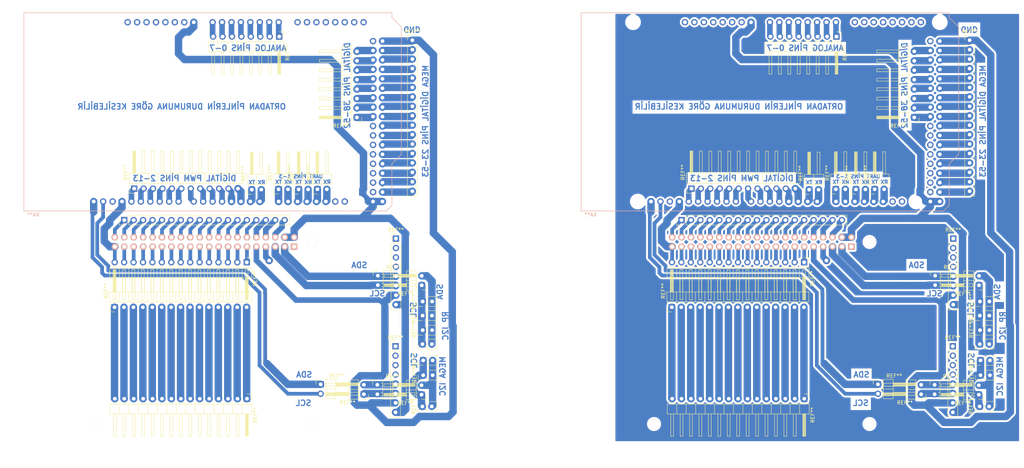
<source format=kicad_pcb>
(kicad_pcb (version 20171130) (host pcbnew "(5.1.6)-1")
  (layers (0 F.Cu signal) (31 B.Cu signal) (34 B.Paste user) (35 F.Paste user) (36 B.SilkS user) (37 F.SilkS user) (38 B.Mask user) (39 F.Mask user) (44 Edge.Cuts user))
  (net 0 "")
  (module Connector_PinHeader_2.54mm:PinHeader_1x02_P2.54mm_Vertical (layer F.Cu) (at 343.26606 168.25468 90)
    (fp_text reference REF** (at 0 -2.33 90) (layer F.SilkS))
    (fp_text value PinHeader_1x02_P2.54mm_Vertical)
    (pad 1 thru_hole rect (at 0 0 90) (size 1.7 1.7) (drill 1) (layers *.Cu *.Mask))
    (pad 2 thru_hole oval (at 0 2.54 90) (size 1.7 1.7) (drill 1) (layers *.Cu *.Mask))
  )
  (module Connector_PinHeader_2.54mm:PinHeader_1x12_P2.54mm_Horizontal (layer F.Cu) (at 265.47348 122.01906 90)
    (fp_text reference REF** (at 4.385 -2.27 90) (layer F.SilkS))
    (fp_text value PinHeader_1x12_P2.54mm_Horizontal)
    (pad 1 thru_hole rect (at 0 0 90) (size 1.7 1.7) (drill 1) (layers *.Cu *.Mask))
    (pad 2 thru_hole oval (at 0 2.54 90) (size 1.7 1.7) (drill 1) (layers *.Cu *.Mask))
    (pad 3 thru_hole oval (at 0 5.08 90) (size 1.7 1.7) (drill 1) (layers *.Cu *.Mask))
    (pad 4 thru_hole oval (at 0 7.62 90) (size 1.7 1.7) (drill 1) (layers *.Cu *.Mask))
    (pad 5 thru_hole oval (at 0 10.16 90) (size 1.7 1.7) (drill 1) (layers *.Cu *.Mask))
    (pad 6 thru_hole oval (at 0 12.7 90) (size 1.7 1.7) (drill 1) (layers *.Cu *.Mask))
    (pad 7 thru_hole oval (at 0 15.24 90) (size 1.7 1.7) (drill 1) (layers *.Cu *.Mask))
    (pad 8 thru_hole oval (at 0 17.78 90) (size 1.7 1.7) (drill 1) (layers *.Cu *.Mask))
    (pad 9 thru_hole oval (at 0 20.32 90) (size 1.7 1.7) (drill 1) (layers *.Cu *.Mask))
    (pad 10 thru_hole oval (at 0 22.86 90) (size 1.7 1.7) (drill 1) (layers *.Cu *.Mask))
    (pad 11 thru_hole oval (at 0 25.4 90) (size 1.7 1.7) (drill 1) (layers *.Cu *.Mask))
    (pad 12 thru_hole oval (at 0 27.94 90) (size 1.7 1.7) (drill 1) (layers *.Cu *.Mask))
  )
  (module Connector_PinHeader_2.54mm:PinHeader_1x08_P2.54mm_Horizontal (layer F.Cu) (at 304.5082 81.09204 270)
    (fp_text reference REF** (at 4.385 -2.27 90) (layer F.SilkS))
    (fp_text value PinHeader_1x08_P2.54mm_Horizontal)
    (pad 1 thru_hole rect (at 0 0 270) (size 1.7 1.7) (drill 1) (layers *.Cu *.Mask))
    (pad 2 thru_hole oval (at 0 2.54 270) (size 1.7 1.7) (drill 1) (layers *.Cu *.Mask))
    (pad 3 thru_hole oval (at 0 5.08 270) (size 1.7 1.7) (drill 1) (layers *.Cu *.Mask))
    (pad 4 thru_hole oval (at 0 7.62 270) (size 1.7 1.7) (drill 1) (layers *.Cu *.Mask))
    (pad 5 thru_hole oval (at 0 10.16 270) (size 1.7 1.7) (drill 1) (layers *.Cu *.Mask))
    (pad 6 thru_hole oval (at 0 12.7 270) (size 1.7 1.7) (drill 1) (layers *.Cu *.Mask))
    (pad 7 thru_hole oval (at 0 15.24 270) (size 1.7 1.7) (drill 1) (layers *.Cu *.Mask))
    (pad 8 thru_hole oval (at 0 17.78 270) (size 1.7 1.7) (drill 1) (layers *.Cu *.Mask))
  )
  (module Connector_PinHeader_2.54mm:PinHeader_1x02_P2.54mm_Horizontal (layer F.Cu) (at 314.79012 122.1994 90)
    (fp_text reference REF** (at 4.385 -2.27 90) (layer F.SilkS))
    (fp_text value PinHeader_1x02_P2.54mm_Horizontal)
    (pad 2 thru_hole oval (at 0 2.54 90) (size 1.7 1.7) (drill 1) (layers *.Cu *.Mask))
    (pad 1 thru_hole rect (at 0 0 90) (size 1.7 1.7) (drill 1) (layers *.Cu *.Mask))
  )
  (module Connector_PinHeader_2.54mm:PinHeader_1x08_P2.54mm_Horizontal (layer F.Cu) (at 325.4378 102.86746 180)
    (fp_text reference REF** (at 4.385 -2.27) (layer F.SilkS))
    (fp_text value PinHeader_1x08_P2.54mm_Horizontal)
    (pad 1 thru_hole rect (at 0 0 180) (size 1.7 1.7) (drill 1) (layers *.Cu *.Mask))
    (pad 2 thru_hole oval (at 0 2.54 180) (size 1.7 1.7) (drill 1) (layers *.Cu *.Mask))
    (pad 3 thru_hole oval (at 0 5.08 180) (size 1.7 1.7) (drill 1) (layers *.Cu *.Mask))
    (pad 4 thru_hole oval (at 0 7.62 180) (size 1.7 1.7) (drill 1) (layers *.Cu *.Mask))
    (pad 5 thru_hole oval (at 0 10.16 180) (size 1.7 1.7) (drill 1) (layers *.Cu *.Mask))
    (pad 6 thru_hole oval (at 0 12.7 180) (size 1.7 1.7) (drill 1) (layers *.Cu *.Mask))
    (pad 7 thru_hole oval (at 0 15.24 180) (size 1.7 1.7) (drill 1) (layers *.Cu *.Mask))
    (pad 8 thru_hole oval (at 0 17.78 180) (size 1.7 1.7) (drill 1) (layers *.Cu *.Mask))
  )
  (module Connector_PinHeader_2.54mm:PinHeader_1x02_P2.54mm_Horizontal (layer F.Cu) (at 315.66134 174.7012)
    (fp_text reference REF** (at 4.385 -2.27) (layer F.SilkS))
    (fp_text value PinHeader_1x02_P2.54mm_Horizontal)
    (pad 1 thru_hole rect (at 0 0) (size 1.7 1.7) (drill 1) (layers *.Cu *.Mask))
    (pad 2 thru_hole oval (at 0 2.54) (size 1.7 1.7) (drill 1) (layers *.Cu *.Mask))
  )
  (module Connector_PinHeader_2.54mm:PinHeader_1x02_P2.54mm_Horizontal (layer F.Cu) (at 327.29708 177.36566 180)
    (fp_text reference REF** (at 4.385 -2.27) (layer F.SilkS))
    (fp_text value PinHeader_1x02_P2.54mm_Horizontal)
    (pad 1 thru_hole rect (at 0 0 180) (size 1.7 1.7) (drill 1) (layers *.Cu *.Mask))
    (pad 2 thru_hole oval (at 0 2.54 180) (size 1.7 1.7) (drill 1) (layers *.Cu *.Mask))
  )
  (module Connector_PinHeader_2.54mm:PinHeader_1x17_P2.54mm_Vertical (layer F.Cu) (at 340.3476 82.08264)
    (fp_text reference REF** (at 0 -2.33) (layer F.SilkS))
    (fp_text value PinHeader_1x17_P2.54mm_Vertical)
    (pad 1 thru_hole rect (at 0 0) (size 1.7 1.7) (drill 1) (layers *.Cu *.Mask))
    (pad 2 thru_hole oval (at 0 2.54) (size 1.7 1.7) (drill 1) (layers *.Cu *.Mask))
    (pad 3 thru_hole oval (at 0 5.08) (size 1.7 1.7) (drill 1) (layers *.Cu *.Mask))
    (pad 4 thru_hole oval (at 0 7.62) (size 1.7 1.7) (drill 1) (layers *.Cu *.Mask))
    (pad 5 thru_hole oval (at 0 10.16) (size 1.7 1.7) (drill 1) (layers *.Cu *.Mask))
    (pad 6 thru_hole oval (at 0 12.7) (size 1.7 1.7) (drill 1) (layers *.Cu *.Mask))
    (pad 7 thru_hole oval (at 0 15.24) (size 1.7 1.7) (drill 1) (layers *.Cu *.Mask))
    (pad 8 thru_hole oval (at 0 17.78) (size 1.7 1.7) (drill 1) (layers *.Cu *.Mask))
    (pad 9 thru_hole oval (at 0 20.32) (size 1.7 1.7) (drill 1) (layers *.Cu *.Mask))
    (pad 10 thru_hole oval (at 0 22.86) (size 1.7 1.7) (drill 1) (layers *.Cu *.Mask))
    (pad 11 thru_hole oval (at 0 25.4) (size 1.7 1.7) (drill 1) (layers *.Cu *.Mask))
    (pad 12 thru_hole oval (at 0 27.94) (size 1.7 1.7) (drill 1) (layers *.Cu *.Mask))
    (pad 13 thru_hole oval (at 0 30.48) (size 1.7 1.7) (drill 1) (layers *.Cu *.Mask))
    (pad 14 thru_hole oval (at 0 33.02) (size 1.7 1.7) (drill 1) (layers *.Cu *.Mask))
    (pad 15 thru_hole oval (at 0 35.56) (size 1.7 1.7) (drill 1) (layers *.Cu *.Mask))
    (pad 16 thru_hole oval (at 0 38.1) (size 1.7 1.7) (drill 1) (layers *.Cu *.Mask))
    (pad 17 thru_hole oval (at 0 40.64) (size 1.7 1.7) (drill 1) (layers *.Cu *.Mask))
  )
  (module Connector_PinHeader_2.54mm:PinHeader_1x02_P2.54mm_Horizontal (layer F.Cu) (at 342.8749 148.03882 180)
    (fp_text reference REF** (at 4.385 -2.27) (layer F.SilkS))
    (fp_text value PinHeader_1x02_P2.54mm_Horizontal)
    (pad 1 thru_hole rect (at 0 0 180) (size 1.7 1.7) (drill 1) (layers *.Cu *.Mask))
    (pad 2 thru_hole oval (at 0 2.54 180) (size 1.7 1.7) (drill 1) (layers *.Cu *.Mask))
  )
  (module Connector_PinHeader_2.54mm:PinHeader_1x02_P2.54mm_Horizontal (layer F.Cu) (at 297.14728 122.301 90)
    (fp_text reference REF** (at 4.385 -2.27 90) (layer F.SilkS))
    (fp_text value PinHeader_1x02_P2.54mm_Horizontal)
    (pad 1 thru_hole rect (at 0 0 90) (size 1.7 1.7) (drill 1) (layers *.Cu *.Mask))
    (pad 2 thru_hole oval (at 0 2.54 90) (size 1.7 1.7) (drill 1) (layers *.Cu *.Mask))
  )
  (module Connector_PinHeader_2.54mm:PinHeader_1x02_P2.54mm_Horizontal (layer F.Cu) (at 304.33294 122.1994 90)
    (fp_text reference REF** (at 4.385 -2.27 90) (layer F.SilkS))
    (fp_text value PinHeader_1x02_P2.54mm_Horizontal)
    (pad 2 thru_hole oval (at 0 2.54 90) (size 1.7 1.7) (drill 1) (layers *.Cu *.Mask))
    (pad 1 thru_hole rect (at 0 0 90) (size 1.7 1.7) (drill 1) (layers *.Cu *.Mask))
  )
  (module Connector_PinHeader_2.54mm:PinHeader_1x02_P2.54mm_Horizontal (layer F.Cu) (at 309.74314 122.23242 90)
    (fp_text reference REF** (at 4.385 -2.27 90) (layer F.SilkS))
    (fp_text value PinHeader_1x02_P2.54mm_Horizontal)
    (pad 1 thru_hole rect (at 0 0 90) (size 1.7 1.7) (drill 1) (layers *.Cu *.Mask))
    (pad 2 thru_hole oval (at 0 2.54 90) (size 1.7 1.7) (drill 1) (layers *.Cu *.Mask))
  )
  (module Connector_PinHeader_2.54mm:PinHeader_1x02_P2.54mm_Horizontal (layer F.Cu) (at 331.0639 145.46326)
    (fp_text reference REF** (at 4.385 -2.27) (layer F.SilkS))
    (fp_text value PinHeader_1x02_P2.54mm_Horizontal)
    (pad 1 thru_hole rect (at 0 0) (size 1.7 1.7) (drill 1) (layers *.Cu *.Mask))
    (pad 2 thru_hole oval (at 0 2.54) (size 1.7 1.7) (drill 1) (layers *.Cu *.Mask))
  )
  (module Connector_PinHeader_2.54mm:PinHeader_1x02_P2.54mm_Horizontal (layer F.Cu) (at 342.82156 177.49012 180)
    (fp_text reference REF** (at 4.385 -2.27) (layer F.SilkS))
    (fp_text value PinHeader_1x02_P2.54mm_Horizontal)
    (pad 1 thru_hole rect (at 0 0 180) (size 1.7 1.7) (drill 1) (layers *.Cu *.Mask))
    (pad 2 thru_hole oval (at 0 2.54 180) (size 1.7 1.7) (drill 1) (layers *.Cu *.Mask))
  )
  (module Connector_PinHeader_2.54mm:PinHeader_1x02_P2.54mm_Vertical (layer F.Cu) (at 343.07302 163.87572 90)
    (fp_text reference REF** hide)
    (fp_text value PinHeader_1x02_P2.54mm_Vertical hide)
    (pad 2 thru_hole oval (at 0 2.54 90) (size 1.7 1.7) (drill 1) (layers *.Cu *.Mask))
    (pad 1 thru_hole rect (at 0 0 90) (size 1.7 1.7) (drill 1) (layers *.Cu *.Mask))
  )
  (module Connector_PinHeader_2.54mm:PinHeader_1x02_P2.54mm_Vertical (layer F.Cu) (at 343.26606 172.2501 90)
    (fp_text reference REF** (at 0 -2.33 90) (layer F.SilkS))
    (fp_text value PinHeader_1x02_P2.54mm_Vertical)
    (pad 2 thru_hole oval (at 0 2.54 90) (size 1.7 1.7) (drill 1) (layers *.Cu *.Mask))
    (pad 1 thru_hole rect (at 0 0 90) (size 1.7 1.7) (drill 1) (layers *.Cu *.Mask))
  )
  (module Connector_PinHeader_2.54mm:PinHeader_1x02_P2.54mm_Horizontal (layer F.Cu) (at 330.92166 174.82566)
    (fp_text reference REF** (at 4.385 -2.27) (layer F.SilkS))
    (fp_text value PinHeader_1x02_P2.54mm_Horizontal)
    (pad 2 thru_hole oval (at 0 2.54) (size 1.7 1.7) (drill 1) (layers *.Cu *.Mask))
    (pad 1 thru_hole rect (at 0 0) (size 1.7 1.7) (drill 1) (layers *.Cu *.Mask))
  )
  (module Connector_PinHeader_2.54mm:PinHeader_1x02_P2.54mm_Vertical (layer F.Cu) (at 343.04254 180.65496 90)
    (fp_text reference REF** (at 0 -2.33 90) (layer F.SilkS))
    (fp_text value PinHeader_1x02_P2.54mm_Vertical)
    (pad 1 thru_hole rect (at 0 0 90) (size 1.7 1.7) (drill 1) (layers *.Cu *.Mask))
    (pad 2 thru_hole oval (at 0 2.54 90) (size 1.7 1.7) (drill 1) (layers *.Cu *.Mask))
  )
  (module Raspberry-Pi-3-library-for-kicad-master:rasberry (layer B.Cu) (at 284.39648 136.3853 180)
    (fp_text reference RP? hide)
    (fp_text value Raspberry_Pi_2_3 hide)
    (pad 27 thru_hole circle (at 8.89 -1.27 180) (size 1.75 1.75) (drill 1.016) (layers *.Cu *.Mask B.SilkS))
    (pad 28 thru_hole circle (at 8.89 1.27 180) (size 1.75 1.75) (drill 1.016) (layers *.Cu *.Mask B.SilkS))
    (pad 29 thru_hole circle (at 11.43 -1.27 180) (size 1.75 1.75) (drill 1.016) (layers *.Cu *.Mask B.SilkS))
    (pad 30 thru_hole circle (at 11.43 1.27 180) (size 1.75 1.75) (drill 1.016) (layers *.Cu *.Mask B.SilkS))
    (pad 24 thru_hole circle (at 3.81 1.27 180) (size 1.75 1.75) (drill 1.016) (layers *.Cu *.Mask B.SilkS))
    (pad 23 thru_hole circle (at 3.81 -1.27 180) (size 1.75 1.75) (drill 1.016) (layers *.Cu *.Mask B.SilkS))
    (pad 1 thru_hole rect (at -24.13 -1.27 180) (size 1.75 1.75) (drill 1.016) (layers *.Cu *.Mask B.SilkS))
    (pad 2 thru_hole circle (at -24.13 1.27 180) (size 1.75 1.75) (drill 1.016) (layers *.Cu *.Mask B.SilkS))
    (pad 3 thru_hole circle (at -21.59 -1.27 180) (size 1.75 1.75) (drill 1.016) (layers *.Cu *.Mask B.SilkS))
    (pad 4 thru_hole circle (at -21.59 1.27 180) (size 1.75 1.75) (drill 1.016) (layers *.Cu *.Mask B.SilkS))
    (pad 5 thru_hole circle (at -19.05 -1.27 180) (size 1.75 1.75) (drill 1.016) (layers *.Cu *.Mask B.SilkS))
    (pad 6 thru_hole circle (at -19.05 1.27 180) (size 1.75 1.75) (drill 1.016) (layers *.Cu *.Mask B.SilkS))
    (pad 7 thru_hole circle (at -16.51 -1.27 180) (size 1.75 1.75) (drill 1.016) (layers *.Cu *.Mask B.SilkS))
    (pad 8 thru_hole circle (at -16.51 1.27 180) (size 1.75 1.75) (drill 1.016) (layers *.Cu *.Mask B.SilkS))
    (pad 9 thru_hole circle (at -13.97 -1.27 180) (size 1.75 1.75) (drill 1.016) (layers *.Cu *.Mask B.SilkS))
    (pad 10 thru_hole circle (at -13.97 1.27 180) (size 1.75 1.75) (drill 1.016) (layers *.Cu *.Mask B.SilkS))
    (pad 11 thru_hole circle (at -11.43 -1.27 180) (size 1.75 1.75) (drill 1.016) (layers *.Cu *.Mask B.SilkS))
    (pad 12 thru_hole circle (at -11.43 1.27 180) (size 1.75 1.75) (drill 1.016) (layers *.Cu *.Mask B.SilkS))
    (pad 13 thru_hole circle (at -8.89 -1.27 180) (size 1.75 1.75) (drill 1.016) (layers *.Cu *.Mask B.SilkS))
    (pad 14 thru_hole circle (at -8.89 1.27 180) (size 1.75 1.75) (drill 1.016) (layers *.Cu *.Mask B.SilkS))
    (pad 15 thru_hole circle (at -6.35 -1.27 180) (size 1.75 1.75) (drill 1.016) (layers *.Cu *.Mask B.SilkS))
    (pad 16 thru_hole circle (at -6.35 1.27 180) (size 1.75 1.75) (drill 1.016) (layers *.Cu *.Mask B.SilkS))
    (pad 17 thru_hole circle (at -3.81 -1.27 180) (size 1.75 1.75) (drill 1.016) (layers *.Cu *.Mask B.SilkS))
    (pad 18 thru_hole circle (at -3.81 1.27 180) (size 1.75 1.75) (drill 1.016) (layers *.Cu *.Mask B.SilkS))
    (pad 19 thru_hole circle (at -1.27 -1.27 180) (size 1.75 1.75) (drill 1.016) (layers *.Cu *.Mask B.SilkS))
    (pad 20 thru_hole circle (at -1.27 1.27 180) (size 1.75 1.75) (drill 1.016) (layers *.Cu *.Mask B.SilkS))
    (pad 21 thru_hole circle (at 1.27 -1.27 180) (size 1.75 1.75) (drill 1.016) (layers *.Cu *.Mask B.SilkS))
    (pad 22 thru_hole circle (at 1.27 1.27 180) (size 1.75 1.75) (drill 1.016) (layers *.Cu *.Mask B.SilkS))
    (pad 25 thru_hole circle (at 6.35 -1.27 180) (size 1.75 1.75) (drill 1.016) (layers *.Cu *.Mask B.SilkS))
    (pad 26 thru_hole circle (at 6.35 1.27 180) (size 1.75 1.75) (drill 1.016) (layers *.Cu *.Mask B.SilkS))
    (pad 32 thru_hole circle (at 13.97 1.27 180) (size 1.75 1.75) (drill 1.016) (layers *.Cu *.Mask B.SilkS))
    (pad 31 thru_hole circle (at 13.97 -1.27 180) (size 1.75 1.75) (drill 1.016) (layers *.Cu *.Mask B.SilkS))
    (pad 34 thru_hole circle (at 16.51 1.27 180) (size 1.75 1.75) (drill 1.016) (layers *.Cu *.Mask B.SilkS))
    (pad 33 thru_hole circle (at 16.51 -1.27 180) (size 1.75 1.75) (drill 1.016) (layers *.Cu *.Mask B.SilkS))
    (pad 36 thru_hole circle (at 19.05 1.27 180) (size 1.75 1.75) (drill 1.016) (layers *.Cu *.Mask B.SilkS))
    (pad 35 thru_hole circle (at 19.05 -1.27 180) (size 1.75 1.75) (drill 1.016) (layers *.Cu *.Mask B.SilkS))
    (pad 38 thru_hole circle (at 21.59 1.27 180) (size 1.75 1.75) (drill 1.016) (layers *.Cu *.Mask B.SilkS))
    (pad 37 thru_hole circle (at 21.59 -1.27 180) (size 1.75 1.75) (drill 1.016) (layers *.Cu *.Mask B.SilkS))
    (pad 40 thru_hole circle (at 24.13 1.27 180) (size 1.75 1.75) (drill 1.016) (layers *.Cu *.Mask B.SilkS))
    (pad 39 thru_hole circle (at 24.13 -1.27 180) (size 1.75 1.75) (drill 1.016) (layers *.Cu *.Mask B.SilkS))
    (pad "" np_thru_hole circle (at -29 0 180) (size 2.75 2.75) (drill 2.75) (layers *.Cu *.Mask B.SilkS))
    (pad "" np_thru_hole circle (at -29 -49 180) (size 2.75 2.75) (drill 2.75) (layers *.Cu *.Mask B.SilkS))
    (pad "" np_thru_hole circle (at 29 -49 180) (size 2.75 2.75) (drill 2.75) (layers *.Cu *.Mask B.SilkS))
  )
  (module Arduino:Arduino_Mega2560_Shield (layer B.Cu) (at 235.78596 74.69632)
    (fp_text reference XA** (at 2.54 54.356) (layer B.SilkS) (effects (justify mirror)))
    (fp_text value Arduino_Mega2560_Shield hide)
    (pad A0 thru_hole oval (at 50.8 2.54) (size 1.7272 1.7272) (drill 1.016) (layers *.Cu *.Mask))
    (pad VIN thru_hole oval (at 45.72 2.54) (size 1.7272 1.7272) (drill 1.016) (layers *.Cu *.Mask))
    (pad GND3 thru_hole oval (at 43.18 2.54) (size 1.7272 1.7272) (drill 1.016) (layers *.Cu *.Mask))
    (pad GND2 thru_hole oval (at 40.64 2.54) (size 1.7272 1.7272) (drill 1.016) (layers *.Cu *.Mask))
    (pad 5V1 thru_hole oval (at 38.1 2.54) (size 1.7272 1.7272) (drill 1.016) (layers *.Cu *.Mask))
    (pad 3V3 thru_hole oval (at 35.56 2.54) (size 1.7272 1.7272) (drill 1.016) (layers *.Cu *.Mask))
    (pad RST1 thru_hole oval (at 33.02 2.54) (size 1.7272 1.7272) (drill 1.016) (layers *.Cu *.Mask))
    (pad IORF thru_hole oval (at 30.48 2.54) (size 1.7272 1.7272) (drill 1.016) (layers *.Cu *.Mask))
    (pad D21 thru_hole oval (at 86.36 50.8) (size 1.7272 1.7272) (drill 1.016) (layers *.Cu *.Mask))
    (pad D20 thru_hole oval (at 83.82 50.8) (size 1.7272 1.7272) (drill 1.016) (layers *.Cu *.Mask))
    (pad D19 thru_hole oval (at 81.28 50.8) (size 1.7272 1.7272) (drill 1.016) (layers *.Cu *.Mask))
    (pad D18 thru_hole oval (at 78.74 50.8) (size 1.7272 1.7272) (drill 1.016) (layers *.Cu *.Mask))
    (pad D17 thru_hole oval (at 76.2 50.8) (size 1.7272 1.7272) (drill 1.016) (layers *.Cu *.Mask))
    (pad D16 thru_hole oval (at 73.66 50.8) (size 1.7272 1.7272) (drill 1.016) (layers *.Cu *.Mask))
    (pad D15 thru_hole oval (at 71.12 50.8) (size 1.7272 1.7272) (drill 1.016) (layers *.Cu *.Mask))
    (pad D14 thru_hole oval (at 68.58 50.8) (size 1.7272 1.7272) (drill 1.016) (layers *.Cu *.Mask))
    (pad D0 thru_hole oval (at 63.5 50.8) (size 1.7272 1.7272) (drill 1.016) (layers *.Cu *.Mask))
    (pad D1 thru_hole oval (at 60.96 50.8) (size 1.7272 1.7272) (drill 1.016) (layers *.Cu *.Mask))
    (pad D2 thru_hole oval (at 58.42 50.8) (size 1.7272 1.7272) (drill 1.016) (layers *.Cu *.Mask))
    (pad D3 thru_hole oval (at 55.88 50.8) (size 1.7272 1.7272) (drill 1.016) (layers *.Cu *.Mask))
    (pad D4 thru_hole oval (at 53.34 50.8) (size 1.7272 1.7272) (drill 1.016) (layers *.Cu *.Mask))
    (pad D5 thru_hole oval (at 50.8 50.8) (size 1.7272 1.7272) (drill 1.016) (layers *.Cu *.Mask))
    (pad D6 thru_hole oval (at 48.26 50.8) (size 1.7272 1.7272) (drill 1.016) (layers *.Cu *.Mask))
    (pad D7 thru_hole oval (at 45.72 50.8) (size 1.7272 1.7272) (drill 1.016) (layers *.Cu *.Mask))
    (pad GND1 thru_hole oval (at 26.416 50.8) (size 1.7272 1.7272) (drill 1.016) (layers *.Cu *.Mask))
    (pad D8 thru_hole oval (at 41.656 50.8) (size 1.7272 1.7272) (drill 1.016) (layers *.Cu *.Mask))
    (pad D9 thru_hole oval (at 39.116 50.8) (size 1.7272 1.7272) (drill 1.016) (layers *.Cu *.Mask))
    (pad D10 thru_hole oval (at 36.576 50.8) (size 1.7272 1.7272) (drill 1.016) (layers *.Cu *.Mask))
    (pad "" np_thru_hole circle (at 90.17 50.8) (size 3.2 3.2) (drill 3.2) (layers *.Cu *.Mask))
    (pad "" np_thru_hole circle (at 15.24 50.8) (size 3.2 3.2) (drill 3.2) (layers *.Cu *.Mask))
    (pad "" np_thru_hole circle (at 96.52 2.54) (size 3.2 3.2) (drill 3.2) (layers *.Cu *.Mask))
    (pad "" np_thru_hole circle (at 13.97 2.54) (size 3.2 3.2) (drill 3.2) (layers *.Cu *.Mask))
    (pad SCL thru_hole oval (at 18.796 50.8) (size 1.7272 1.7272) (drill 1.016) (layers *.Cu *.Mask))
    (pad SDA thru_hole oval (at 21.336 50.8) (size 1.7272 1.7272) (drill 1.016) (layers *.Cu *.Mask))
    (pad AREF thru_hole oval (at 23.876 50.8) (size 1.7272 1.7272) (drill 1.016) (layers *.Cu *.Mask))
    (pad D13 thru_hole oval (at 28.956 50.8) (size 1.7272 1.7272) (drill 1.016) (layers *.Cu *.Mask))
    (pad D12 thru_hole oval (at 31.496 50.8) (size 1.7272 1.7272) (drill 1.016) (layers *.Cu *.Mask))
    (pad D11 thru_hole oval (at 34.036 50.8) (size 1.7272 1.7272) (drill 1.016) (layers *.Cu *.Mask))
    (pad "" thru_hole oval (at 27.94 2.54) (size 1.7272 1.7272) (drill 1.016) (layers *.Cu *.Mask))
    (pad A1 thru_hole oval (at 53.34 2.54) (size 1.7272 1.7272) (drill 1.016) (layers *.Cu *.Mask))
    (pad A2 thru_hole oval (at 55.88 2.54) (size 1.7272 1.7272) (drill 1.016) (layers *.Cu *.Mask))
    (pad A3 thru_hole oval (at 58.42 2.54) (size 1.7272 1.7272) (drill 1.016) (layers *.Cu *.Mask))
    (pad A4 thru_hole oval (at 60.96 2.54) (size 1.7272 1.7272) (drill 1.016) (layers *.Cu *.Mask))
    (pad A5 thru_hole oval (at 63.5 2.54) (size 1.7272 1.7272) (drill 1.016) (layers *.Cu *.Mask))
    (pad A6 thru_hole oval (at 66.04 2.54) (size 1.7272 1.7272) (drill 1.016) (layers *.Cu *.Mask))
    (pad A7 thru_hole oval (at 68.58 2.54) (size 1.7272 1.7272) (drill 1.016) (layers *.Cu *.Mask))
    (pad A8 thru_hole oval (at 73.66 2.54) (size 1.7272 1.7272) (drill 1.016) (layers *.Cu *.Mask))
    (pad A9 thru_hole oval (at 76.2 2.54) (size 1.7272 1.7272) (drill 1.016) (layers *.Cu *.Mask))
    (pad A10 thru_hole oval (at 78.74 2.54) (size 1.7272 1.7272) (drill 1.016) (layers *.Cu *.Mask))
    (pad A11 thru_hole oval (at 81.28 2.54) (size 1.7272 1.7272) (drill 1.016) (layers *.Cu *.Mask))
    (pad A12 thru_hole oval (at 83.82 2.54) (size 1.7272 1.7272) (drill 1.016) (layers *.Cu *.Mask))
    (pad A13 thru_hole oval (at 86.36 2.54) (size 1.7272 1.7272) (drill 1.016) (layers *.Cu *.Mask))
    (pad A14 thru_hole oval (at 88.9 2.54) (size 1.7272 1.7272) (drill 1.016) (layers *.Cu *.Mask))
    (pad A15 thru_hole oval (at 91.44 2.54) (size 1.7272 1.7272) (drill 1.016) (layers *.Cu *.Mask))
    (pad 5V3 thru_hole oval (at 93.98 50.8) (size 1.7272 1.7272) (drill 1.016) (layers *.Cu *.Mask))
    (pad 5V4 thru_hole oval (at 96.52 50.8) (size 1.7272 1.7272) (drill 1.016) (layers *.Cu *.Mask))
    (pad D22 thru_hole oval (at 93.98 48.26) (size 1.7272 1.7272) (drill 1.016) (layers *.Cu *.Mask))
    (pad D23 thru_hole oval (at 96.52 48.26) (size 1.7272 1.7272) (drill 1.016) (layers *.Cu *.Mask))
    (pad D24 thru_hole oval (at 93.98 45.72) (size 1.7272 1.7272) (drill 1.016) (layers *.Cu *.Mask))
    (pad D25 thru_hole oval (at 96.52 45.72) (size 1.7272 1.7272) (drill 1.016) (layers *.Cu *.Mask))
    (pad D26 thru_hole oval (at 93.98 43.18) (size 1.7272 1.7272) (drill 1.016) (layers *.Cu *.Mask))
    (pad D27 thru_hole oval (at 96.52 43.18) (size 1.7272 1.7272) (drill 1.016) (layers *.Cu *.Mask))
    (pad D28 thru_hole oval (at 93.98 40.64) (size 1.7272 1.7272) (drill 1.016) (layers *.Cu *.Mask))
    (pad D29 thru_hole oval (at 96.52 40.64) (size 1.7272 1.7272) (drill 1.016) (layers *.Cu *.Mask))
    (pad D30 thru_hole oval (at 93.98 38.1) (size 1.7272 1.7272) (drill 1.016) (layers *.Cu *.Mask))
    (pad D31 thru_hole oval (at 96.52 38.1) (size 1.7272 1.7272) (drill 1.016) (layers *.Cu *.Mask))
    (pad D32 thru_hole oval (at 93.98 35.56) (size 1.7272 1.7272) (drill 1.016) (layers *.Cu *.Mask))
    (pad D33 thru_hole oval (at 96.52 35.56) (size 1.7272 1.7272) (drill 1.016) (layers *.Cu *.Mask))
    (pad D34 thru_hole oval (at 93.98 33.02) (size 1.7272 1.7272) (drill 1.016) (layers *.Cu *.Mask))
    (pad D35 thru_hole oval (at 96.52 33.02) (size 1.7272 1.7272) (drill 1.016) (layers *.Cu *.Mask))
    (pad D36 thru_hole oval (at 93.98 30.48) (size 1.7272 1.7272) (drill 1.016) (layers *.Cu *.Mask))
    (pad D37 thru_hole oval (at 96.52 30.48) (size 1.7272 1.7272) (drill 1.016) (layers *.Cu *.Mask))
    (pad D38 thru_hole oval (at 93.98 27.94) (size 1.7272 1.7272) (drill 1.016) (layers *.Cu *.Mask))
    (pad D39 thru_hole oval (at 96.52 27.94) (size 1.7272 1.7272) (drill 1.016) (layers *.Cu *.Mask))
    (pad D40 thru_hole oval (at 93.98 25.4) (size 1.7272 1.7272) (drill 1.016) (layers *.Cu *.Mask))
    (pad D41 thru_hole oval (at 96.52 25.4) (size 1.7272 1.7272) (drill 1.016) (layers *.Cu *.Mask))
    (pad D42 thru_hole oval (at 93.98 22.86) (size 1.7272 1.7272) (drill 1.016) (layers *.Cu *.Mask))
    (pad D43 thru_hole oval (at 96.52 22.86) (size 1.7272 1.7272) (drill 1.016) (layers *.Cu *.Mask))
    (pad D44 thru_hole oval (at 93.98 20.32) (size 1.7272 1.7272) (drill 1.016) (layers *.Cu *.Mask))
    (pad D45 thru_hole oval (at 96.52 20.32) (size 1.7272 1.7272) (drill 1.016) (layers *.Cu *.Mask))
    (pad D46 thru_hole oval (at 93.98 17.78) (size 1.7272 1.7272) (drill 1.016) (layers *.Cu *.Mask))
    (pad D47 thru_hole oval (at 96.52 17.78) (size 1.7272 1.7272) (drill 1.016) (layers *.Cu *.Mask))
    (pad D48 thru_hole oval (at 93.98 15.24) (size 1.7272 1.7272) (drill 1.016) (layers *.Cu *.Mask))
    (pad D49 thru_hole oval (at 96.52 15.24) (size 1.7272 1.7272) (drill 1.016) (layers *.Cu *.Mask))
    (pad D50 thru_hole oval (at 93.98 12.7) (size 1.7272 1.7272) (drill 1.016) (layers *.Cu *.Mask))
    (pad D51 thru_hole oval (at 96.52 12.7) (size 1.7272 1.7272) (drill 1.016) (layers *.Cu *.Mask))
    (pad D52 thru_hole oval (at 93.98 10.16) (size 1.7272 1.7272) (drill 1.016) (layers *.Cu *.Mask))
    (pad D53 thru_hole oval (at 96.52 10.16) (size 1.7272 1.7272) (drill 1.016) (layers *.Cu *.Mask))
    (pad GND5 thru_hole oval (at 93.98 7.62) (size 1.7272 1.7272) (drill 1.016) (layers *.Cu *.Mask))
    (pad GND6 thru_hole oval (at 96.52 7.62) (size 1.7272 1.7272) (drill 1.016) (layers *.Cu *.Mask))
  )
  (module Connector_PinHeader_2.54mm:PinHeader_1x08_P2.54mm_Vertical (layer F.Cu) (at 335.81878 164.4523)
    (fp_text reference REF** (at 0 -2.33) (layer F.SilkS))
    (fp_text value PinHeader_1x08_P2.54mm_Vertical)
    (pad 1 thru_hole rect (at 0 0) (size 1.7 1.7) (drill 1) (layers *.Cu *.Mask))
    (pad 2 thru_hole oval (at 0 2.54) (size 1.7 1.7) (drill 1) (layers *.Cu *.Mask))
    (pad 3 thru_hole oval (at 0 5.08) (size 1.7 1.7) (drill 1) (layers *.Cu *.Mask))
    (pad 4 thru_hole oval (at 0 7.62) (size 1.7 1.7) (drill 1) (layers *.Cu *.Mask))
    (pad 5 thru_hole oval (at 0 10.16) (size 1.7 1.7) (drill 1) (layers *.Cu *.Mask))
    (pad 6 thru_hole oval (at 0 12.7) (size 1.7 1.7) (drill 1) (layers *.Cu *.Mask))
    (pad 7 thru_hole oval (at 0 15.24) (size 1.7 1.7) (drill 1) (layers *.Cu *.Mask))
    (pad 8 thru_hole oval (at 0 17.78) (size 1.7 1.7) (drill 1) (layers *.Cu *.Mask))
  )
  (module Connector_PinHeader_2.54mm:PinHeader_1x15_P2.54mm_Horizontal (layer F.Cu) (at 260.1852 153.94686 90)
    (fp_text reference REF** (at 4.385 -2.27 90) (layer F.SilkS))
    (fp_text value PinHeader_1x15_P2.54mm_Horizontal)
    (pad 15 thru_hole oval (at 0 35.56 90) (size 1.7 1.7) (drill 1) (layers *.Cu *.Mask))
    (pad 14 thru_hole oval (at 0 33.02 90) (size 1.7 1.7) (drill 1) (layers *.Cu *.Mask))
    (pad 13 thru_hole oval (at 0 30.48 90) (size 1.7 1.7) (drill 1) (layers *.Cu *.Mask))
    (pad 12 thru_hole oval (at 0 27.94 90) (size 1.7 1.7) (drill 1) (layers *.Cu *.Mask))
    (pad 11 thru_hole oval (at 0 25.4 90) (size 1.7 1.7) (drill 1) (layers *.Cu *.Mask))
    (pad 10 thru_hole oval (at 0 22.86 90) (size 1.7 1.7) (drill 1) (layers *.Cu *.Mask))
    (pad 9 thru_hole oval (at 0 20.32 90) (size 1.7 1.7) (drill 1) (layers *.Cu *.Mask))
    (pad 8 thru_hole oval (at 0 17.78 90) (size 1.7 1.7) (drill 1) (layers *.Cu *.Mask))
    (pad 7 thru_hole oval (at 0 15.24 90) (size 1.7 1.7) (drill 1) (layers *.Cu *.Mask))
    (pad 6 thru_hole oval (at 0 12.7 90) (size 1.7 1.7) (drill 1) (layers *.Cu *.Mask))
    (pad 5 thru_hole oval (at 0 10.16 90) (size 1.7 1.7) (drill 1) (layers *.Cu *.Mask))
    (pad 4 thru_hole oval (at 0 7.62 90) (size 1.7 1.7) (drill 1) (layers *.Cu *.Mask))
    (pad 3 thru_hole oval (at 0 5.08 90) (size 1.7 1.7) (drill 1) (layers *.Cu *.Mask))
    (pad 2 thru_hole oval (at 0 2.54 90) (size 1.7 1.7) (drill 1) (layers *.Cu *.Mask))
    (pad 1 thru_hole rect (at 0 0 90) (size 1.7 1.7) (drill 1) (layers *.Cu *.Mask))
  )
  (module Connector_PinHeader_2.54mm:PinHeader_1x02_P2.54mm_Vertical (layer F.Cu) (at 343.12382 160.11906 90)
    (fp_text reference REF** (at 0 -2.33 90) (layer F.SilkS))
    (fp_text value PinHeader_1x02_P2.54mm_Vertical)
    (pad 1 thru_hole rect (at 0 0 90) (size 1.7 1.7) (drill 1) (layers *.Cu *.Mask))
    (pad 2 thru_hole oval (at 0 2.54 90) (size 1.7 1.7) (drill 1) (layers *.Cu *.Mask))
  )
  (module Connector_PinHeader_2.54mm:PinHeader_1x02_P2.54mm_Vertical (layer F.Cu) (at 343.11874 152.4 90)
    (fp_text reference REF** (at 0 -2.33 90) (layer F.SilkS))
    (fp_text value PinHeader_1x02_P2.54mm_Vertical)
    (pad 1 thru_hole rect (at 0 0 90) (size 1.7 1.7) (drill 1) (layers *.Cu *.Mask))
    (pad 2 thru_hole oval (at 0 2.54 90) (size 1.7 1.7) (drill 1) (layers *.Cu *.Mask))
  )
  (module Connector_PinHeader_2.54mm:PinHeader_1x08_P2.54mm_Vertical (layer F.Cu) (at 335.92292 135.4709)
    (fp_text reference REF** (at 0 -2.33) (layer F.SilkS))
    (fp_text value PinHeader_1x08_P2.54mm_Vertical)
    (pad 1 thru_hole rect (at 0 0) (size 1.7 1.7) (drill 1) (layers *.Cu *.Mask))
    (pad 2 thru_hole oval (at 0 2.54) (size 1.7 1.7) (drill 1) (layers *.Cu *.Mask))
    (pad 3 thru_hole oval (at 0 5.08) (size 1.7 1.7) (drill 1) (layers *.Cu *.Mask))
    (pad 4 thru_hole oval (at 0 7.62) (size 1.7 1.7) (drill 1) (layers *.Cu *.Mask))
    (pad 5 thru_hole oval (at 0 10.16) (size 1.7 1.7) (drill 1) (layers *.Cu *.Mask))
    (pad 6 thru_hole oval (at 0 12.7) (size 1.7 1.7) (drill 1) (layers *.Cu *.Mask))
    (pad 7 thru_hole oval (at 0 15.24) (size 1.7 1.7) (drill 1) (layers *.Cu *.Mask))
    (pad 8 thru_hole oval (at 0 17.78) (size 1.7 1.7) (drill 1) (layers *.Cu *.Mask))
  )
  (module Connector_PinHeader_2.54mm:PinHeader_1x02_P2.54mm_Vertical (layer F.Cu) (at 343.0908 156.19984 90)
    (fp_text reference REF** (at 0 -2.33 90) (layer F.SilkS))
    (fp_text value PinHeader_1x02_P2.54mm_Vertical)
    (pad 2 thru_hole oval (at 0 2.54 90) (size 1.7 1.7) (drill 1) (layers *.Cu *.Mask))
    (pad 1 thru_hole rect (at 0 0 90) (size 1.7 1.7) (drill 1) (layers *.Cu *.Mask))
  )
  (module Connector_PinHeader_2.54mm:PinHeader_1x15_P2.54mm_Horizontal (layer F.Cu) (at 295.82394 178.5747 270)
    (fp_text reference REF** (at 4.385 -2.27 90) (layer F.SilkS))
    (fp_text value PinHeader_1x15_P2.54mm_Horizontal)
    (pad 15 thru_hole oval (at 0 35.56 270) (size 1.7 1.7) (drill 1) (layers *.Cu *.Mask))
    (pad 14 thru_hole oval (at 0 33.02 270) (size 1.7 1.7) (drill 1) (layers *.Cu *.Mask))
    (pad 13 thru_hole oval (at 0 30.48 270) (size 1.7 1.7) (drill 1) (layers *.Cu *.Mask))
    (pad 12 thru_hole oval (at 0 27.94 270) (size 1.7 1.7) (drill 1) (layers *.Cu *.Mask))
    (pad 11 thru_hole oval (at 0 25.4 270) (size 1.7 1.7) (drill 1) (layers *.Cu *.Mask))
    (pad 10 thru_hole oval (at 0 22.86 270) (size 1.7 1.7) (drill 1) (layers *.Cu *.Mask))
    (pad 9 thru_hole oval (at 0 20.32 270) (size 1.7 1.7) (drill 1) (layers *.Cu *.Mask))
    (pad 8 thru_hole oval (at 0 17.78 270) (size 1.7 1.7) (drill 1) (layers *.Cu *.Mask))
    (pad 7 thru_hole oval (at 0 15.24 270) (size 1.7 1.7) (drill 1) (layers *.Cu *.Mask))
    (pad 6 thru_hole oval (at 0 12.7 270) (size 1.7 1.7) (drill 1) (layers *.Cu *.Mask))
    (pad 5 thru_hole oval (at 0 10.16 270) (size 1.7 1.7) (drill 1) (layers *.Cu *.Mask))
    (pad 4 thru_hole oval (at 0 7.62 270) (size 1.7 1.7) (drill 1) (layers *.Cu *.Mask))
    (pad 3 thru_hole oval (at 0 5.08 270) (size 1.7 1.7) (drill 1) (layers *.Cu *.Mask))
    (pad 2 thru_hole oval (at 0 2.54 270) (size 1.7 1.7) (drill 1) (layers *.Cu *.Mask))
    (pad 1 thru_hole rect (at 0 0 270) (size 1.7 1.7) (drill 1) (layers *.Cu *.Mask))
  )
  (module Connector_PinHeader_2.54mm:PinHeader_1x15_P2.54mm_Horizontal (layer F.Cu) (at 295.78584 141.84376 270)
    (fp_text reference REF** (at 4.385 -2.27 90) (layer F.SilkS))
    (fp_text value PinHeader_1x15_P2.54mm_Horizontal)
    (pad 1 thru_hole rect (at 0 0 270) (size 1.7 1.7) (drill 1) (layers *.Cu *.Mask))
    (pad 2 thru_hole oval (at 0 2.54 270) (size 1.7 1.7) (drill 1) (layers *.Cu *.Mask))
    (pad 3 thru_hole oval (at 0 5.08 270) (size 1.7 1.7) (drill 1) (layers *.Cu *.Mask))
    (pad 4 thru_hole oval (at 0 7.62 270) (size 1.7 1.7) (drill 1) (layers *.Cu *.Mask))
    (pad 5 thru_hole oval (at 0 10.16 270) (size 1.7 1.7) (drill 1) (layers *.Cu *.Mask))
    (pad 6 thru_hole oval (at 0 12.7 270) (size 1.7 1.7) (drill 1) (layers *.Cu *.Mask))
    (pad 7 thru_hole oval (at 0 15.24 270) (size 1.7 1.7) (drill 1) (layers *.Cu *.Mask))
    (pad 8 thru_hole oval (at 0 17.78 270) (size 1.7 1.7) (drill 1) (layers *.Cu *.Mask))
    (pad 9 thru_hole oval (at 0 20.32 270) (size 1.7 1.7) (drill 1) (layers *.Cu *.Mask))
    (pad 10 thru_hole oval (at 0 22.86 270) (size 1.7 1.7) (drill 1) (layers *.Cu *.Mask))
    (pad 11 thru_hole oval (at 0 25.4 270) (size 1.7 1.7) (drill 1) (layers *.Cu *.Mask))
    (pad 12 thru_hole oval (at 0 27.94 270) (size 1.7 1.7) (drill 1) (layers *.Cu *.Mask))
    (pad 13 thru_hole oval (at 0 30.48 270) (size 1.7 1.7) (drill 1) (layers *.Cu *.Mask))
    (pad 14 thru_hole oval (at 0 33.02 270) (size 1.7 1.7) (drill 1) (layers *.Cu *.Mask))
    (pad 15 thru_hole oval (at 0 35.56 270) (size 1.7 1.7) (drill 1) (layers *.Cu *.Mask))
  )
  (module Connector_PinHeader_2.54mm:PinHeader_1x18_P2.54mm_Vertical (layer F.Cu) (at 262.79886 130.49504 90)
    (fp_text reference REF** hide)
    (fp_text value PinHeader_1x18_P2.54mm_Vertical hide)
    (pad 1 thru_hole rect (at 0 0 90) (size 1.7 1.7) (drill 1) (layers *.Cu *.Mask))
    (pad 2 thru_hole oval (at 0 2.54 90) (size 1.7 1.7) (drill 1) (layers *.Cu *.Mask))
    (pad 3 thru_hole oval (at 0 5.08 90) (size 1.7 1.7) (drill 1) (layers *.Cu *.Mask))
    (pad 4 thru_hole oval (at 0 7.62 90) (size 1.7 1.7) (drill 1) (layers *.Cu *.Mask))
    (pad 5 thru_hole oval (at 0 10.16 90) (size 1.7 1.7) (drill 1) (layers *.Cu *.Mask))
    (pad 6 thru_hole oval (at 0 12.7 90) (size 1.7 1.7) (drill 1) (layers *.Cu *.Mask))
    (pad 7 thru_hole oval (at 0 15.24 90) (size 1.7 1.7) (drill 1) (layers *.Cu *.Mask))
    (pad 8 thru_hole oval (at 0 17.78 90) (size 1.7 1.7) (drill 1) (layers *.Cu *.Mask))
    (pad 9 thru_hole oval (at 0 20.32 90) (size 1.7 1.7) (drill 1) (layers *.Cu *.Mask))
    (pad 10 thru_hole oval (at 0 22.86 90) (size 1.7 1.7) (drill 1) (layers *.Cu *.Mask))
    (pad 11 thru_hole oval (at 0 25.4 90) (size 1.7 1.7) (drill 1) (layers *.Cu *.Mask))
    (pad 12 thru_hole oval (at 0 27.94 90) (size 1.7 1.7) (drill 1) (layers *.Cu *.Mask))
    (pad 13 thru_hole oval (at 0 30.48 90) (size 1.7 1.7) (drill 1) (layers *.Cu *.Mask))
    (pad 14 thru_hole oval (at 0 33.02 90) (size 1.7 1.7) (drill 1) (layers *.Cu *.Mask))
    (pad 15 thru_hole oval (at 0 35.56 90) (size 1.7 1.7) (drill 1) (layers *.Cu *.Mask))
    (pad 16 thru_hole oval (at 0 38.1 90) (size 1.7 1.7) (drill 1) (layers *.Cu *.Mask))
    (pad 17 thru_hole oval (at 0 40.64 90) (size 1.7 1.7) (drill 1) (layers *.Cu *.Mask))
    (pad 18 thru_hole oval (at 0 43.18 90) (size 1.7 1.7) (drill 1) (layers *.Cu *.Mask))
  )
  (module Arduino:Arduino_Mega2560_Shield (layer B.Cu) (at 85.78596 74.69632)
    (fp_text reference XA** (at 2.54 54.356) (layer B.SilkS) (effects (justify mirror)))
    (fp_text value Arduino_Mega2560_Shield hide)
    (pad GND6 thru_hole oval (at 96.52 7.62) (size 1.7272 1.7272) (drill 1.016) (layers *.Cu *.Mask))
    (pad GND5 thru_hole oval (at 93.98 7.62) (size 1.7272 1.7272) (drill 1.016) (layers *.Cu *.Mask))
    (pad D53 thru_hole oval (at 96.52 10.16) (size 1.7272 1.7272) (drill 1.016) (layers *.Cu *.Mask))
    (pad D52 thru_hole oval (at 93.98 10.16) (size 1.7272 1.7272) (drill 1.016) (layers *.Cu *.Mask))
    (pad D51 thru_hole oval (at 96.52 12.7) (size 1.7272 1.7272) (drill 1.016) (layers *.Cu *.Mask))
    (pad D50 thru_hole oval (at 93.98 12.7) (size 1.7272 1.7272) (drill 1.016) (layers *.Cu *.Mask))
    (pad D49 thru_hole oval (at 96.52 15.24) (size 1.7272 1.7272) (drill 1.016) (layers *.Cu *.Mask))
    (pad D48 thru_hole oval (at 93.98 15.24) (size 1.7272 1.7272) (drill 1.016) (layers *.Cu *.Mask))
    (pad D47 thru_hole oval (at 96.52 17.78) (size 1.7272 1.7272) (drill 1.016) (layers *.Cu *.Mask))
    (pad D46 thru_hole oval (at 93.98 17.78) (size 1.7272 1.7272) (drill 1.016) (layers *.Cu *.Mask))
    (pad D45 thru_hole oval (at 96.52 20.32) (size 1.7272 1.7272) (drill 1.016) (layers *.Cu *.Mask))
    (pad D44 thru_hole oval (at 93.98 20.32) (size 1.7272 1.7272) (drill 1.016) (layers *.Cu *.Mask))
    (pad D43 thru_hole oval (at 96.52 22.86) (size 1.7272 1.7272) (drill 1.016) (layers *.Cu *.Mask))
    (pad D42 thru_hole oval (at 93.98 22.86) (size 1.7272 1.7272) (drill 1.016) (layers *.Cu *.Mask))
    (pad D41 thru_hole oval (at 96.52 25.4) (size 1.7272 1.7272) (drill 1.016) (layers *.Cu *.Mask))
    (pad D40 thru_hole oval (at 93.98 25.4) (size 1.7272 1.7272) (drill 1.016) (layers *.Cu *.Mask))
    (pad D39 thru_hole oval (at 96.52 27.94) (size 1.7272 1.7272) (drill 1.016) (layers *.Cu *.Mask))
    (pad D38 thru_hole oval (at 93.98 27.94) (size 1.7272 1.7272) (drill 1.016) (layers *.Cu *.Mask))
    (pad D37 thru_hole oval (at 96.52 30.48) (size 1.7272 1.7272) (drill 1.016) (layers *.Cu *.Mask))
    (pad D36 thru_hole oval (at 93.98 30.48) (size 1.7272 1.7272) (drill 1.016) (layers *.Cu *.Mask))
    (pad D35 thru_hole oval (at 96.52 33.02) (size 1.7272 1.7272) (drill 1.016) (layers *.Cu *.Mask))
    (pad D34 thru_hole oval (at 93.98 33.02) (size 1.7272 1.7272) (drill 1.016) (layers *.Cu *.Mask))
    (pad D33 thru_hole oval (at 96.52 35.56) (size 1.7272 1.7272) (drill 1.016) (layers *.Cu *.Mask))
    (pad D32 thru_hole oval (at 93.98 35.56) (size 1.7272 1.7272) (drill 1.016) (layers *.Cu *.Mask))
    (pad D31 thru_hole oval (at 96.52 38.1) (size 1.7272 1.7272) (drill 1.016) (layers *.Cu *.Mask))
    (pad D30 thru_hole oval (at 93.98 38.1) (size 1.7272 1.7272) (drill 1.016) (layers *.Cu *.Mask))
    (pad D29 thru_hole oval (at 96.52 40.64) (size 1.7272 1.7272) (drill 1.016) (layers *.Cu *.Mask))
    (pad D28 thru_hole oval (at 93.98 40.64) (size 1.7272 1.7272) (drill 1.016) (layers *.Cu *.Mask))
    (pad D27 thru_hole oval (at 96.52 43.18) (size 1.7272 1.7272) (drill 1.016) (layers *.Cu *.Mask))
    (pad D26 thru_hole oval (at 93.98 43.18) (size 1.7272 1.7272) (drill 1.016) (layers *.Cu *.Mask))
    (pad D25 thru_hole oval (at 96.52 45.72) (size 1.7272 1.7272) (drill 1.016) (layers *.Cu *.Mask))
    (pad D24 thru_hole oval (at 93.98 45.72) (size 1.7272 1.7272) (drill 1.016) (layers *.Cu *.Mask))
    (pad D23 thru_hole oval (at 96.52 48.26) (size 1.7272 1.7272) (drill 1.016) (layers *.Cu *.Mask))
    (pad D22 thru_hole oval (at 93.98 48.26) (size 1.7272 1.7272) (drill 1.016) (layers *.Cu *.Mask))
    (pad 5V4 thru_hole oval (at 96.52 50.8) (size 1.7272 1.7272) (drill 1.016) (layers *.Cu *.Mask))
    (pad 5V3 thru_hole oval (at 93.98 50.8) (size 1.7272 1.7272) (drill 1.016) (layers *.Cu *.Mask))
    (pad A15 thru_hole oval (at 91.44 2.54) (size 1.7272 1.7272) (drill 1.016) (layers *.Cu *.Mask))
    (pad A14 thru_hole oval (at 88.9 2.54) (size 1.7272 1.7272) (drill 1.016) (layers *.Cu *.Mask))
    (pad A13 thru_hole oval (at 86.36 2.54) (size 1.7272 1.7272) (drill 1.016) (layers *.Cu *.Mask))
    (pad A12 thru_hole oval (at 83.82 2.54) (size 1.7272 1.7272) (drill 1.016) (layers *.Cu *.Mask))
    (pad A11 thru_hole oval (at 81.28 2.54) (size 1.7272 1.7272) (drill 1.016) (layers *.Cu *.Mask))
    (pad A10 thru_hole oval (at 78.74 2.54) (size 1.7272 1.7272) (drill 1.016) (layers *.Cu *.Mask))
    (pad A9 thru_hole oval (at 76.2 2.54) (size 1.7272 1.7272) (drill 1.016) (layers *.Cu *.Mask))
    (pad A8 thru_hole oval (at 73.66 2.54) (size 1.7272 1.7272) (drill 1.016) (layers *.Cu *.Mask))
    (pad A7 thru_hole oval (at 68.58 2.54) (size 1.7272 1.7272) (drill 1.016) (layers *.Cu *.Mask))
    (pad A6 thru_hole oval (at 66.04 2.54) (size 1.7272 1.7272) (drill 1.016) (layers *.Cu *.Mask))
    (pad A5 thru_hole oval (at 63.5 2.54) (size 1.7272 1.7272) (drill 1.016) (layers *.Cu *.Mask))
    (pad A4 thru_hole oval (at 60.96 2.54) (size 1.7272 1.7272) (drill 1.016) (layers *.Cu *.Mask))
    (pad A3 thru_hole oval (at 58.42 2.54) (size 1.7272 1.7272) (drill 1.016) (layers *.Cu *.Mask))
    (pad A2 thru_hole oval (at 55.88 2.54) (size 1.7272 1.7272) (drill 1.016) (layers *.Cu *.Mask))
    (pad A1 thru_hole oval (at 53.34 2.54) (size 1.7272 1.7272) (drill 1.016) (layers *.Cu *.Mask))
    (pad "" thru_hole oval (at 27.94 2.54) (size 1.7272 1.7272) (drill 1.016) (layers *.Cu *.Mask))
    (pad D11 thru_hole oval (at 34.036 50.8) (size 1.7272 1.7272) (drill 1.016) (layers *.Cu *.Mask))
    (pad D12 thru_hole oval (at 31.496 50.8) (size 1.7272 1.7272) (drill 1.016) (layers *.Cu *.Mask))
    (pad D13 thru_hole oval (at 28.956 50.8) (size 1.7272 1.7272) (drill 1.016) (layers *.Cu *.Mask))
    (pad AREF thru_hole oval (at 23.876 50.8) (size 1.7272 1.7272) (drill 1.016) (layers *.Cu *.Mask))
    (pad SDA thru_hole oval (at 21.336 50.8) (size 1.7272 1.7272) (drill 1.016) (layers *.Cu *.Mask))
    (pad SCL thru_hole oval (at 18.796 50.8) (size 1.7272 1.7272) (drill 1.016) (layers *.Cu *.Mask))
    (pad "" np_thru_hole circle (at 13.97 2.54) (size 3.2 3.2) (drill 3.2) (layers *.Cu *.Mask))
    (pad "" np_thru_hole circle (at 96.52 2.54) (size 3.2 3.2) (drill 3.2) (layers *.Cu *.Mask))
    (pad "" np_thru_hole circle (at 15.24 50.8) (size 3.2 3.2) (drill 3.2) (layers *.Cu *.Mask))
    (pad "" np_thru_hole circle (at 90.17 50.8) (size 3.2 3.2) (drill 3.2) (layers *.Cu *.Mask))
    (pad D10 thru_hole oval (at 36.576 50.8) (size 1.7272 1.7272) (drill 1.016) (layers *.Cu *.Mask))
    (pad D9 thru_hole oval (at 39.116 50.8) (size 1.7272 1.7272) (drill 1.016) (layers *.Cu *.Mask))
    (pad D8 thru_hole oval (at 41.656 50.8) (size 1.7272 1.7272) (drill 1.016) (layers *.Cu *.Mask))
    (pad GND1 thru_hole oval (at 26.416 50.8) (size 1.7272 1.7272) (drill 1.016) (layers *.Cu *.Mask))
    (pad D7 thru_hole oval (at 45.72 50.8) (size 1.7272 1.7272) (drill 1.016) (layers *.Cu *.Mask))
    (pad D6 thru_hole oval (at 48.26 50.8) (size 1.7272 1.7272) (drill 1.016) (layers *.Cu *.Mask))
    (pad D5 thru_hole oval (at 50.8 50.8) (size 1.7272 1.7272) (drill 1.016) (layers *.Cu *.Mask))
    (pad D4 thru_hole oval (at 53.34 50.8) (size 1.7272 1.7272) (drill 1.016) (layers *.Cu *.Mask))
    (pad D3 thru_hole oval (at 55.88 50.8) (size 1.7272 1.7272) (drill 1.016) (layers *.Cu *.Mask))
    (pad D2 thru_hole oval (at 58.42 50.8) (size 1.7272 1.7272) (drill 1.016) (layers *.Cu *.Mask))
    (pad D1 thru_hole oval (at 60.96 50.8) (size 1.7272 1.7272) (drill 1.016) (layers *.Cu *.Mask))
    (pad D0 thru_hole oval (at 63.5 50.8) (size 1.7272 1.7272) (drill 1.016) (layers *.Cu *.Mask))
    (pad D14 thru_hole oval (at 68.58 50.8) (size 1.7272 1.7272) (drill 1.016) (layers *.Cu *.Mask))
    (pad D15 thru_hole oval (at 71.12 50.8) (size 1.7272 1.7272) (drill 1.016) (layers *.Cu *.Mask))
    (pad D16 thru_hole oval (at 73.66 50.8) (size 1.7272 1.7272) (drill 1.016) (layers *.Cu *.Mask))
    (pad D17 thru_hole oval (at 76.2 50.8) (size 1.7272 1.7272) (drill 1.016) (layers *.Cu *.Mask))
    (pad D18 thru_hole oval (at 78.74 50.8) (size 1.7272 1.7272) (drill 1.016) (layers *.Cu *.Mask))
    (pad D19 thru_hole oval (at 81.28 50.8) (size 1.7272 1.7272) (drill 1.016) (layers *.Cu *.Mask))
    (pad D20 thru_hole oval (at 83.82 50.8) (size 1.7272 1.7272) (drill 1.016) (layers *.Cu *.Mask))
    (pad D21 thru_hole oval (at 86.36 50.8) (size 1.7272 1.7272) (drill 1.016) (layers *.Cu *.Mask))
    (pad IORF thru_hole oval (at 30.48 2.54) (size 1.7272 1.7272) (drill 1.016) (layers *.Cu *.Mask))
    (pad RST1 thru_hole oval (at 33.02 2.54) (size 1.7272 1.7272) (drill 1.016) (layers *.Cu *.Mask))
    (pad 3V3 thru_hole oval (at 35.56 2.54) (size 1.7272 1.7272) (drill 1.016) (layers *.Cu *.Mask))
    (pad 5V1 thru_hole oval (at 38.1 2.54) (size 1.7272 1.7272) (drill 1.016) (layers *.Cu *.Mask))
    (pad GND2 thru_hole oval (at 40.64 2.54) (size 1.7272 1.7272) (drill 1.016) (layers *.Cu *.Mask))
    (pad GND3 thru_hole oval (at 43.18 2.54) (size 1.7272 1.7272) (drill 1.016) (layers *.Cu *.Mask))
    (pad VIN thru_hole oval (at 45.72 2.54) (size 1.7272 1.7272) (drill 1.016) (layers *.Cu *.Mask))
    (pad A0 thru_hole oval (at 50.8 2.54) (size 1.7272 1.7272) (drill 1.016) (layers *.Cu *.Mask))
  )
  (module Raspberry-Pi-3-library-for-kicad-master:rasberry (layer B.Cu) (at 134.39648 136.3853 180)
    (fp_text reference RP? hide)
    (fp_text value Raspberry_Pi_2_3 hide)
    (pad "" np_thru_hole circle (at 29 -49 180) (size 2.75 2.75) (drill 2.75) (layers *.Cu *.Mask B.SilkS))
    (pad "" np_thru_hole circle (at -29 -49 180) (size 2.75 2.75) (drill 2.75) (layers *.Cu *.Mask B.SilkS))
    (pad "" np_thru_hole circle (at -29 0 180) (size 2.75 2.75) (drill 2.75) (layers *.Cu *.Mask B.SilkS))
    (pad 39 thru_hole circle (at 24.13 -1.27 180) (size 1.75 1.75) (drill 1.016) (layers *.Cu *.Mask B.SilkS))
    (pad 40 thru_hole circle (at 24.13 1.27 180) (size 1.75 1.75) (drill 1.016) (layers *.Cu *.Mask B.SilkS))
    (pad 37 thru_hole circle (at 21.59 -1.27 180) (size 1.75 1.75) (drill 1.016) (layers *.Cu *.Mask B.SilkS))
    (pad 38 thru_hole circle (at 21.59 1.27 180) (size 1.75 1.75) (drill 1.016) (layers *.Cu *.Mask B.SilkS))
    (pad 35 thru_hole circle (at 19.05 -1.27 180) (size 1.75 1.75) (drill 1.016) (layers *.Cu *.Mask B.SilkS))
    (pad 36 thru_hole circle (at 19.05 1.27 180) (size 1.75 1.75) (drill 1.016) (layers *.Cu *.Mask B.SilkS))
    (pad 33 thru_hole circle (at 16.51 -1.27 180) (size 1.75 1.75) (drill 1.016) (layers *.Cu *.Mask B.SilkS))
    (pad 34 thru_hole circle (at 16.51 1.27 180) (size 1.75 1.75) (drill 1.016) (layers *.Cu *.Mask B.SilkS))
    (pad 31 thru_hole circle (at 13.97 -1.27 180) (size 1.75 1.75) (drill 1.016) (layers *.Cu *.Mask B.SilkS))
    (pad 32 thru_hole circle (at 13.97 1.27 180) (size 1.75 1.75) (drill 1.016) (layers *.Cu *.Mask B.SilkS))
    (pad 26 thru_hole circle (at 6.35 1.27 180) (size 1.75 1.75) (drill 1.016) (layers *.Cu *.Mask B.SilkS))
    (pad 25 thru_hole circle (at 6.35 -1.27 180) (size 1.75 1.75) (drill 1.016) (layers *.Cu *.Mask B.SilkS))
    (pad 22 thru_hole circle (at 1.27 1.27 180) (size 1.75 1.75) (drill 1.016) (layers *.Cu *.Mask B.SilkS))
    (pad 21 thru_hole circle (at 1.27 -1.27 180) (size 1.75 1.75) (drill 1.016) (layers *.Cu *.Mask B.SilkS))
    (pad 20 thru_hole circle (at -1.27 1.27 180) (size 1.75 1.75) (drill 1.016) (layers *.Cu *.Mask B.SilkS))
    (pad 19 thru_hole circle (at -1.27 -1.27 180) (size 1.75 1.75) (drill 1.016) (layers *.Cu *.Mask B.SilkS))
    (pad 18 thru_hole circle (at -3.81 1.27 180) (size 1.75 1.75) (drill 1.016) (layers *.Cu *.Mask B.SilkS))
    (pad 17 thru_hole circle (at -3.81 -1.27 180) (size 1.75 1.75) (drill 1.016) (layers *.Cu *.Mask B.SilkS))
    (pad 16 thru_hole circle (at -6.35 1.27 180) (size 1.75 1.75) (drill 1.016) (layers *.Cu *.Mask B.SilkS))
    (pad 15 thru_hole circle (at -6.35 -1.27 180) (size 1.75 1.75) (drill 1.016) (layers *.Cu *.Mask B.SilkS))
    (pad 14 thru_hole circle (at -8.89 1.27 180) (size 1.75 1.75) (drill 1.016) (layers *.Cu *.Mask B.SilkS))
    (pad 13 thru_hole circle (at -8.89 -1.27 180) (size 1.75 1.75) (drill 1.016) (layers *.Cu *.Mask B.SilkS))
    (pad 12 thru_hole circle (at -11.43 1.27 180) (size 1.75 1.75) (drill 1.016) (layers *.Cu *.Mask B.SilkS))
    (pad 11 thru_hole circle (at -11.43 -1.27 180) (size 1.75 1.75) (drill 1.016) (layers *.Cu *.Mask B.SilkS))
    (pad 10 thru_hole circle (at -13.97 1.27 180) (size 1.75 1.75) (drill 1.016) (layers *.Cu *.Mask B.SilkS))
    (pad 9 thru_hole circle (at -13.97 -1.27 180) (size 1.75 1.75) (drill 1.016) (layers *.Cu *.Mask B.SilkS))
    (pad 8 thru_hole circle (at -16.51 1.27 180) (size 1.75 1.75) (drill 1.016) (layers *.Cu *.Mask B.SilkS))
    (pad 7 thru_hole circle (at -16.51 -1.27 180) (size 1.75 1.75) (drill 1.016) (layers *.Cu *.Mask B.SilkS))
    (pad 6 thru_hole circle (at -19.05 1.27 180) (size 1.75 1.75) (drill 1.016) (layers *.Cu *.Mask B.SilkS))
    (pad 5 thru_hole circle (at -19.05 -1.27 180) (size 1.75 1.75) (drill 1.016) (layers *.Cu *.Mask B.SilkS))
    (pad 4 thru_hole circle (at -21.59 1.27 180) (size 1.75 1.75) (drill 1.016) (layers *.Cu *.Mask B.SilkS))
    (pad 3 thru_hole circle (at -21.59 -1.27 180) (size 1.75 1.75) (drill 1.016) (layers *.Cu *.Mask B.SilkS))
    (pad 2 thru_hole circle (at -24.13 1.27 180) (size 1.75 1.75) (drill 1.016) (layers *.Cu *.Mask B.SilkS))
    (pad 1 thru_hole rect (at -24.13 -1.27 180) (size 1.75 1.75) (drill 1.016) (layers *.Cu *.Mask B.SilkS))
    (pad 23 thru_hole circle (at 3.81 -1.27 180) (size 1.75 1.75) (drill 1.016) (layers *.Cu *.Mask B.SilkS))
    (pad 24 thru_hole circle (at 3.81 1.27 180) (size 1.75 1.75) (drill 1.016) (layers *.Cu *.Mask B.SilkS))
    (pad 30 thru_hole circle (at 11.43 1.27 180) (size 1.75 1.75) (drill 1.016) (layers *.Cu *.Mask B.SilkS))
    (pad 29 thru_hole circle (at 11.43 -1.27 180) (size 1.75 1.75) (drill 1.016) (layers *.Cu *.Mask B.SilkS))
    (pad 28 thru_hole circle (at 8.89 1.27 180) (size 1.75 1.75) (drill 1.016) (layers *.Cu *.Mask B.SilkS))
    (pad 27 thru_hole circle (at 8.89 -1.27 180) (size 1.75 1.75) (drill 1.016) (layers *.Cu *.Mask B.SilkS))
  )
  (module Connector_PinHeader_2.54mm:PinHeader_1x02_P2.54mm_Horizontal (layer F.Cu) (at 192.82156 177.49012 180)
    (fp_text reference REF** (at 4.385 -2.27) (layer F.SilkS))
    (fp_text value PinHeader_1x02_P2.54mm_Horizontal)
    (pad 2 thru_hole oval (at 0 2.54 180) (size 1.7 1.7) (drill 1) (layers *.Cu *.Mask))
    (pad 1 thru_hole rect (at 0 0 180) (size 1.7 1.7) (drill 1) (layers *.Cu *.Mask))
  )
  (module Connector_PinHeader_2.54mm:PinHeader_1x02_P2.54mm_Horizontal (layer F.Cu) (at 192.8749 148.03882 180)
    (fp_text reference REF** (at 4.385 -2.27) (layer F.SilkS))
    (fp_text value PinHeader_1x02_P2.54mm_Horizontal)
    (pad 2 thru_hole oval (at 0 2.54 180) (size 1.7 1.7) (drill 1) (layers *.Cu *.Mask))
    (pad 1 thru_hole rect (at 0 0 180) (size 1.7 1.7) (drill 1) (layers *.Cu *.Mask))
  )
  (module Connector_PinHeader_2.54mm:PinHeader_1x02_P2.54mm_Horizontal (layer F.Cu) (at 181.0639 145.46326)
    (fp_text reference REF** (at 4.385 -2.27) (layer F.SilkS))
    (fp_text value PinHeader_1x02_P2.54mm_Horizontal)
    (pad 2 thru_hole oval (at 0 2.54) (size 1.7 1.7) (drill 1) (layers *.Cu *.Mask))
    (pad 1 thru_hole rect (at 0 0) (size 1.7 1.7) (drill 1) (layers *.Cu *.Mask))
  )
  (module Connector_PinHeader_2.54mm:PinHeader_1x02_P2.54mm_Horizontal (layer F.Cu) (at 165.66134 174.7012)
    (fp_text reference REF** (at 4.385 -2.27) (layer F.SilkS))
    (fp_text value PinHeader_1x02_P2.54mm_Horizontal)
    (pad 2 thru_hole oval (at 0 2.54) (size 1.7 1.7) (drill 1) (layers *.Cu *.Mask))
    (pad 1 thru_hole rect (at 0 0) (size 1.7 1.7) (drill 1) (layers *.Cu *.Mask))
  )
  (module Connector_PinHeader_2.54mm:PinHeader_1x02_P2.54mm_Horizontal (layer F.Cu) (at 180.92166 174.82566)
    (fp_text reference REF** (at 4.385 -2.27) (layer F.SilkS))
    (fp_text value PinHeader_1x02_P2.54mm_Horizontal)
    (pad 1 thru_hole rect (at 0 0) (size 1.7 1.7) (drill 1) (layers *.Cu *.Mask))
    (pad 2 thru_hole oval (at 0 2.54) (size 1.7 1.7) (drill 1) (layers *.Cu *.Mask))
  )
  (module Connector_PinHeader_2.54mm:PinHeader_1x02_P2.54mm_Horizontal (layer F.Cu) (at 177.29708 177.36566 180)
    (fp_text reference REF** (at 4.385 -2.27) (layer F.SilkS))
    (fp_text value PinHeader_1x02_P2.54mm_Horizontal)
    (pad 2 thru_hole oval (at 0 2.54 180) (size 1.7 1.7) (drill 1) (layers *.Cu *.Mask))
    (pad 1 thru_hole rect (at 0 0 180) (size 1.7 1.7) (drill 1) (layers *.Cu *.Mask))
  )
  (module Connector_PinHeader_2.54mm:PinHeader_1x08_P2.54mm_Horizontal (layer F.Cu) (at 175.4378 102.86746 180)
    (fp_text reference REF** (at 4.385 -2.27) (layer F.SilkS))
    (fp_text value PinHeader_1x08_P2.54mm_Horizontal)
    (pad 8 thru_hole oval (at 0 17.78 180) (size 1.7 1.7) (drill 1) (layers *.Cu *.Mask))
    (pad 7 thru_hole oval (at 0 15.24 180) (size 1.7 1.7) (drill 1) (layers *.Cu *.Mask))
    (pad 6 thru_hole oval (at 0 12.7 180) (size 1.7 1.7) (drill 1) (layers *.Cu *.Mask))
    (pad 5 thru_hole oval (at 0 10.16 180) (size 1.7 1.7) (drill 1) (layers *.Cu *.Mask))
    (pad 4 thru_hole oval (at 0 7.62 180) (size 1.7 1.7) (drill 1) (layers *.Cu *.Mask))
    (pad 3 thru_hole oval (at 0 5.08 180) (size 1.7 1.7) (drill 1) (layers *.Cu *.Mask))
    (pad 2 thru_hole oval (at 0 2.54 180) (size 1.7 1.7) (drill 1) (layers *.Cu *.Mask))
    (pad 1 thru_hole rect (at 0 0 180) (size 1.7 1.7) (drill 1) (layers *.Cu *.Mask))
  )
  (module Connector_PinHeader_2.54mm:PinHeader_1x08_P2.54mm_Horizontal (layer F.Cu) (at 154.5082 81.09204 270)
    (fp_text reference REF** (at 4.385 -2.27 90) (layer F.SilkS))
    (fp_text value PinHeader_1x08_P2.54mm_Horizontal)
    (pad 8 thru_hole oval (at 0 17.78 270) (size 1.7 1.7) (drill 1) (layers *.Cu *.Mask))
    (pad 7 thru_hole oval (at 0 15.24 270) (size 1.7 1.7) (drill 1) (layers *.Cu *.Mask))
    (pad 6 thru_hole oval (at 0 12.7 270) (size 1.7 1.7) (drill 1) (layers *.Cu *.Mask))
    (pad 5 thru_hole oval (at 0 10.16 270) (size 1.7 1.7) (drill 1) (layers *.Cu *.Mask))
    (pad 4 thru_hole oval (at 0 7.62 270) (size 1.7 1.7) (drill 1) (layers *.Cu *.Mask))
    (pad 3 thru_hole oval (at 0 5.08 270) (size 1.7 1.7) (drill 1) (layers *.Cu *.Mask))
    (pad 2 thru_hole oval (at 0 2.54 270) (size 1.7 1.7) (drill 1) (layers *.Cu *.Mask))
    (pad 1 thru_hole rect (at 0 0 270) (size 1.7 1.7) (drill 1) (layers *.Cu *.Mask))
  )
  (module Connector_PinHeader_2.54mm:PinHeader_1x02_P2.54mm_Horizontal (layer F.Cu) (at 164.79012 122.1994 90)
    (fp_text reference REF** (at 4.385 -2.27 90) (layer F.SilkS))
    (fp_text value PinHeader_1x02_P2.54mm_Horizontal)
    (pad 1 thru_hole rect (at 0 0 90) (size 1.7 1.7) (drill 1) (layers *.Cu *.Mask))
    (pad 2 thru_hole oval (at 0 2.54 90) (size 1.7 1.7) (drill 1) (layers *.Cu *.Mask))
  )
  (module Connector_PinHeader_2.54mm:PinHeader_1x02_P2.54mm_Horizontal (layer F.Cu) (at 159.74314 122.23242 90)
    (fp_text reference REF** (at 4.385 -2.27 90) (layer F.SilkS))
    (fp_text value PinHeader_1x02_P2.54mm_Horizontal)
    (pad 2 thru_hole oval (at 0 2.54 90) (size 1.7 1.7) (drill 1) (layers *.Cu *.Mask))
    (pad 1 thru_hole rect (at 0 0 90) (size 1.7 1.7) (drill 1) (layers *.Cu *.Mask))
  )
  (module Connector_PinHeader_2.54mm:PinHeader_1x02_P2.54mm_Horizontal (layer F.Cu) (at 154.33294 122.1994 90)
    (fp_text reference REF** (at 4.385 -2.27 90) (layer F.SilkS))
    (fp_text value PinHeader_1x02_P2.54mm_Horizontal)
    (pad 1 thru_hole rect (at 0 0 90) (size 1.7 1.7) (drill 1) (layers *.Cu *.Mask))
    (pad 2 thru_hole oval (at 0 2.54 90) (size 1.7 1.7) (drill 1) (layers *.Cu *.Mask))
  )
  (module Connector_PinHeader_2.54mm:PinHeader_1x02_P2.54mm_Horizontal (layer F.Cu) (at 147.14728 122.301 90)
    (fp_text reference REF** (at 4.385 -2.27 90) (layer F.SilkS))
    (fp_text value PinHeader_1x02_P2.54mm_Horizontal)
    (pad 2 thru_hole oval (at 0 2.54 90) (size 1.7 1.7) (drill 1) (layers *.Cu *.Mask))
    (pad 1 thru_hole rect (at 0 0 90) (size 1.7 1.7) (drill 1) (layers *.Cu *.Mask))
  )
  (module Connector_PinHeader_2.54mm:PinHeader_1x12_P2.54mm_Horizontal (layer F.Cu) (at 115.47348 122.01906 90)
    (fp_text reference REF** (at 4.385 -2.27 90) (layer F.SilkS))
    (fp_text value PinHeader_1x12_P2.54mm_Horizontal)
    (pad 12 thru_hole oval (at 0 27.94 90) (size 1.7 1.7) (drill 1) (layers *.Cu *.Mask))
    (pad 11 thru_hole oval (at 0 25.4 90) (size 1.7 1.7) (drill 1) (layers *.Cu *.Mask))
    (pad 10 thru_hole oval (at 0 22.86 90) (size 1.7 1.7) (drill 1) (layers *.Cu *.Mask))
    (pad 9 thru_hole oval (at 0 20.32 90) (size 1.7 1.7) (drill 1) (layers *.Cu *.Mask))
    (pad 8 thru_hole oval (at 0 17.78 90) (size 1.7 1.7) (drill 1) (layers *.Cu *.Mask))
    (pad 7 thru_hole oval (at 0 15.24 90) (size 1.7 1.7) (drill 1) (layers *.Cu *.Mask))
    (pad 6 thru_hole oval (at 0 12.7 90) (size 1.7 1.7) (drill 1) (layers *.Cu *.Mask))
    (pad 5 thru_hole oval (at 0 10.16 90) (size 1.7 1.7) (drill 1) (layers *.Cu *.Mask))
    (pad 4 thru_hole oval (at 0 7.62 90) (size 1.7 1.7) (drill 1) (layers *.Cu *.Mask))
    (pad 3 thru_hole oval (at 0 5.08 90) (size 1.7 1.7) (drill 1) (layers *.Cu *.Mask))
    (pad 2 thru_hole oval (at 0 2.54 90) (size 1.7 1.7) (drill 1) (layers *.Cu *.Mask))
    (pad 1 thru_hole rect (at 0 0 90) (size 1.7 1.7) (drill 1) (layers *.Cu *.Mask))
  )
  (module Connector_PinHeader_2.54mm:PinHeader_1x17_P2.54mm_Vertical (layer F.Cu) (at 190.3476 82.08264)
    (fp_text reference REF** (at 0 -2.33) (layer F.SilkS))
    (fp_text value PinHeader_1x17_P2.54mm_Vertical)
    (pad 17 thru_hole oval (at 0 40.64) (size 1.7 1.7) (drill 1) (layers *.Cu *.Mask))
    (pad 16 thru_hole oval (at 0 38.1) (size 1.7 1.7) (drill 1) (layers *.Cu *.Mask))
    (pad 15 thru_hole oval (at 0 35.56) (size 1.7 1.7) (drill 1) (layers *.Cu *.Mask))
    (pad 14 thru_hole oval (at 0 33.02) (size 1.7 1.7) (drill 1) (layers *.Cu *.Mask))
    (pad 13 thru_hole oval (at 0 30.48) (size 1.7 1.7) (drill 1) (layers *.Cu *.Mask))
    (pad 12 thru_hole oval (at 0 27.94) (size 1.7 1.7) (drill 1) (layers *.Cu *.Mask))
    (pad 11 thru_hole oval (at 0 25.4) (size 1.7 1.7) (drill 1) (layers *.Cu *.Mask))
    (pad 10 thru_hole oval (at 0 22.86) (size 1.7 1.7) (drill 1) (layers *.Cu *.Mask))
    (pad 9 thru_hole oval (at 0 20.32) (size 1.7 1.7) (drill 1) (layers *.Cu *.Mask))
    (pad 8 thru_hole oval (at 0 17.78) (size 1.7 1.7) (drill 1) (layers *.Cu *.Mask))
    (pad 7 thru_hole oval (at 0 15.24) (size 1.7 1.7) (drill 1) (layers *.Cu *.Mask))
    (pad 6 thru_hole oval (at 0 12.7) (size 1.7 1.7) (drill 1) (layers *.Cu *.Mask))
    (pad 5 thru_hole oval (at 0 10.16) (size 1.7 1.7) (drill 1) (layers *.Cu *.Mask))
    (pad 4 thru_hole oval (at 0 7.62) (size 1.7 1.7) (drill 1) (layers *.Cu *.Mask))
    (pad 3 thru_hole oval (at 0 5.08) (size 1.7 1.7) (drill 1) (layers *.Cu *.Mask))
    (pad 2 thru_hole oval (at 0 2.54) (size 1.7 1.7) (drill 1) (layers *.Cu *.Mask))
    (pad 1 thru_hole rect (at 0 0) (size 1.7 1.7) (drill 1) (layers *.Cu *.Mask))
  )
  (module Connector_PinHeader_2.54mm:PinHeader_1x02_P2.54mm_Vertical (layer F.Cu) (at 193.04254 180.65496 90)
    (fp_text reference REF** (at 0 -2.33 90) (layer F.SilkS))
    (fp_text value PinHeader_1x02_P2.54mm_Vertical)
    (pad 2 thru_hole oval (at 0 2.54 90) (size 1.7 1.7) (drill 1) (layers *.Cu *.Mask))
    (pad 1 thru_hole rect (at 0 0 90) (size 1.7 1.7) (drill 1) (layers *.Cu *.Mask))
  )
  (module Connector_PinHeader_2.54mm:PinHeader_1x02_P2.54mm_Vertical (layer F.Cu) (at 193.26606 172.2501 90)
    (fp_text reference REF** (at 0 -2.33 90) (layer F.SilkS))
    (fp_text value PinHeader_1x02_P2.54mm_Vertical)
    (pad 1 thru_hole rect (at 0 0 90) (size 1.7 1.7) (drill 1) (layers *.Cu *.Mask))
    (pad 2 thru_hole oval (at 0 2.54 90) (size 1.7 1.7) (drill 1) (layers *.Cu *.Mask))
  )
  (module Connector_PinHeader_2.54mm:PinHeader_1x02_P2.54mm_Vertical (layer F.Cu) (at 193.26606 168.25468 90)
    (fp_text reference REF** (at 0 -2.33 90) (layer F.SilkS))
    (fp_text value PinHeader_1x02_P2.54mm_Vertical)
    (pad 2 thru_hole oval (at 0 2.54 90) (size 1.7 1.7) (drill 1) (layers *.Cu *.Mask))
    (pad 1 thru_hole rect (at 0 0 90) (size 1.7 1.7) (drill 1) (layers *.Cu *.Mask))
  )
  (module Connector_PinHeader_2.54mm:PinHeader_1x02_P2.54mm_Vertical (layer F.Cu) (at 193.07302 163.87572 90)
    (fp_text reference REF** hide)
    (fp_text value PinHeader_1x02_P2.54mm_Vertical hide)
    (pad 1 thru_hole rect (at 0 0 90) (size 1.7 1.7) (drill 1) (layers *.Cu *.Mask))
    (pad 2 thru_hole oval (at 0 2.54 90) (size 1.7 1.7) (drill 1) (layers *.Cu *.Mask))
  )
  (module Connector_PinHeader_2.54mm:PinHeader_1x02_P2.54mm_Vertical (layer F.Cu) (at 193.12382 160.11906 90)
    (fp_text reference REF** (at 0 -2.33 90) (layer F.SilkS))
    (fp_text value PinHeader_1x02_P2.54mm_Vertical)
    (pad 2 thru_hole oval (at 0 2.54 90) (size 1.7 1.7) (drill 1) (layers *.Cu *.Mask))
    (pad 1 thru_hole rect (at 0 0 90) (size 1.7 1.7) (drill 1) (layers *.Cu *.Mask))
  )
  (module Connector_PinHeader_2.54mm:PinHeader_1x02_P2.54mm_Vertical (layer F.Cu) (at 193.0908 156.19984 90)
    (fp_text reference REF** (at 0 -2.33 90) (layer F.SilkS))
    (fp_text value PinHeader_1x02_P2.54mm_Vertical)
    (pad 1 thru_hole rect (at 0 0 90) (size 1.7 1.7) (drill 1) (layers *.Cu *.Mask))
    (pad 2 thru_hole oval (at 0 2.54 90) (size 1.7 1.7) (drill 1) (layers *.Cu *.Mask))
  )
  (module Connector_PinHeader_2.54mm:PinHeader_1x02_P2.54mm_Vertical (layer F.Cu) (at 193.11874 152.4 90)
    (fp_text reference REF** (at 0 -2.33 90) (layer F.SilkS))
    (fp_text value PinHeader_1x02_P2.54mm_Vertical)
    (pad 2 thru_hole oval (at 0 2.54 90) (size 1.7 1.7) (drill 1) (layers *.Cu *.Mask))
    (pad 1 thru_hole rect (at 0 0 90) (size 1.7 1.7) (drill 1) (layers *.Cu *.Mask))
  )
  (module Connector_PinHeader_2.54mm:PinHeader_1x15_P2.54mm_Horizontal (layer F.Cu) (at 145.82394 178.5747 270)
    (fp_text reference REF** (at 4.385 -2.27 90) (layer F.SilkS))
    (fp_text value PinHeader_1x15_P2.54mm_Horizontal)
    (pad 1 thru_hole rect (at 0 0 270) (size 1.7 1.7) (drill 1) (layers *.Cu *.Mask))
    (pad 2 thru_hole oval (at 0 2.54 270) (size 1.7 1.7) (drill 1) (layers *.Cu *.Mask))
    (pad 3 thru_hole oval (at 0 5.08 270) (size 1.7 1.7) (drill 1) (layers *.Cu *.Mask))
    (pad 4 thru_hole oval (at 0 7.62 270) (size 1.7 1.7) (drill 1) (layers *.Cu *.Mask))
    (pad 5 thru_hole oval (at 0 10.16 270) (size 1.7 1.7) (drill 1) (layers *.Cu *.Mask))
    (pad 6 thru_hole oval (at 0 12.7 270) (size 1.7 1.7) (drill 1) (layers *.Cu *.Mask))
    (pad 7 thru_hole oval (at 0 15.24 270) (size 1.7 1.7) (drill 1) (layers *.Cu *.Mask))
    (pad 8 thru_hole oval (at 0 17.78 270) (size 1.7 1.7) (drill 1) (layers *.Cu *.Mask))
    (pad 9 thru_hole oval (at 0 20.32 270) (size 1.7 1.7) (drill 1) (layers *.Cu *.Mask))
    (pad 10 thru_hole oval (at 0 22.86 270) (size 1.7 1.7) (drill 1) (layers *.Cu *.Mask))
    (pad 11 thru_hole oval (at 0 25.4 270) (size 1.7 1.7) (drill 1) (layers *.Cu *.Mask))
    (pad 12 thru_hole oval (at 0 27.94 270) (size 1.7 1.7) (drill 1) (layers *.Cu *.Mask))
    (pad 13 thru_hole oval (at 0 30.48 270) (size 1.7 1.7) (drill 1) (layers *.Cu *.Mask))
    (pad 14 thru_hole oval (at 0 33.02 270) (size 1.7 1.7) (drill 1) (layers *.Cu *.Mask))
    (pad 15 thru_hole oval (at 0 35.56 270) (size 1.7 1.7) (drill 1) (layers *.Cu *.Mask))
  )
  (module Connector_PinHeader_2.54mm:PinHeader_1x15_P2.54mm_Horizontal (layer F.Cu) (at 110.1852 153.94686 90)
    (fp_text reference REF** (at 4.385 -2.27 90) (layer F.SilkS))
    (fp_text value PinHeader_1x15_P2.54mm_Horizontal)
    (pad 1 thru_hole rect (at 0 0 90) (size 1.7 1.7) (drill 1) (layers *.Cu *.Mask))
    (pad 2 thru_hole oval (at 0 2.54 90) (size 1.7 1.7) (drill 1) (layers *.Cu *.Mask))
    (pad 3 thru_hole oval (at 0 5.08 90) (size 1.7 1.7) (drill 1) (layers *.Cu *.Mask))
    (pad 4 thru_hole oval (at 0 7.62 90) (size 1.7 1.7) (drill 1) (layers *.Cu *.Mask))
    (pad 5 thru_hole oval (at 0 10.16 90) (size 1.7 1.7) (drill 1) (layers *.Cu *.Mask))
    (pad 6 thru_hole oval (at 0 12.7 90) (size 1.7 1.7) (drill 1) (layers *.Cu *.Mask))
    (pad 7 thru_hole oval (at 0 15.24 90) (size 1.7 1.7) (drill 1) (layers *.Cu *.Mask))
    (pad 8 thru_hole oval (at 0 17.78 90) (size 1.7 1.7) (drill 1) (layers *.Cu *.Mask))
    (pad 9 thru_hole oval (at 0 20.32 90) (size 1.7 1.7) (drill 1) (layers *.Cu *.Mask))
    (pad 10 thru_hole oval (at 0 22.86 90) (size 1.7 1.7) (drill 1) (layers *.Cu *.Mask))
    (pad 11 thru_hole oval (at 0 25.4 90) (size 1.7 1.7) (drill 1) (layers *.Cu *.Mask))
    (pad 12 thru_hole oval (at 0 27.94 90) (size 1.7 1.7) (drill 1) (layers *.Cu *.Mask))
    (pad 13 thru_hole oval (at 0 30.48 90) (size 1.7 1.7) (drill 1) (layers *.Cu *.Mask))
    (pad 14 thru_hole oval (at 0 33.02 90) (size 1.7 1.7) (drill 1) (layers *.Cu *.Mask))
    (pad 15 thru_hole oval (at 0 35.56 90) (size 1.7 1.7) (drill 1) (layers *.Cu *.Mask))
  )
  (module Connector_PinHeader_2.54mm:PinHeader_1x15_P2.54mm_Horizontal (layer F.Cu) (at 145.78584 141.84376 270)
    (fp_text reference REF** (at 4.385 -2.27 90) (layer F.SilkS))
    (fp_text value PinHeader_1x15_P2.54mm_Horizontal)
    (pad 15 thru_hole oval (at 0 35.56 270) (size 1.7 1.7) (drill 1) (layers *.Cu *.Mask))
    (pad 14 thru_hole oval (at 0 33.02 270) (size 1.7 1.7) (drill 1) (layers *.Cu *.Mask))
    (pad 13 thru_hole oval (at 0 30.48 270) (size 1.7 1.7) (drill 1) (layers *.Cu *.Mask))
    (pad 12 thru_hole oval (at 0 27.94 270) (size 1.7 1.7) (drill 1) (layers *.Cu *.Mask))
    (pad 11 thru_hole oval (at 0 25.4 270) (size 1.7 1.7) (drill 1) (layers *.Cu *.Mask))
    (pad 10 thru_hole oval (at 0 22.86 270) (size 1.7 1.7) (drill 1) (layers *.Cu *.Mask))
    (pad 9 thru_hole oval (at 0 20.32 270) (size 1.7 1.7) (drill 1) (layers *.Cu *.Mask))
    (pad 8 thru_hole oval (at 0 17.78 270) (size 1.7 1.7) (drill 1) (layers *.Cu *.Mask))
    (pad 7 thru_hole oval (at 0 15.24 270) (size 1.7 1.7) (drill 1) (layers *.Cu *.Mask))
    (pad 6 thru_hole oval (at 0 12.7 270) (size 1.7 1.7) (drill 1) (layers *.Cu *.Mask))
    (pad 5 thru_hole oval (at 0 10.16 270) (size 1.7 1.7) (drill 1) (layers *.Cu *.Mask))
    (pad 4 thru_hole oval (at 0 7.62 270) (size 1.7 1.7) (drill 1) (layers *.Cu *.Mask))
    (pad 3 thru_hole oval (at 0 5.08 270) (size 1.7 1.7) (drill 1) (layers *.Cu *.Mask))
    (pad 2 thru_hole oval (at 0 2.54 270) (size 1.7 1.7) (drill 1) (layers *.Cu *.Mask))
    (pad 1 thru_hole rect (at 0 0 270) (size 1.7 1.7) (drill 1) (layers *.Cu *.Mask))
  )
  (module Connector_PinHeader_2.54mm:PinHeader_1x18_P2.54mm_Vertical (layer F.Cu) (at 112.79886 130.49504 90)
    (fp_text reference REF** hide)
    (fp_text value PinHeader_1x18_P2.54mm_Vertical hide)
    (pad 18 thru_hole oval (at 0 43.18 90) (size 1.7 1.7) (drill 1) (layers *.Cu *.Mask))
    (pad 17 thru_hole oval (at 0 40.64 90) (size 1.7 1.7) (drill 1) (layers *.Cu *.Mask))
    (pad 16 thru_hole oval (at 0 38.1 90) (size 1.7 1.7) (drill 1) (layers *.Cu *.Mask))
    (pad 15 thru_hole oval (at 0 35.56 90) (size 1.7 1.7) (drill 1) (layers *.Cu *.Mask))
    (pad 14 thru_hole oval (at 0 33.02 90) (size 1.7 1.7) (drill 1) (layers *.Cu *.Mask))
    (pad 13 thru_hole oval (at 0 30.48 90) (size 1.7 1.7) (drill 1) (layers *.Cu *.Mask))
    (pad 12 thru_hole oval (at 0 27.94 90) (size 1.7 1.7) (drill 1) (layers *.Cu *.Mask))
    (pad 11 thru_hole oval (at 0 25.4 90) (size 1.7 1.7) (drill 1) (layers *.Cu *.Mask))
    (pad 10 thru_hole oval (at 0 22.86 90) (size 1.7 1.7) (drill 1) (layers *.Cu *.Mask))
    (pad 9 thru_hole oval (at 0 20.32 90) (size 1.7 1.7) (drill 1) (layers *.Cu *.Mask))
    (pad 8 thru_hole oval (at 0 17.78 90) (size 1.7 1.7) (drill 1) (layers *.Cu *.Mask))
    (pad 7 thru_hole oval (at 0 15.24 90) (size 1.7 1.7) (drill 1) (layers *.Cu *.Mask))
    (pad 6 thru_hole oval (at 0 12.7 90) (size 1.7 1.7) (drill 1) (layers *.Cu *.Mask))
    (pad 5 thru_hole oval (at 0 10.16 90) (size 1.7 1.7) (drill 1) (layers *.Cu *.Mask))
    (pad 4 thru_hole oval (at 0 7.62 90) (size 1.7 1.7) (drill 1) (layers *.Cu *.Mask))
    (pad 3 thru_hole oval (at 0 5.08 90) (size 1.7 1.7) (drill 1) (layers *.Cu *.Mask))
    (pad 2 thru_hole oval (at 0 2.54 90) (size 1.7 1.7) (drill 1) (layers *.Cu *.Mask))
    (pad 1 thru_hole rect (at 0 0 90) (size 1.7 1.7) (drill 1) (layers *.Cu *.Mask))
  )
  (module Connector_PinHeader_2.54mm:PinHeader_1x08_P2.54mm_Vertical (layer F.Cu) (at 185.81878 164.4523)
    (fp_text reference REF** (at 0 -2.33) (layer F.SilkS))
    (fp_text value PinHeader_1x08_P2.54mm_Vertical)
    (pad 8 thru_hole oval (at 0 17.78) (size 1.7 1.7) (drill 1) (layers *.Cu *.Mask))
    (pad 7 thru_hole oval (at 0 15.24) (size 1.7 1.7) (drill 1) (layers *.Cu *.Mask))
    (pad 6 thru_hole oval (at 0 12.7) (size 1.7 1.7) (drill 1) (layers *.Cu *.Mask))
    (pad 5 thru_hole oval (at 0 10.16) (size 1.7 1.7) (drill 1) (layers *.Cu *.Mask))
    (pad 4 thru_hole oval (at 0 7.62) (size 1.7 1.7) (drill 1) (layers *.Cu *.Mask))
    (pad 3 thru_hole oval (at 0 5.08) (size 1.7 1.7) (drill 1) (layers *.Cu *.Mask))
    (pad 2 thru_hole oval (at 0 2.54) (size 1.7 1.7) (drill 1) (layers *.Cu *.Mask))
    (pad 1 thru_hole rect (at 0 0) (size 1.7 1.7) (drill 1) (layers *.Cu *.Mask))
  )
  (module Connector_PinHeader_2.54mm:PinHeader_1x08_P2.54mm_Vertical (layer F.Cu) (at 185.92292 135.4709)
    (fp_text reference REF** (at 0 -2.33) (layer F.SilkS))
    (fp_text value PinHeader_1x08_P2.54mm_Vertical)
    (pad 8 thru_hole oval (at 0 17.78) (size 1.7 1.7) (drill 1) (layers *.Cu *.Mask))
    (pad 7 thru_hole oval (at 0 15.24) (size 1.7 1.7) (drill 1) (layers *.Cu *.Mask))
    (pad 6 thru_hole oval (at 0 12.7) (size 1.7 1.7) (drill 1) (layers *.Cu *.Mask))
    (pad 5 thru_hole oval (at 0 10.16) (size 1.7 1.7) (drill 1) (layers *.Cu *.Mask))
    (pad 4 thru_hole oval (at 0 7.62) (size 1.7 1.7) (drill 1) (layers *.Cu *.Mask))
    (pad 3 thru_hole oval (at 0 5.08) (size 1.7 1.7) (drill 1) (layers *.Cu *.Mask))
    (pad 2 thru_hole oval (at 0 2.54) (size 1.7 1.7) (drill 1) (layers *.Cu *.Mask))
    (pad 1 thru_hole rect (at 0 0) (size 1.7 1.7) (drill 1) (layers *.Cu *.Mask))
  )
  (gr_text "SCL\n" (at 311.04362 179.72786) (layer B.Cu) (effects (font (size 1.5 1.5) (thickness 0.3)) (justify mirror)))
  (gr_text "SDA\n" (at 311.22142 172.09008) (layer B.Cu) (effects (font (size 1.5 1.5) (thickness 0.3)) (justify mirror)))
  (gr_text "ANALOG PİNS 0-7" (at 296.08302 84.1883) (layer B.Cu) (effects (font (size 1.5 1.5) (thickness 0.3)) (justify mirror)))
  (gr_text "MEGA DİGİTAL PİNS 23-53" (at 343.89344 103.8606 90) (layer B.Cu) (effects (font (size 1.5 1.5) (thickness 0.3)) (justify mirror)))
  (gr_text "UART PİNS 1-3" (at 310.36036 118.72722) (layer B.Cu) (effects (font (size 1 1) (thickness 0.25)) (justify mirror)))
  (gr_text "RX TX" (at 311.10204 120.28678) (layer B.Cu) (effects (font (size 1 1) (thickness 0.25)) (justify mirror)))
  (gr_text "ORTADAN PİNLERİN DURUMUNA GÖRE KESİLEBİLİR" (at 278.27 99.949) (layer B.Cu) (effects (font (size 1.5 1.5) (thickness 0.3)) (justify mirror)))
  (gr_text "SDA\n" (at 326.06772 142.62354) (layer B.Cu) (effects (font (size 1.5 1.5) (thickness 0.3)) (justify mirror)))
  (gr_text SCL (at 340.65494 154.61234 90) (layer B.Cu) (effects (font (size 1.5 1.5) (thickness 0.3)) (justify mirror)))
  (gr_text "SCL\n" (at 330.92166 150.24354) (layer B.Cu) (effects (font (size 1.5 1.5) (thickness 0.3)) (justify mirror)))
  (gr_text "RP I2C\n" (at 349.27062 158.96082 90) (layer B.Cu) (effects (font (size 1.5 1.5) (thickness 0.3)) (justify mirror)))
  (gr_text "MEGA I2C\n" (at 348.50608 172.5168 90) (layer B.Cu) (effects (font (size 1.5 1.5) (thickness 0.3)) (justify mirror)))
  (gr_text "GND\n" (at 340.25108 79.1718 180) (layer B.Cu) (effects (font (size 1.5 1.5) (thickness 0.3)) (justify mirror)))
  (gr_text "DİGİTAL PWM PİNS 2-13" (at 279.02946 119.25554) (layer B.Cu) (effects (font (size 1.5 1.5) (thickness 0.3)) (justify mirror)))
  (gr_text "RX TX" (at 298.50618 120.35536) (layer B.Cu) (effects (font (size 1 1) (thickness 0.25)) (justify mirror)))
  (gr_text "RX TX" (at 316.14902 120.25376) (layer B.Cu) (effects (font (size 1 1) (thickness 0.25)) (justify mirror)))
  (gr_text "SDA\n" (at 347.77456 149.77364 90) (layer B.Cu) (effects (font (size 1.5 1.5) (thickness 0.3)) (justify mirror)))
  (gr_text "DİGİTAL PİNS 38-52" (at 322.82414 94.1832 90) (layer B.Cu) (effects (font (size 1.5 1.5) (thickness 0.3) italic) (justify mirror)))
  (gr_text "SCL\n" (at 340.82512 168.275 90) (layer B.Cu) (effects (font (size 1.5 1.5) (thickness 0.3)) (justify mirror)))
  (gr_text "RX TX" (at 305.69184 120.25376) (layer B.Cu) (effects (font (size 1 1) (thickness 0.25)) (justify mirror)))
  (gr_text "ORTADAN PİNLERİN DURUMUNA GÖRE KESİLEBİLİR" (at 128.27 99.949) (layer B.Cu) (effects (font (size 1.5 1.5) (thickness 0.3)) (justify mirror)))
  (gr_text "DİGİTAL PİNS 38-52" (at 172.82414 94.1832 90) (layer B.Cu) (effects (font (size 1.5 1.5) (thickness 0.3) italic) (justify mirror)))
  (gr_text "ANALOG PİNS 0-7" (at 146.08302 84.1883) (layer B.Cu) (effects (font (size 1.5 1.5) (thickness 0.3)) (justify mirror)))
  (gr_text "UART PİNS 1-3" (at 160.36036 118.72722) (layer B.Cu) (effects (font (size 1 1) (thickness 0.25)) (justify mirror)))
  (gr_text "RX TX" (at 166.14902 120.25376) (layer B.Cu) (effects (font (size 1 1) (thickness 0.25)) (justify mirror)))
  (gr_text "RX TX" (at 161.10204 120.28678) (layer B.Cu) (effects (font (size 1 1) (thickness 0.25)) (justify mirror)))
  (gr_text "RX TX" (at 155.69184 120.25376) (layer B.Cu) (effects (font (size 1 1) (thickness 0.25)) (justify mirror)))
  (gr_text "RX TX" (at 148.50618 120.35536) (layer B.Cu) (effects (font (size 1 1) (thickness 0.25)) (justify mirror)))
  (gr_text "DİGİTAL PWM PİNS 2-13" (at 129.02946 119.25554) (layer B.Cu) (effects (font (size 1.5 1.5) (thickness 0.3)) (justify mirror)))
  (gr_text "MEGA DİGİTAL PİNS 23-53" (at 193.89344 103.8606 90) (layer B.Cu) (effects (font (size 1.5 1.5) (thickness 0.3)) (justify mirror)))
  (gr_text "GND\n" (at 190.25108 79.1718 180) (layer B.Cu) (effects (font (size 1.5 1.5) (thickness 0.3)) (justify mirror)))
  (gr_text "SCL\n" (at 190.82512 168.275 90) (layer B.Cu) (effects (font (size 1.5 1.5) (thickness 0.3)) (justify mirror)))
  (gr_text "MEGA I2C\n" (at 198.50608 172.5168 90) (layer B.Cu) (effects (font (size 1.5 1.5) (thickness 0.3)) (justify mirror)))
  (gr_text "SDA\n" (at 161.22142 172.09008) (layer B.Cu) (effects (font (size 1.5 1.5) (thickness 0.3)) (justify mirror)))
  (gr_text "SCL\n" (at 161.04362 179.72786) (layer B.Cu) (effects (font (size 1.5 1.5) (thickness 0.3)) (justify mirror)))
  (gr_text "RP I2C\n" (at 199.27062 158.96082 90) (layer B.Cu) (effects (font (size 1.5 1.5) (thickness 0.3)) (justify mirror)))
  (gr_text "SDA\n" (at 197.77456 149.77364 90) (layer B.Cu) (effects (font (size 1.5 1.5) (thickness 0.3)) (justify mirror)))
  (gr_text SCL (at 190.65494 154.61234 90) (layer B.Cu) (effects (font (size 1.5 1.5) (thickness 0.3)) (justify mirror)))
  (gr_text "SCL\n" (at 180.92166 150.24354) (layer B.Cu) (effects (font (size 1.5 1.5) (thickness 0.3)) (justify mirror)))
  (gr_text "SDA\n" (at 176.06772 142.62354) (layer B.Cu) (effects (font (size 1.5 1.5) (thickness 0.3)) (justify mirror)))
  (segment (start 155.98648 135.1153) (end 158.52648 135.1153) (width 2) (layer B.Cu) (net 0))
  (segment (start 158.52648 135.1153) (end 158.52648 132.969) (width 2) (layer B.Cu) (net 0))
  (segment (start 161.47034 130.02514) (end 173.72584 130.02514) (width 2) (layer B.Cu) (net 0))
  (segment (start 158.52648 132.969) (end 161.47034 130.02514) (width 2) (layer B.Cu) (net 0))
  (segment (start 179.76596 126.90602) (end 179.76596 125.49632) (width 2) (layer B.Cu) (net 0))
  (segment (start 179.76596 125.49632) (end 182.30596 125.49632) (width 2) (layer B.Cu) (net 0))
  (segment (start 110.26648 137.6553) (end 108.89488 137.6553) (width 2) (layer B.Cu) (net 0))
  (segment (start 107.41406 132.842) (end 108.9025 131.35356) (width 2) (layer B.Cu) (net 0))
  (via (at 151.80564 141.37386) (size 2) (drill 1) (layers F.Cu B.Cu) (net 0))
  (segment (start 150.90648 139.92352) (end 152.0698 141.08684) (width 1) (layer B.Cu) (net 0))
  (segment (start 110.26648 133.02742) (end 112.79886 130.49504) (width 1) (layer B.Cu) (net 0))
  (segment (start 110.26648 135.1153) (end 110.26648 133.02742) (width 1) (layer B.Cu) (net 0))
  (segment (start 112.80648 133.02742) (end 115.33886 130.49504) (width 1) (layer B.Cu) (net 0))
  (segment (start 112.80648 135.1153) (end 112.80648 133.02742) (width 1) (layer B.Cu) (net 0))
  (segment (start 115.34648 133.02742) (end 117.87886 130.49504) (width 1) (layer B.Cu) (net 0))
  (segment (start 115.34648 135.1153) (end 115.34648 133.02742) (width 1) (layer B.Cu) (net 0))
  (segment (start 117.88648 133.02742) (end 120.41886 130.49504) (width 1) (layer B.Cu) (net 0))
  (segment (start 117.88648 135.1153) (end 117.88648 133.02742) (width 1) (layer B.Cu) (net 0))
  (segment (start 120.42648 133.02742) (end 122.95886 130.49504) (width 1) (layer B.Cu) (net 0))
  (segment (start 120.42648 135.1153) (end 120.42648 133.02742) (width 1) (layer B.Cu) (net 0))
  (segment (start 122.96648 133.02742) (end 125.49886 130.49504) (width 1) (layer B.Cu) (net 0))
  (segment (start 122.96648 135.1153) (end 122.96648 133.02742) (width 1) (layer B.Cu) (net 0))
  (segment (start 125.50648 133.02742) (end 128.03886 130.49504) (width 1) (layer B.Cu) (net 0))
  (segment (start 125.50648 135.1153) (end 125.50648 133.02742) (width 1) (layer B.Cu) (net 0))
  (segment (start 128.04648 133.02742) (end 130.57886 130.49504) (width 1) (layer B.Cu) (net 0))
  (segment (start 128.04648 135.1153) (end 128.04648 133.02742) (width 1) (layer B.Cu) (net 0))
  (segment (start 130.58648 133.02742) (end 133.11886 130.49504) (width 1) (layer B.Cu) (net 0))
  (segment (start 130.58648 135.1153) (end 130.58648 133.02742) (width 1) (layer B.Cu) (net 0))
  (segment (start 133.12648 133.02742) (end 135.65886 130.49504) (width 1) (layer B.Cu) (net 0))
  (segment (start 133.12648 135.1153) (end 133.12648 133.02742) (width 1) (layer B.Cu) (net 0))
  (segment (start 135.66648 133.02742) (end 138.19886 130.49504) (width 1) (layer B.Cu) (net 0))
  (segment (start 135.66648 135.1153) (end 135.66648 133.02742) (width 1) (layer B.Cu) (net 0))
  (segment (start 138.20648 133.02742) (end 140.73886 130.49504) (width 1) (layer B.Cu) (net 0))
  (segment (start 138.20648 135.1153) (end 138.20648 133.02742) (width 1) (layer B.Cu) (net 0))
  (segment (start 140.74648 133.02742) (end 143.27886 130.49504) (width 1) (layer B.Cu) (net 0))
  (segment (start 140.74648 135.1153) (end 140.74648 133.02742) (width 1) (layer B.Cu) (net 0))
  (segment (start 143.28648 133.02742) (end 145.81886 130.49504) (width 1) (layer B.Cu) (net 0))
  (segment (start 143.28648 135.1153) (end 143.28648 133.02742) (width 1) (layer B.Cu) (net 0))
  (segment (start 145.82648 133.02742) (end 148.35886 130.49504) (width 1) (layer B.Cu) (net 0))
  (segment (start 145.82648 135.1153) (end 145.82648 133.02742) (width 1) (layer B.Cu) (net 0))
  (segment (start 145.82648 141.80312) (end 145.78584 141.84376) (width 1) (layer B.Cu) (net 0))
  (segment (start 145.82648 137.6553) (end 145.82648 141.80312) (width 1) (layer B.Cu) (net 0))
  (segment (start 143.28648 141.80312) (end 143.24584 141.84376) (width 1) (layer B.Cu) (net 0))
  (segment (start 143.28648 137.6553) (end 143.28648 141.80312) (width 1) (layer B.Cu) (net 0))
  (segment (start 140.74648 141.80312) (end 140.70584 141.84376) (width 1) (layer B.Cu) (net 0))
  (segment (start 140.74648 137.6553) (end 140.74648 141.80312) (width 1) (layer B.Cu) (net 0))
  (segment (start 138.20648 141.80312) (end 138.16584 141.84376) (width 1) (layer B.Cu) (net 0))
  (segment (start 138.20648 137.6553) (end 138.20648 141.80312) (width 1) (layer B.Cu) (net 0))
  (segment (start 135.66648 141.80312) (end 135.62584 141.84376) (width 1) (layer B.Cu) (net 0))
  (segment (start 135.66648 137.6553) (end 135.66648 141.80312) (width 1) (layer B.Cu) (net 0))
  (segment (start 133.12648 141.80312) (end 133.08584 141.84376) (width 1) (layer B.Cu) (net 0))
  (segment (start 133.12648 137.6553) (end 133.12648 141.80312) (width 1) (layer B.Cu) (net 0))
  (segment (start 130.58648 141.80312) (end 130.54584 141.84376) (width 1) (layer B.Cu) (net 0))
  (segment (start 130.58648 137.6553) (end 130.58648 141.80312) (width 1) (layer B.Cu) (net 0))
  (segment (start 128.04648 141.80312) (end 128.00584 141.84376) (width 1) (layer B.Cu) (net 0))
  (segment (start 128.04648 137.6553) (end 128.04648 141.80312) (width 1) (layer B.Cu) (net 0))
  (segment (start 125.50648 141.80312) (end 125.46584 141.84376) (width 1) (layer B.Cu) (net 0))
  (segment (start 125.50648 137.6553) (end 125.50648 141.80312) (width 1) (layer B.Cu) (net 0))
  (segment (start 122.96648 141.80312) (end 122.92584 141.84376) (width 1) (layer B.Cu) (net 0))
  (segment (start 122.96648 137.6553) (end 122.96648 141.80312) (width 1) (layer B.Cu) (net 0))
  (segment (start 120.42648 141.80312) (end 120.38584 141.84376) (width 1) (layer B.Cu) (net 0))
  (segment (start 120.42648 137.6553) (end 120.42648 141.80312) (width 1) (layer B.Cu) (net 0))
  (segment (start 117.88648 141.80312) (end 117.84584 141.84376) (width 1) (layer B.Cu) (net 0))
  (segment (start 117.88648 137.6553) (end 117.88648 141.80312) (width 1) (layer B.Cu) (net 0))
  (segment (start 115.34648 141.80312) (end 115.30584 141.84376) (width 1) (layer B.Cu) (net 0))
  (segment (start 115.34648 137.6553) (end 115.34648 141.80312) (width 1) (layer B.Cu) (net 0))
  (segment (start 112.80648 141.80312) (end 112.76584 141.84376) (width 1) (layer B.Cu) (net 0))
  (segment (start 112.80648 137.6553) (end 112.80648 141.80312) (width 1) (layer B.Cu) (net 0))
  (segment (start 110.26648 141.80312) (end 110.22584 141.84376) (width 1) (layer B.Cu) (net 0))
  (segment (start 110.26648 137.6553) (end 110.26648 141.80312) (width 1) (layer B.Cu) (net 0))
  (segment (start 143.26362 178.55438) (end 143.28394 178.5747) (width 1) (layer B.Cu) (net 0))
  (segment (start 140.72362 178.55438) (end 140.74394 178.5747) (width 1) (layer B.Cu) (net 0))
  (segment (start 133.10362 178.55438) (end 133.12394 178.5747) (width 1) (layer B.Cu) (net 0))
  (segment (start 128.02362 178.55438) (end 128.04394 178.5747) (width 1) (layer B.Cu) (net 0))
  (segment (start 122.94362 178.55438) (end 122.96394 178.5747) (width 1) (layer B.Cu) (net 0))
  (segment (start 117.86362 178.55438) (end 117.88394 178.5747) (width 1) (layer B.Cu) (net 0))
  (segment (start 112.78362 178.55438) (end 112.80394 178.5747) (width 1) (layer B.Cu) (net 0))
  (segment (start 153.44648 137.6553) (end 153.44648 139.7254) (width 1) (layer B.Cu) (net 0))
  (segment (start 153.44648 139.7254) (end 155.5242 141.80312) (width 1) (layer B.Cu) (net 0))
  (segment (start 195.51396 152.25522) (end 195.65874 152.4) (width 1) (layer B.Cu) (net 0))
  (segment (start 195.65874 163.83) (end 195.61302 163.87572) (width 1) (layer B.Cu) (net 0))
  (segment (start 195.65874 152.4) (end 195.65874 163.83) (width 1) (layer B.Cu) (net 0))
  (segment (start 193.11874 163.83) (end 193.07302 163.87572) (width 1) (layer B.Cu) (net 0))
  (segment (start 193.11874 152.4) (end 193.11874 163.83) (width 1) (layer B.Cu) (net 0))
  (segment (start 195.67144 180.56606) (end 195.58254 180.65496) (width 1) (layer B.Cu) (net 0))
  (segment (start 193.13144 180.56606) (end 193.04254 180.65496) (width 1) (layer B.Cu) (net 0))
  (segment (start 156.47162 125.39472) (end 156.47162 122.60072) (width 1) (layer B.Cu) (net 0))
  (segment (start 156.47162 122.60072) (end 156.87294 122.1994) (width 1) (layer B.Cu) (net 0))
  (segment (start 153.93162 122.60072) (end 154.33294 122.1994) (width 1) (layer B.Cu) (net 0))
  (segment (start 153.93162 125.39472) (end 153.93162 122.60072) (width 1) (layer B.Cu) (net 0))
  (segment (start 161.88182 125.42774) (end 161.88182 122.63374) (width 1) (layer B.Cu) (net 0))
  (segment (start 161.88182 122.63374) (end 162.28314 122.23242) (width 1) (layer B.Cu) (net 0))
  (segment (start 159.34182 125.42774) (end 159.34182 122.63374) (width 1) (layer B.Cu) (net 0))
  (segment (start 159.34182 122.63374) (end 159.74314 122.23242) (width 1) (layer B.Cu) (net 0))
  (segment (start 176.64684 130.02514) (end 179.76596 126.90602) (width 2) (layer B.Cu) (net 0))
  (segment (start 173.72584 130.02514) (end 176.64684 130.02514) (width 2) (layer B.Cu) (net 0))
  (segment (start 108.9025 131.35356) (end 108.9025 130.4798) (width 2) (layer B.Cu) (net 0))
  (segment (start 112.20196 127.18034) (end 112.20196 125.49632) (width 2) (layer B.Cu) (net 0))
  (segment (start 108.9025 130.4798) (end 112.20196 127.18034) (width 2) (layer B.Cu) (net 0))
  (segment (start 107.41406 136.17448) (end 108.89488 137.6553) (width 2) (layer B.Cu) (net 0))
  (segment (start 107.41406 132.842) (end 107.41406 136.17448) (width 2) (layer B.Cu) (net 0))
  (segment (start 104.58196 127.18796) (end 104.58196 125.49632) (width 1) (layer B.Cu) (net 0))
  (segment (start 104.26192 127.508) (end 104.58196 127.18796) (width 1) (layer B.Cu) (net 0))
  (segment (start 104.26192 140.5636) (end 104.26192 127.508) (width 1) (layer B.Cu) (net 0))
  (segment (start 106.85018 143.15186) (end 104.26192 140.5636) (width 1) (layer B.Cu) (net 0))
  (segment (start 107.53598 145.40992) (end 106.85018 144.72412) (width 1) (layer B.Cu) (net 0))
  (segment (start 106.85018 144.72412) (end 106.85018 143.15186) (width 1) (layer B.Cu) (net 0))
  (segment (start 143.2052 158.2052) (end 143.26362 158.26362) (width 1) (layer B.Cu) (net 0))
  (segment (start 143.26362 156.87294) (end 143.26362 158.26362) (width 1) (layer B.Cu) (net 0))
  (segment (start 143.2052 153.94686) (end 143.2052 158.2052) (width 1) (layer B.Cu) (net 0))
  (segment (start 143.26362 158.26362) (end 143.26362 178.55438) (width 1) (layer B.Cu) (net 0))
  (segment (start 140.6652 153.94686) (end 140.6652 159.21796) (width 1) (layer B.Cu) (net 0))
  (segment (start 140.6652 159.21796) (end 140.72362 159.27638) (width 1) (layer B.Cu) (net 0))
  (segment (start 140.72362 156.87294) (end 140.72362 159.27638) (width 1) (layer B.Cu) (net 0))
  (segment (start 140.72362 159.27638) (end 140.72362 178.55438) (width 1) (layer B.Cu) (net 0))
  (segment (start 133.0452 158.0452) (end 133.10362 158.10362) (width 1) (layer B.Cu) (net 0))
  (segment (start 133.10362 156.87294) (end 133.10362 158.10362) (width 1) (layer B.Cu) (net 0))
  (segment (start 133.0452 153.94686) (end 133.0452 158.0452) (width 1) (layer B.Cu) (net 0))
  (segment (start 133.10362 158.10362) (end 133.10362 178.55438) (width 1) (layer B.Cu) (net 0))
  (segment (start 127.9652 153.94686) (end 127.9652 157.9652) (width 1) (layer B.Cu) (net 0))
  (segment (start 127.9652 157.9652) (end 128.02362 158.02362) (width 1) (layer B.Cu) (net 0))
  (segment (start 128.02362 156.87294) (end 128.02362 158.02362) (width 1) (layer B.Cu) (net 0))
  (segment (start 128.02362 158.02362) (end 128.02362 178.55438) (width 1) (layer B.Cu) (net 0))
  (segment (start 122.8852 157.8852) (end 122.94362 157.94362) (width 1) (layer B.Cu) (net 0))
  (segment (start 122.8852 153.94686) (end 122.8852 157.8852) (width 1) (layer B.Cu) (net 0))
  (segment (start 122.94362 156.87294) (end 122.94362 157.94362) (width 1) (layer B.Cu) (net 0))
  (segment (start 122.94362 157.94362) (end 122.94362 178.55438) (width 1) (layer B.Cu) (net 0))
  (segment (start 117.8052 157.8052) (end 117.86362 157.86362) (width 1) (layer B.Cu) (net 0))
  (segment (start 117.8052 153.94686) (end 117.8052 157.8052) (width 1) (layer B.Cu) (net 0))
  (segment (start 117.86362 156.87294) (end 117.86362 157.86362) (width 1) (layer B.Cu) (net 0))
  (segment (start 117.86362 157.86362) (end 117.86362 178.55438) (width 1) (layer B.Cu) (net 0))
  (segment (start 112.7252 157.7252) (end 112.78362 157.78362) (width 1) (layer B.Cu) (net 0))
  (segment (start 112.78362 156.87294) (end 112.78362 157.78362) (width 1) (layer B.Cu) (net 0))
  (segment (start 112.7252 153.94686) (end 112.7252 157.7252) (width 1) (layer B.Cu) (net 0))
  (segment (start 112.78362 157.78362) (end 112.78362 178.55438) (width 1) (layer B.Cu) (net 0))
  (segment (start 196.029574 86.029574) (end 196.029574 133.970426) (width 2) (layer B.Cu) (net 0))
  (segment (start 190.3476 82.08264) (end 192.08264 82.08264) (width 2) (layer B.Cu) (net 0))
  (segment (start 192.08264 82.08264) (end 196.029574 86.029574) (width 2) (layer B.Cu) (net 0))
  (segment (start 196.029574 133.970426) (end 201.096874 139.037726) (width 2) (layer B.Cu) (net 0))
  (segment (start 201.096874 139.037726) (end 201.096874 158.903126) (width 2) (layer B.Cu) (net 0))
  (segment (start 182.95874 153.62428) (end 182.95874 152.04126) (width 1) (layer B.Cu) (net 0))
  (segment (start 184.2891 150.7109) (end 185.92292 150.7109) (width 1) (layer B.Cu) (net 0))
  (segment (start 182.95874 152.04126) (end 184.2891 150.7109) (width 1) (layer B.Cu) (net 0))
  (segment (start 188.05652 153.2509) (end 185.92292 153.2509) (width 1) (layer B.Cu) (net 0))
  (segment (start 185.02514 130.02514) (end 185.02514 130.62342) (width 1) (layer B.Cu) (net 0))
  (segment (start 173.72584 130.02514) (end 185.02514 130.02514) (width 1) (layer B.Cu) (net 0))
  (segment (start 188.57468 134.17296) (end 188.57468 152.73274) (width 1) (layer B.Cu) (net 0))
  (segment (start 185.02514 130.62342) (end 188.57468 134.17296) (width 1) (layer B.Cu) (net 0))
  (segment (start 188.57468 152.73274) (end 188.05652 153.2509) (width 1) (layer B.Cu) (net 0))
  (segment (start 188.57468 152.73274) (end 188.57468 179.4764) (width 1) (layer B.Cu) (net 0))
  (segment (start 201.096874 158.903126) (end 201.096874 158.983686) (width 2) (layer B.Cu) (net 0))
  (segment (start 156.84246 177.2412) (end 165.66134 177.2412) (width 1) (layer B.Cu) (net 0))
  (segment (start 149.2123 169.61104) (end 156.84246 177.2412) (width 1) (layer B.Cu) (net 0))
  (segment (start 150.74138 168.71442) (end 150.83028 168.71442) (width 1) (layer B.Cu) (net 0))
  (segment (start 107.12196 129.73558) (end 105.52938 131.32816) (width 1) (layer B.Cu) (net 0))
  (segment (start 105.52938 139.8524) (end 108.51134 142.83436) (width 1) (layer B.Cu) (net 0))
  (segment (start 107.12196 125.49632) (end 107.12196 129.73558) (width 1) (layer B.Cu) (net 0))
  (segment (start 105.52938 131.32816) (end 105.52938 139.8524) (width 1) (layer B.Cu) (net 0))
  (segment (start 108.51134 142.83436) (end 108.51134 144.09166) (width 1) (layer B.Cu) (net 0))
  (segment (start 107.53598 145.40992) (end 144.6149 145.40992) (width 1) (layer B.Cu) (net 0))
  (segment (start 149.2123 150.00732) (end 149.2123 169.61104) (width 1) (layer B.Cu) (net 0))
  (segment (start 144.6149 145.40992) (end 149.2123 150.00732) (width 1) (layer B.Cu) (net 0))
  (segment (start 150.74138 168.71442) (end 150.74138 150.22068) (width 1) (layer B.Cu) (net 0))
  (segment (start 150.74138 150.22068) (end 150.6982 150.1775) (width 1) (layer B.Cu) (net 0))
  (segment (start 150.6982 150.1775) (end 150.6982 149.11324) (width 1) (layer B.Cu) (net 0))
  (segment (start 145.67662 144.09166) (end 108.51134 144.09166) (width 1) (layer B.Cu) (net 0))
  (segment (start 150.6982 149.11324) (end 145.67662 144.09166) (width 1) (layer B.Cu) (net 0))
  (segment (start 155.5242 141.80312) (end 155.65374 141.80312) (width 1) (layer B.Cu) (net 0))
  (segment (start 155.5242 141.80312) (end 155.5242 141.84884) (width 1) (layer B.Cu) (net 0))
  (segment (start 155.5242 141.84884) (end 161.79292 148.11756) (width 1) (layer B.Cu) (net 0))
  (segment (start 185.86958 148.11756) (end 185.92292 148.1709) (width 1) (layer B.Cu) (net 0))
  (segment (start 161.79292 148.11756) (end 185.86958 148.11756) (width 1) (layer B.Cu) (net 0))
  (segment (start 192.8749 152.15616) (end 193.11874 152.4) (width 1) (layer B.Cu) (net 0))
  (segment (start 192.8749 148.03882) (end 192.8749 152.15616) (width 1) (layer B.Cu) (net 0))
  (segment (start 195.67144 172.83938) (end 195.7959 172.71492) (width 1) (layer B.Cu) (net 0))
  (segment (start 185.81878 179.6923) (end 180.53304 179.6923) (width 1) (layer B.Cu) (net 0))
  (segment (start 180.53304 179.6923) (end 179.92852 180.29682) (width 1) (layer B.Cu) (net 0))
  (segment (start 179.92852 180.29682) (end 175.43018 180.29682) (width 1) (layer B.Cu) (net 0))
  (segment (start 175.43018 180.29682) (end 178.75504 180.29682) (width 2) (layer B.Cu) (net 0))
  (segment (start 178.75504 180.29682) (end 183.40832 184.9501) (width 2) (layer B.Cu) (net 0))
  (segment (start 183.40832 184.9501) (end 190.6905 184.9501) (width 2) (layer B.Cu) (net 0))
  (segment (start 190.6905 184.9501) (end 192.28816 183.35244) (width 2) (layer B.Cu) (net 0))
  (segment (start 192.28816 183.35244) (end 200.10374 183.35244) (width 2) (layer B.Cu) (net 0))
  (segment (start 201.299201 159.00877) (end 201.145215 158.854784) (width 2) (layer B.Cu) (net 0))
  (segment (start 200.10374 183.35244) (end 201.299201 182.156979) (width 2) (layer B.Cu) (net 0))
  (segment (start 201.299201 182.156979) (end 201.299201 159.00877) (width 2) (layer B.Cu) (net 0))
  (segment (start 192.82156 174.95012) (end 194.53606 174.95012) (width 1) (layer B.Cu) (net 0))
  (segment (start 195.80606 173.68012) (end 195.80606 172.2501) (width 1) (layer B.Cu) (net 0))
  (segment (start 194.53606 174.95012) (end 195.80606 173.68012) (width 1) (layer B.Cu) (net 0))
  (segment (start 195.65874 152.4) (end 195.65874 146.91614) (width 1) (layer B.Cu) (net 0))
  (segment (start 145.7452 178.49596) (end 145.82394 178.5747) (width 2) (layer B.Cu) (net 0))
  (segment (start 145.7452 153.94686) (end 145.7452 178.49596) (width 2) (layer B.Cu) (net 0))
  (segment (start 143.2052 178.49596) (end 143.28394 178.5747) (width 2) (layer B.Cu) (net 0))
  (segment (start 143.2052 153.94686) (end 143.2052 178.49596) (width 2) (layer B.Cu) (net 0))
  (segment (start 140.6652 178.49596) (end 140.74394 178.5747) (width 2) (layer B.Cu) (net 0))
  (segment (start 140.6652 153.94686) (end 140.6652 178.49596) (width 2) (layer B.Cu) (net 0))
  (segment (start 138.1252 178.49596) (end 138.20394 178.5747) (width 2) (layer B.Cu) (net 0))
  (segment (start 138.1252 153.94686) (end 138.1252 178.49596) (width 2) (layer B.Cu) (net 0))
  (segment (start 135.5852 178.49596) (end 135.66394 178.5747) (width 2) (layer B.Cu) (net 0))
  (segment (start 135.5852 153.94686) (end 135.5852 178.49596) (width 2) (layer B.Cu) (net 0))
  (segment (start 133.0452 178.49596) (end 133.12394 178.5747) (width 2) (layer B.Cu) (net 0))
  (segment (start 133.0452 153.94686) (end 133.0452 178.49596) (width 2) (layer B.Cu) (net 0))
  (segment (start 130.5052 178.49596) (end 130.58394 178.5747) (width 2) (layer B.Cu) (net 0))
  (segment (start 130.5052 153.94686) (end 130.5052 178.49596) (width 2) (layer B.Cu) (net 0))
  (segment (start 127.9652 178.49596) (end 128.04394 178.5747) (width 2) (layer B.Cu) (net 0))
  (segment (start 127.9652 153.94686) (end 127.9652 178.49596) (width 2) (layer B.Cu) (net 0))
  (segment (start 125.4252 178.49596) (end 125.50394 178.5747) (width 2) (layer B.Cu) (net 0))
  (segment (start 125.4252 153.94686) (end 125.4252 178.49596) (width 2) (layer B.Cu) (net 0))
  (segment (start 122.8852 178.49596) (end 122.96394 178.5747) (width 2) (layer B.Cu) (net 0))
  (segment (start 122.8852 153.94686) (end 122.8852 178.49596) (width 2) (layer B.Cu) (net 0))
  (segment (start 120.3452 178.49596) (end 120.42394 178.5747) (width 2) (layer B.Cu) (net 0))
  (segment (start 120.3452 153.94686) (end 120.3452 178.49596) (width 2) (layer B.Cu) (net 0))
  (segment (start 117.8052 178.49596) (end 117.88394 178.5747) (width 2) (layer B.Cu) (net 0))
  (segment (start 117.8052 153.94686) (end 117.8052 178.49596) (width 2) (layer B.Cu) (net 0))
  (segment (start 115.2652 178.49596) (end 115.34394 178.5747) (width 2) (layer B.Cu) (net 0))
  (segment (start 115.2652 153.94686) (end 115.2652 178.49596) (width 2) (layer B.Cu) (net 0))
  (segment (start 112.7252 178.49596) (end 112.80394 178.5747) (width 2) (layer B.Cu) (net 0))
  (segment (start 112.7252 153.94686) (end 112.7252 178.49596) (width 2) (layer B.Cu) (net 0))
  (segment (start 110.1852 178.49596) (end 110.26394 178.5747) (width 2) (layer B.Cu) (net 0))
  (segment (start 110.1852 153.94686) (end 110.1852 178.49596) (width 2) (layer B.Cu) (net 0))
  (segment (start 165.66134 174.7012) (end 156.81706 174.7012) (width 2) (layer B.Cu) (net 0))
  (segment (start 156.81706 174.7012) (end 151.20747 169.09161) (width 2) (layer B.Cu) (net 0))
  (segment (start 150.83028 168.71442) (end 151.20747 169.09161) (width 1) (layer B.Cu) (net 0))
  (segment (start 155.98648 139.3825) (end 161.88436 145.28038) (width 2) (layer B.Cu) (net 0))
  (segment (start 155.98648 137.6553) (end 155.98648 139.3825) (width 2) (layer B.Cu) (net 0))
  (segment (start 161.88436 145.28038) (end 162.23488 145.6309) (width 1) (layer B.Cu) (net 0))
  (segment (start 172.94352 145.6309) (end 185.92292 145.6309) (width 2) (layer B.Cu) (net 0))
  (segment (start 162.23488 145.6309) (end 172.94352 145.6309) (width 2) (layer B.Cu) (net 0))
  (segment (start 185.75528 148.00326) (end 185.92292 148.1709) (width 2) (layer B.Cu) (net 0))
  (segment (start 181.0639 148.00326) (end 185.75528 148.00326) (width 2) (layer B.Cu) (net 0))
  (segment (start 153.44648 139.77112) (end 161.79292 148.11756) (width 2) (layer B.Cu) (net 0))
  (segment (start 153.44648 137.6553) (end 153.44648 139.77112) (width 2) (layer B.Cu) (net 0))
  (segment (start 179.217023 148.00326) (end 181.0639 148.00326) (width 2) (layer B.Cu) (net 0))
  (segment (start 179.102723 148.11756) (end 179.217023 148.00326) (width 2) (layer B.Cu) (net 0))
  (segment (start 161.79292 148.11756) (end 179.102723 148.11756) (width 2) (layer B.Cu) (net 0))
  (segment (start 184.433009 150.7109) (end 184.14023 151.003679) (width 2) (layer B.Cu) (net 0))
  (segment (start 185.92292 150.7109) (end 184.433009 150.7109) (width 2) (layer B.Cu) (net 0))
  (segment (start 183.664781 151.954581) (end 183.003341 152.175061) (width 2) (layer B.Cu) (net 0))
  (segment (start 184.433009 150.7109) (end 184.433009 151.186353) (width 2) (layer B.Cu) (net 0))
  (segment (start 184.433009 151.186353) (end 183.664781 151.954581) (width 2) (layer B.Cu) (net 0))
  (segment (start 182.95874 171.6278) (end 182.18404 172.4025) (width 2) (layer B.Cu) (net 0))
  (segment (start 182.95874 153.62428) (end 182.95874 171.6278) (width 2) (layer B.Cu) (net 0))
  (segment (start 182.18404 172.4025) (end 176.34966 172.4025) (width 2) (layer B.Cu) (net 0))
  (segment (start 176.34966 172.4025) (end 174.72152 174.03064) (width 2) (layer B.Cu) (net 0))
  (segment (start 174.72152 179.58816) (end 175.43018 180.29682) (width 2) (layer B.Cu) (net 0))
  (segment (start 174.72152 174.03064) (end 174.72152 179.58816) (width 2) (layer B.Cu) (net 0))
  (segment (start 179.35956 179.6923) (end 178.75504 180.29682) (width 2) (layer B.Cu) (net 0))
  (segment (start 185.81878 179.6923) (end 179.35956 179.6923) (width 2) (layer B.Cu) (net 0))
  (segment (start 185.60542 174.82566) (end 185.81878 174.6123) (width 2) (layer B.Cu) (net 0))
  (segment (start 177.29708 174.82566) (end 185.60542 174.82566) (width 2) (layer B.Cu) (net 0))
  (segment (start 177.51044 177.1523) (end 177.29708 177.36566) (width 2) (layer B.Cu) (net 0))
  (segment (start 185.81878 177.1523) (end 177.51044 177.1523) (width 2) (layer B.Cu) (net 0))
  (segment (start 192.8749 163.6776) (end 193.07302 163.87572) (width 2) (layer B.Cu) (net 0))
  (segment (start 192.8749 148.03882) (end 192.8749 163.6776) (width 2) (layer B.Cu) (net 0))
  (segment (start 194.24142 145.49882) (end 194.96659 146.22399) (width 2) (layer B.Cu) (net 0))
  (segment (start 192.8749 145.49882) (end 194.24142 145.49882) (width 2) (layer B.Cu) (net 0))
  (segment (start 194.96659 146.22399) (end 195.65874 146.91614) (width 2) (layer B.Cu) (net 0))
  (segment (start 195.603121 163.865821) (end 195.61302 163.87572) (width 2) (layer B.Cu) (net 0))
  (segment (start 195.603121 147.678733) (end 195.603121 163.865821) (width 2) (layer B.Cu) (net 0))
  (segment (start 195.65874 147.623114) (end 195.603121 147.678733) (width 2) (layer B.Cu) (net 0))
  (segment (start 195.65874 146.91614) (end 195.65874 147.623114) (width 2) (layer B.Cu) (net 0))
  (segment (start 195.80606 168.25468) (end 195.80606 172.2501) (width 2) (layer B.Cu) (net 0))
  (segment (start 195.80606 180.43144) (end 195.58254 180.65496) (width 2) (layer B.Cu) (net 0))
  (segment (start 194.80784 174.95012) (end 195.80606 173.9519) (width 2) (layer B.Cu) (net 0))
  (segment (start 192.82156 174.95012) (end 194.80784 174.95012) (width 2) (layer B.Cu) (net 0))
  (segment (start 195.80606 172.2501) (end 195.80606 173.9519) (width 2) (layer B.Cu) (net 0))
  (segment (start 195.80606 173.9519) (end 195.80606 180.43144) (width 2) (layer B.Cu) (net 0))
  (segment (start 193.26606 168.25468) (end 193.26606 172.2501) (width 2) (layer B.Cu) (net 0))
  (segment (start 193.26606 172.2501) (end 192.363481 172.2501) (width 2) (layer B.Cu) (net 0))
  (segment (start 192.190877 172.2501) (end 190.6905 173.750477) (width 2) (layer B.Cu) (net 0))
  (segment (start 193.26606 172.2501) (end 192.190877 172.2501) (width 2) (layer B.Cu) (net 0))
  (segment (start 190.6905 173.750477) (end 190.6905 176.05756) (width 2) (layer B.Cu) (net 0))
  (segment (start 190.6905 176.48682) (end 190.6905 176.05756) (width 1) (layer B.Cu) (net 0))
  (segment (start 190.6905 176.48682) (end 191.6938 177.49012) (width 2) (layer B.Cu) (net 0))
  (segment (start 191.6938 177.49012) (end 192.82156 177.49012) (width 2) (layer B.Cu) (net 0))
  (segment (start 192.82156 180.43398) (end 193.04254 180.65496) (width 2) (layer B.Cu) (net 0))
  (segment (start 192.82156 177.49012) (end 192.82156 180.43398) (width 2) (layer B.Cu) (net 0))
  (segment (start 188.433447 153.2509) (end 188.447376 153.223041) (width 2) (layer B.Cu) (net 0))
  (segment (start 185.92292 153.2509) (end 188.433447 153.2509) (width 2) (layer B.Cu) (net 0))
  (segment (start 188.433447 179.617633) (end 188.31052 179.74056) (width 2) (layer B.Cu) (net 0))
  (segment (start 188.57468 179.4764) (end 188.31052 179.74056) (width 1) (layer B.Cu) (net 0))
  (segment (start 188.433447 153.2509) (end 188.433447 179.617633) (width 2) (layer B.Cu) (net 0))
  (segment (start 188.31052 179.74056) (end 185.81878 182.2323) (width 1) (layer B.Cu) (net 0))
  (segment (start 188.57468 179.4764) (end 188.57468 181.4195) (width 2) (layer B.Cu) (net 0))
  (segment (start 187.76188 182.2323) (end 185.81878 182.2323) (width 2) (layer B.Cu) (net 0))
  (segment (start 188.57468 181.4195) (end 187.76188 182.2323) (width 2) (layer B.Cu) (net 0))
  (segment (start 184.42686 130.02514) (end 188.57468 134.17296) (width 2) (layer B.Cu) (net 0))
  (segment (start 176.64684 130.02514) (end 184.42686 130.02514) (width 2) (layer B.Cu) (net 0))
  (segment (start 188.433447 134.314193) (end 188.433447 153.2509) (width 2) (layer B.Cu) (net 0))
  (segment (start 188.57468 134.17296) (end 188.433447 134.314193) (width 2) (layer B.Cu) (net 0))
  (segment (start 190.11392 82.31632) (end 190.3476 82.08264) (width 2) (layer B.Cu) (net 0))
  (segment (start 182.30596 82.31632) (end 190.11392 82.31632) (width 2) (layer B.Cu) (net 0))
  (segment (start 190.11392 84.85632) (end 190.3476 84.62264) (width 2) (layer B.Cu) (net 0))
  (segment (start 182.30596 84.85632) (end 190.11392 84.85632) (width 2) (layer B.Cu) (net 0))
  (segment (start 182.53964 87.16264) (end 182.30596 87.39632) (width 2) (layer B.Cu) (net 0))
  (segment (start 190.3476 87.16264) (end 182.53964 87.16264) (width 2) (layer B.Cu) (net 0))
  (segment (start 190.11392 89.93632) (end 190.3476 89.70264) (width 2) (layer B.Cu) (net 0))
  (segment (start 182.30596 89.93632) (end 190.11392 89.93632) (width 2) (layer B.Cu) (net 0))
  (segment (start 175.66894 84.85632) (end 175.4378 85.08746) (width 2) (layer B.Cu) (net 0))
  (segment (start 179.76596 84.85632) (end 175.66894 84.85632) (width 2) (layer B.Cu) (net 0))
  (segment (start 179.53482 87.62746) (end 179.76596 87.39632) (width 2) (layer B.Cu) (net 0))
  (segment (start 175.4378 87.62746) (end 179.53482 87.62746) (width 2) (layer B.Cu) (net 0))
  (segment (start 175.66894 89.93632) (end 175.4378 90.16746) (width 2) (layer B.Cu) (net 0))
  (segment (start 179.76596 89.93632) (end 175.66894 89.93632) (width 2) (layer B.Cu) (net 0))
  (segment (start 170.11904 105.4227) (end 177.20056 112.50422) (width 2) (layer B.Cu) (net 0))
  (segment (start 168.21658 87.27948) (end 170.11904 89.18194) (width 2) (layer B.Cu) (net 0))
  (segment (start 129.01168 87.27948) (end 168.21658 87.27948) (width 2) (layer B.Cu) (net 0))
  (segment (start 127.41402 85.68182) (end 129.01168 87.27948) (width 2) (layer B.Cu) (net 0))
  (segment (start 130.11023 79.87665) (end 128.86563 79.87665) (width 2) (layer B.Cu) (net 0))
  (segment (start 131.50596 77.23632) (end 131.50596 78.48092) (width 2) (layer B.Cu) (net 0))
  (segment (start 131.50596 78.48092) (end 130.11023 79.87665) (width 2) (layer B.Cu) (net 0))
  (segment (start 128.86563 79.87665) (end 127.41402 81.32826) (width 2) (layer B.Cu) (net 0))
  (segment (start 170.11904 89.18194) (end 170.11904 105.4227) (width 2) (layer B.Cu) (net 0))
  (segment (start 127.41402 81.32826) (end 127.41402 85.68182) (width 2) (layer B.Cu) (net 0))
  (segment (start 177.20056 112.50422) (end 177.20056 122.15876) (width 2) (layer B.Cu) (net 0))
  (segment (start 177.20056 122.15876) (end 176.9999 122.35942) (width 2) (layer B.Cu) (net 0))
  (segment (start 176.9999 122.35942) (end 176.9999 123.87326) (width 2) (layer B.Cu) (net 0))
  (segment (start 178.62296 125.49632) (end 179.76596 125.49632) (width 2) (layer B.Cu) (net 0))
  (segment (start 176.9999 123.87326) (end 178.62296 125.49632) (width 2) (layer B.Cu) (net 0))
  (segment (start 190.11392 92.47632) (end 190.3476 92.24264) (width 2) (layer B.Cu) (net 0))
  (segment (start 182.30596 92.47632) (end 190.11392 92.47632) (width 2) (layer B.Cu) (net 0))
  (segment (start 182.53964 94.78264) (end 182.30596 95.01632) (width 2) (layer B.Cu) (net 0))
  (segment (start 190.3476 94.78264) (end 182.53964 94.78264) (width 2) (layer B.Cu) (net 0))
  (segment (start 190.11392 97.55632) (end 190.3476 97.32264) (width 2) (layer B.Cu) (net 0))
  (segment (start 182.30596 97.55632) (end 190.11392 97.55632) (width 2) (layer B.Cu) (net 0))
  (segment (start 182.53964 99.86264) (end 182.30596 100.09632) (width 2) (layer B.Cu) (net 0))
  (segment (start 190.3476 99.86264) (end 182.53964 99.86264) (width 2) (layer B.Cu) (net 0))
  (segment (start 190.11392 102.63632) (end 190.3476 102.40264) (width 2) (layer B.Cu) (net 0))
  (segment (start 182.30596 102.63632) (end 190.11392 102.63632) (width 2) (layer B.Cu) (net 0))
  (segment (start 182.53964 104.94264) (end 182.30596 105.17632) (width 2) (layer B.Cu) (net 0))
  (segment (start 190.3476 104.94264) (end 182.53964 104.94264) (width 2) (layer B.Cu) (net 0))
  (segment (start 190.11392 107.71632) (end 190.3476 107.48264) (width 2) (layer B.Cu) (net 0))
  (segment (start 182.30596 107.71632) (end 190.11392 107.71632) (width 2) (layer B.Cu) (net 0))
  (segment (start 182.53964 110.02264) (end 182.30596 110.25632) (width 2) (layer B.Cu) (net 0))
  (segment (start 190.3476 110.02264) (end 182.53964 110.02264) (width 2) (layer B.Cu) (net 0))
  (segment (start 190.11392 112.79632) (end 190.3476 112.56264) (width 2) (layer B.Cu) (net 0))
  (segment (start 182.30596 112.79632) (end 190.11392 112.79632) (width 2) (layer B.Cu) (net 0))
  (segment (start 182.53964 115.10264) (end 182.30596 115.33632) (width 2) (layer B.Cu) (net 0))
  (segment (start 190.3476 115.10264) (end 182.53964 115.10264) (width 2) (layer B.Cu) (net 0))
  (segment (start 190.11392 117.87632) (end 190.3476 117.64264) (width 2) (layer B.Cu) (net 0))
  (segment (start 182.30596 117.87632) (end 190.11392 117.87632) (width 2) (layer B.Cu) (net 0))
  (segment (start 182.53964 120.18264) (end 182.30596 120.41632) (width 2) (layer B.Cu) (net 0))
  (segment (start 190.3476 120.18264) (end 182.53964 120.18264) (width 2) (layer B.Cu) (net 0))
  (segment (start 190.11392 122.95632) (end 190.3476 122.72264) (width 2) (layer B.Cu) (net 0))
  (segment (start 182.30596 122.95632) (end 190.11392 122.95632) (width 2) (layer B.Cu) (net 0))
  (segment (start 179.53482 92.70746) (end 179.76596 92.47632) (width 2) (layer B.Cu) (net 0))
  (segment (start 175.4378 92.70746) (end 179.53482 92.70746) (width 2) (layer B.Cu) (net 0))
  (segment (start 175.66894 95.01632) (end 175.4378 95.24746) (width 2) (layer B.Cu) (net 0))
  (segment (start 179.76596 95.01632) (end 175.66894 95.01632) (width 2) (layer B.Cu) (net 0))
  (segment (start 179.53482 97.78746) (end 179.76596 97.55632) (width 2) (layer B.Cu) (net 0))
  (segment (start 175.4378 97.78746) (end 179.53482 97.78746) (width 2) (layer B.Cu) (net 0))
  (segment (start 175.66894 100.09632) (end 175.4378 100.32746) (width 2) (layer B.Cu) (net 0))
  (segment (start 179.76596 100.09632) (end 175.66894 100.09632) (width 2) (layer B.Cu) (net 0))
  (segment (start 179.53482 102.86746) (end 179.76596 102.63632) (width 2) (layer B.Cu) (net 0))
  (segment (start 175.4378 102.86746) (end 179.53482 102.86746) (width 2) (layer B.Cu) (net 0))
  (segment (start 164.3888 125.39472) (end 164.3888 122.60072) (width 1) (layer B.Cu) (net 0))
  (segment (start 164.3888 122.60072) (end 164.79012 122.1994) (width 1) (layer B.Cu) (net 0))
  (segment (start 166.9288 125.39472) (end 166.9288 122.60072) (width 1) (layer B.Cu) (net 0))
  (segment (start 166.9288 122.60072) (end 167.33012 122.1994) (width 1) (layer B.Cu) (net 0))
  (segment (start 167.33012 125.23216) (end 167.06596 125.49632) (width 2) (layer B.Cu) (net 0))
  (segment (start 167.33012 122.1994) (end 167.33012 125.23216) (width 2) (layer B.Cu) (net 0))
  (segment (start 164.79012 125.23216) (end 164.52596 125.49632) (width 2) (layer B.Cu) (net 0))
  (segment (start 164.79012 122.1994) (end 164.79012 125.23216) (width 2) (layer B.Cu) (net 0))
  (segment (start 162.28314 125.19914) (end 161.98596 125.49632) (width 2) (layer B.Cu) (net 0))
  (segment (start 162.28314 122.23242) (end 162.28314 125.19914) (width 2) (layer B.Cu) (net 0))
  (segment (start 159.74314 125.19914) (end 159.44596 125.49632) (width 2) (layer B.Cu) (net 0))
  (segment (start 159.74314 122.23242) (end 159.74314 125.19914) (width 2) (layer B.Cu) (net 0))
  (segment (start 156.87294 125.4633) (end 156.90596 125.49632) (width 2) (layer B.Cu) (net 0))
  (segment (start 156.87294 122.1994) (end 156.87294 125.4633) (width 2) (layer B.Cu) (net 0))
  (segment (start 154.33294 125.4633) (end 154.36596 125.49632) (width 2) (layer B.Cu) (net 0))
  (segment (start 154.33294 122.1994) (end 154.33294 125.4633) (width 2) (layer B.Cu) (net 0))
  (segment (start 149.68728 125.095) (end 149.28596 125.49632) (width 2) (layer B.Cu) (net 0))
  (segment (start 149.68728 122.301) (end 149.68728 125.095) (width 2) (layer B.Cu) (net 0))
  (segment (start 147.14728 125.095) (end 146.74596 125.49632) (width 2) (layer B.Cu) (net 0))
  (segment (start 147.14728 122.301) (end 147.14728 125.095) (width 2) (layer B.Cu) (net 0))
  (segment (start 144.20596 122.81154) (end 143.41348 122.01906) (width 2) (layer B.Cu) (net 0))
  (segment (start 144.20596 125.49632) (end 144.20596 122.81154) (width 2) (layer B.Cu) (net 0))
  (segment (start 141.66596 125.49632) (end 141.66596 124.27204) (width 2) (layer B.Cu) (net 0))
  (segment (start 104.58196 125.49632) (end 104.58196 128.31064) (width 2) (layer B.Cu) (net 0))
  (segment (start 155.28671 132.37591) (end 153.44648 134.21614) (width 1.5) (layer B.Cu) (net 0))
  (segment (start 155.28671 131.18719) (end 155.28671 132.37591) (width 1.5) (layer B.Cu) (net 0))
  (segment (start 155.28671 131.18719) (end 155.97886 130.49504) (width 1) (layer B.Cu) (net 0))
  (segment (start 153.43886 130.49504) (end 150.90648 133.02742) (width 1.5) (layer B.Cu) (net 0))
  (segment (start 150.90648 133.02742) (end 150.90648 135.1153) (width 1.5) (layer B.Cu) (net 0))
  (segment (start 150.89886 130.49504) (end 148.36648 133.02742) (width 1.5) (layer B.Cu) (net 0))
  (segment (start 148.36648 133.02742) (end 148.36648 135.1153) (width 1.5) (layer B.Cu) (net 0))
  (segment (start 141.66596 122.81154) (end 141.66596 123.96216) (width 1.5) (layer B.Cu) (net 0))
  (segment (start 141.66596 124.27204) (end 141.66596 123.96216) (width 1) (layer B.Cu) (net 0))
  (segment (start 138.33348 122.01906) (end 139.12596 122.81154) (width 1.5) (layer B.Cu) (net 0))
  (segment (start 139.12596 122.81154) (end 139.12596 125.49632) (width 1.5) (layer B.Cu) (net 0))
  (segment (start 135.79348 122.01906) (end 136.58596 122.81154) (width 1.5) (layer B.Cu) (net 0))
  (segment (start 136.58596 122.81154) (end 136.58596 125.49632) (width 1.5) (layer B.Cu) (net 0))
  (segment (start 133.25348 122.01906) (end 134.04596 122.81154) (width 1.5) (layer B.Cu) (net 0))
  (segment (start 134.04596 122.81154) (end 134.04596 125.49632) (width 1.5) (layer B.Cu) (net 0))
  (segment (start 128.17348 122.01906) (end 127.44196 122.75058) (width 1.5) (layer B.Cu) (net 0))
  (segment (start 127.44196 122.75058) (end 127.44196 125.49632) (width 1.5) (layer B.Cu) (net 0))
  (segment (start 120.55348 122.01906) (end 119.82196 122.75058) (width 1.5) (layer B.Cu) (net 0))
  (segment (start 119.82196 122.75058) (end 119.82196 125.49632) (width 1.5) (layer B.Cu) (net 0))
  (segment (start 118.01348 122.01906) (end 117.28196 122.75058) (width 1.5) (layer B.Cu) (net 0))
  (segment (start 117.28196 122.75058) (end 117.28196 125.49632) (width 1.5) (layer B.Cu) (net 0))
  (segment (start 115.47348 122.01906) (end 114.74196 122.75058) (width 1.5) (layer B.Cu) (net 0))
  (segment (start 114.74196 125.49632) (end 114.74196 122.75058) (width 1.5) (layer B.Cu) (net 0))
  (segment (start 150.90648 137.6553) (end 150.90648 139.92352) (width 1.5) (layer B.Cu) (net 0))
  (segment (start 150.90648 140.4747) (end 151.80564 141.37386) (width 1.5) (layer B.Cu) (net 0))
  (segment (start 150.90648 139.92352) (end 150.90648 140.4747) (width 1.5) (layer B.Cu) (net 0))
  (segment (start 153.44648 135.1153) (end 153.44648 134.21614) (width 1.5) (layer B.Cu) (net 0))
  (segment (start 181.356581 152.022121) (end 181.39156 152.0571) (width 1.5) (layer B.Cu) (net 0))
  (segment (start 159.024901 152.022121) (end 181.356581 152.022121) (width 1.5) (layer B.Cu) (net 0))
  (segment (start 148.36648 141.3637) (end 159.024901 152.022121) (width 1.5) (layer B.Cu) (net 0))
  (segment (start 148.36648 137.6553) (end 148.36648 141.3637) (width 1.5) (layer B.Cu) (net 0))
  (segment (start 182.95874 153.62428) (end 181.39156 152.0571) (width 1) (layer B.Cu) (net 0))
  (segment (start 154.36596 80.9498) (end 154.5082 81.09204) (width 1.5) (layer B.Cu) (net 0))
  (segment (start 154.36596 77.23632) (end 154.36596 80.9498) (width 1.5) (layer B.Cu) (net 0))
  (segment (start 151.82596 80.9498) (end 151.9682 81.09204) (width 1.5) (layer B.Cu) (net 0))
  (segment (start 151.82596 77.23632) (end 151.82596 80.9498) (width 1.5) (layer B.Cu) (net 0))
  (segment (start 149.28596 80.9498) (end 149.4282 81.09204) (width 1.5) (layer B.Cu) (net 0))
  (segment (start 149.28596 77.23632) (end 149.28596 80.9498) (width 1.5) (layer B.Cu) (net 0))
  (segment (start 146.74596 80.9498) (end 146.8882 81.09204) (width 1.5) (layer B.Cu) (net 0))
  (segment (start 146.74596 77.23632) (end 146.74596 80.9498) (width 1.5) (layer B.Cu) (net 0))
  (segment (start 144.20596 80.9498) (end 144.3482 81.09204) (width 1.5) (layer B.Cu) (net 0))
  (segment (start 144.20596 77.23632) (end 144.20596 80.9498) (width 1.5) (layer B.Cu) (net 0))
  (segment (start 141.66596 80.9498) (end 141.8082 81.09204) (width 1.5) (layer B.Cu) (net 0))
  (segment (start 141.66596 77.23632) (end 141.66596 80.9498) (width 1.5) (layer B.Cu) (net 0))
  (segment (start 139.12596 80.9498) (end 139.2682 81.09204) (width 1.5) (layer B.Cu) (net 0))
  (segment (start 139.12596 77.23632) (end 139.12596 80.9498) (width 1.5) (layer B.Cu) (net 0))
  (segment (start 136.58596 80.9498) (end 136.7282 81.09204) (width 1.5) (layer B.Cu) (net 0))
  (segment (start 136.58596 77.23632) (end 136.58596 80.9498) (width 1.5) (layer B.Cu) (net 0))
  (segment (start 140.87348 122.01906) (end 141.66596 122.81154) (width 1.5) (layer B.Cu) (net 0))
  (segment (start 130.71348 124.70384) (end 131.50596 125.49632) (width 1.5) (layer B.Cu) (net 0))
  (segment (start 130.71348 122.01906) (end 130.71348 124.70384) (width 1.5) (layer B.Cu) (net 0))
  (segment (start 125.63348 122.01906) (end 124.90196 122.75058) (width 1.5) (layer B.Cu) (net 0))
  (segment (start 124.90196 122.75058) (end 124.90196 125.49632) (width 1.5) (layer B.Cu) (net 0))
  (segment (start 123.09348 122.01906) (end 122.36196 122.75058) (width 1.5) (layer B.Cu) (net 0))
  (segment (start 122.36196 122.75058) (end 122.36196 125.49632) (width 1.5) (layer B.Cu) (net 0))
  (segment (start 278.17348 122.01906) (end 277.44196 122.75058) (width 1.5) (layer B.Cu) (net 0))
  (segment (start 300.89886 130.49504) (end 298.36648 133.02742) (width 1.5) (layer B.Cu) (net 0))
  (segment (start 300.90648 137.6553) (end 300.90648 139.92352) (width 1.5) (layer B.Cu) (net 0))
  (via (at 301.80564 141.37386) (size 2) (drill 1) (layers F.Cu B.Cu) (net 0))
  (segment (start 296.74596 80.9498) (end 296.8882 81.09204) (width 1.5) (layer B.Cu) (net 0))
  (segment (start 296.74596 77.23632) (end 296.74596 80.9498) (width 1.5) (layer B.Cu) (net 0))
  (segment (start 270.55348 122.01906) (end 269.82196 122.75058) (width 1.5) (layer B.Cu) (net 0))
  (segment (start 303.43886 130.49504) (end 300.90648 133.02742) (width 1.5) (layer B.Cu) (net 0))
  (segment (start 335.81878 179.6923) (end 329.35956 179.6923) (width 2) (layer B.Cu) (net 0))
  (segment (start 329.35956 179.6923) (end 328.75504 180.29682) (width 2) (layer B.Cu) (net 0))
  (segment (start 270.42648 133.02742) (end 272.95886 130.49504) (width 1) (layer B.Cu) (net 0))
  (segment (start 280.58648 133.02742) (end 283.11886 130.49504) (width 1) (layer B.Cu) (net 0))
  (segment (start 272.96648 133.02742) (end 275.49886 130.49504) (width 1) (layer B.Cu) (net 0))
  (segment (start 272.96648 135.1153) (end 272.96648 133.02742) (width 1) (layer B.Cu) (net 0))
  (segment (start 275.50648 135.1153) (end 275.50648 133.02742) (width 1) (layer B.Cu) (net 0))
  (segment (start 275.50648 133.02742) (end 278.03886 130.49504) (width 1) (layer B.Cu) (net 0))
  (segment (start 283.12648 133.02742) (end 285.65886 130.49504) (width 1) (layer B.Cu) (net 0))
  (segment (start 285.66648 135.1153) (end 285.66648 133.02742) (width 1) (layer B.Cu) (net 0))
  (segment (start 262.80648 133.02742) (end 265.33886 130.49504) (width 1) (layer B.Cu) (net 0))
  (segment (start 280.58648 135.1153) (end 280.58648 133.02742) (width 1) (layer B.Cu) (net 0))
  (segment (start 288.20648 133.02742) (end 290.73886 130.49504) (width 1) (layer B.Cu) (net 0))
  (segment (start 288.20648 135.1153) (end 288.20648 133.02742) (width 1) (layer B.Cu) (net 0))
  (segment (start 293.28648 133.02742) (end 295.81886 130.49504) (width 1) (layer B.Cu) (net 0))
  (segment (start 343.26606 168.25468) (end 343.26606 172.2501) (width 2) (layer B.Cu) (net 0))
  (segment (start 265.34648 135.1153) (end 265.34648 133.02742) (width 1) (layer B.Cu) (net 0))
  (segment (start 285.66648 133.02742) (end 288.19886 130.49504) (width 1) (layer B.Cu) (net 0))
  (segment (start 295.82648 133.02742) (end 298.35886 130.49504) (width 1) (layer B.Cu) (net 0))
  (segment (start 290.74648 133.02742) (end 293.27886 130.49504) (width 1) (layer B.Cu) (net 0))
  (segment (start 265.34648 133.02742) (end 267.87886 130.49504) (width 1) (layer B.Cu) (net 0))
  (segment (start 260.26648 137.6553) (end 258.89488 137.6553) (width 2) (layer B.Cu) (net 0))
  (segment (start 267.88648 133.02742) (end 270.41886 130.49504) (width 1) (layer B.Cu) (net 0))
  (segment (start 295.82648 135.1153) (end 295.82648 133.02742) (width 1) (layer B.Cu) (net 0))
  (segment (start 329.76596 125.49632) (end 332.30596 125.49632) (width 2) (layer B.Cu) (net 0))
  (segment (start 293.28648 135.1153) (end 293.28648 133.02742) (width 1) (layer B.Cu) (net 0))
  (segment (start 262.80648 135.1153) (end 262.80648 133.02742) (width 1) (layer B.Cu) (net 0))
  (segment (start 260.26648 135.1153) (end 260.26648 133.02742) (width 1) (layer B.Cu) (net 0))
  (segment (start 278.04648 135.1153) (end 278.04648 133.02742) (width 1) (layer B.Cu) (net 0))
  (segment (start 257.41406 132.842) (end 258.9025 131.35356) (width 2) (layer B.Cu) (net 0))
  (segment (start 283.12648 135.1153) (end 283.12648 133.02742) (width 1) (layer B.Cu) (net 0))
  (segment (start 290.74648 135.1153) (end 290.74648 133.02742) (width 1) (layer B.Cu) (net 0))
  (segment (start 267.88648 135.1153) (end 267.88648 133.02742) (width 1) (layer B.Cu) (net 0))
  (segment (start 270.42648 135.1153) (end 270.42648 133.02742) (width 1) (layer B.Cu) (net 0))
  (segment (start 300.90648 139.92352) (end 302.0698 141.08684) (width 1) (layer B.Cu) (net 0))
  (segment (start 278.04648 133.02742) (end 280.57886 130.49504) (width 1) (layer B.Cu) (net 0))
  (segment (start 260.26648 133.02742) (end 262.79886 130.49504) (width 1) (layer B.Cu) (net 0))
  (segment (start 288.20648 141.80312) (end 288.16584 141.84376) (width 1) (layer B.Cu) (net 0))
  (segment (start 290.74648 137.6553) (end 290.74648 141.80312) (width 1) (layer B.Cu) (net 0))
  (segment (start 267.88648 141.80312) (end 267.84584 141.84376) (width 1) (layer B.Cu) (net 0))
  (segment (start 265.34648 141.80312) (end 265.30584 141.84376) (width 1) (layer B.Cu) (net 0))
  (segment (start 260.26648 141.80312) (end 260.22584 141.84376) (width 1) (layer B.Cu) (net 0))
  (segment (start 290.72362 178.55438) (end 290.74394 178.5747) (width 1) (layer B.Cu) (net 0))
  (segment (start 285.66648 141.80312) (end 285.62584 141.84376) (width 1) (layer B.Cu) (net 0))
  (segment (start 272.94362 178.55438) (end 272.96394 178.5747) (width 1) (layer B.Cu) (net 0))
  (segment (start 267.86362 178.55438) (end 267.88394 178.5747) (width 1) (layer B.Cu) (net 0))
  (segment (start 303.44648 139.7254) (end 305.5242 141.80312) (width 1) (layer B.Cu) (net 0))
  (segment (start 278.04648 137.6553) (end 278.04648 141.80312) (width 1) (layer B.Cu) (net 0))
  (segment (start 283.12648 141.80312) (end 283.08584 141.84376) (width 1) (layer B.Cu) (net 0))
  (segment (start 278.04648 141.80312) (end 278.00584 141.84376) (width 1) (layer B.Cu) (net 0))
  (segment (start 283.12648 137.6553) (end 283.12648 141.80312) (width 1) (layer B.Cu) (net 0))
  (segment (start 270.42648 137.6553) (end 270.42648 141.80312) (width 1) (layer B.Cu) (net 0))
  (segment (start 290.74648 141.80312) (end 290.70584 141.84376) (width 1) (layer B.Cu) (net 0))
  (segment (start 295.82648 137.6553) (end 295.82648 141.80312) (width 1) (layer B.Cu) (net 0))
  (segment (start 280.58648 137.6553) (end 280.58648 141.80312) (width 1) (layer B.Cu) (net 0))
  (segment (start 283.10362 178.55438) (end 283.12394 178.5747) (width 1) (layer B.Cu) (net 0))
  (segment (start 345.65874 163.83) (end 345.61302 163.87572) (width 1) (layer B.Cu) (net 0))
  (segment (start 345.65874 152.4) (end 345.65874 163.83) (width 1) (layer B.Cu) (net 0))
  (segment (start 345.67144 180.56606) (end 345.58254 180.65496) (width 1) (layer B.Cu) (net 0))
  (segment (start 272.96648 141.80312) (end 272.92584 141.84376) (width 1) (layer B.Cu) (net 0))
  (segment (start 343.13144 180.56606) (end 343.04254 180.65496) (width 1) (layer B.Cu) (net 0))
  (segment (start 280.58648 141.80312) (end 280.54584 141.84376) (width 1) (layer B.Cu) (net 0))
  (segment (start 293.28648 141.80312) (end 293.24584 141.84376) (width 1) (layer B.Cu) (net 0))
  (segment (start 288.20648 137.6553) (end 288.20648 141.80312) (width 1) (layer B.Cu) (net 0))
  (segment (start 262.80648 137.6553) (end 262.80648 141.80312) (width 1) (layer B.Cu) (net 0))
  (segment (start 278.02362 178.55438) (end 278.04394 178.5747) (width 1) (layer B.Cu) (net 0))
  (segment (start 345.51396 152.25522) (end 345.65874 152.4) (width 1) (layer B.Cu) (net 0))
  (segment (start 275.50648 137.6553) (end 275.50648 141.80312) (width 1) (layer B.Cu) (net 0))
  (segment (start 270.42648 141.80312) (end 270.38584 141.84376) (width 1) (layer B.Cu) (net 0))
  (segment (start 262.78362 178.55438) (end 262.80394 178.5747) (width 1) (layer B.Cu) (net 0))
  (segment (start 303.44648 137.6553) (end 303.44648 139.7254) (width 1) (layer B.Cu) (net 0))
  (segment (start 343.11874 163.83) (end 343.07302 163.87572) (width 1) (layer B.Cu) (net 0))
  (segment (start 343.11874 152.4) (end 343.11874 163.83) (width 1) (layer B.Cu) (net 0))
  (segment (start 272.96648 137.6553) (end 272.96648 141.80312) (width 1) (layer B.Cu) (net 0))
  (segment (start 265.34648 137.6553) (end 265.34648 141.80312) (width 1) (layer B.Cu) (net 0))
  (segment (start 262.80648 141.80312) (end 262.76584 141.84376) (width 1) (layer B.Cu) (net 0))
  (segment (start 293.28648 137.6553) (end 293.28648 141.80312) (width 1) (layer B.Cu) (net 0))
  (segment (start 275.50648 141.80312) (end 275.46584 141.84376) (width 1) (layer B.Cu) (net 0))
  (segment (start 285.66648 137.6553) (end 285.66648 141.80312) (width 1) (layer B.Cu) (net 0))
  (segment (start 260.26648 137.6553) (end 260.26648 141.80312) (width 1) (layer B.Cu) (net 0))
  (segment (start 293.26362 178.55438) (end 293.28394 178.5747) (width 1) (layer B.Cu) (net 0))
  (segment (start 267.88648 137.6553) (end 267.88648 141.80312) (width 1) (layer B.Cu) (net 0))
  (segment (start 295.82648 141.80312) (end 295.78584 141.84376) (width 1) (layer B.Cu) (net 0))
  (segment (start 306.47162 125.39472) (end 306.47162 122.60072) (width 1) (layer B.Cu) (net 0))
  (segment (start 306.47162 122.60072) (end 306.87294 122.1994) (width 1) (layer B.Cu) (net 0))
  (segment (start 303.93162 122.60072) (end 304.33294 122.1994) (width 1) (layer B.Cu) (net 0))
  (segment (start 316.9288 122.60072) (end 317.33012 122.1994) (width 1) (layer B.Cu) (net 0))
  (segment (start 303.93162 125.39472) (end 303.93162 122.60072) (width 1) (layer B.Cu) (net 0))
  (segment (start 311.88182 122.63374) (end 312.28314 122.23242) (width 1) (layer B.Cu) (net 0))
  (segment (start 262.20196 127.18034) (end 262.20196 125.49632) (width 2) (layer B.Cu) (net 0))
  (segment (start 326.64684 130.02514) (end 329.76596 126.90602) (width 2) (layer B.Cu) (net 0))
  (segment (start 258.9025 130.4798) (end 262.20196 127.18034) (width 2) (layer B.Cu) (net 0))
  (segment (start 314.3888 125.39472) (end 314.3888 122.60072) (width 1) (layer B.Cu) (net 0))
  (segment (start 311.88182 125.42774) (end 311.88182 122.63374) (width 1) (layer B.Cu) (net 0))
  (segment (start 323.72584 130.02514) (end 326.64684 130.02514) (width 2) (layer B.Cu) (net 0))
  (segment (start 309.34182 125.42774) (end 309.34182 122.63374) (width 1) (layer B.Cu) (net 0))
  (segment (start 316.9288 125.39472) (end 316.9288 122.60072) (width 1) (layer B.Cu) (net 0))
  (segment (start 258.9025 131.35356) (end 258.9025 130.4798) (width 2) (layer B.Cu) (net 0))
  (segment (start 314.3888 122.60072) (end 314.79012 122.1994) (width 1) (layer B.Cu) (net 0))
  (segment (start 309.34182 122.63374) (end 309.74314 122.23242) (width 1) (layer B.Cu) (net 0))
  (segment (start 254.58196 127.18796) (end 254.58196 125.49632) (width 1) (layer B.Cu) (net 0))
  (segment (start 290.6652 153.94686) (end 290.6652 159.21796) (width 1) (layer B.Cu) (net 0))
  (segment (start 351.096874 139.037726) (end 351.096874 158.903126) (width 2) (layer B.Cu) (net 0))
  (segment (start 278.02362 158.02362) (end 278.02362 178.55438) (width 1) (layer B.Cu) (net 0))
  (segment (start 332.95874 153.62428) (end 332.95874 152.04126) (width 1) (layer B.Cu) (net 0))
  (segment (start 334.2891 150.7109) (end 335.92292 150.7109) (width 1) (layer B.Cu) (net 0))
  (segment (start 332.95874 152.04126) (end 334.2891 150.7109) (width 1) (layer B.Cu) (net 0))
  (segment (start 256.85018 143.15186) (end 254.26192 140.5636) (width 1) (layer B.Cu) (net 0))
  (segment (start 290.6652 159.21796) (end 290.72362 159.27638) (width 1) (layer B.Cu) (net 0))
  (segment (start 277.9652 153.94686) (end 277.9652 157.9652) (width 1) (layer B.Cu) (net 0))
  (segment (start 262.78362 156.87294) (end 262.78362 157.78362) (width 1) (layer B.Cu) (net 0))
  (segment (start 338.05652 153.2509) (end 335.92292 153.2509) (width 1) (layer B.Cu) (net 0))
  (segment (start 335.02514 130.02514) (end 335.02514 130.62342) (width 1) (layer B.Cu) (net 0))
  (segment (start 323.72584 130.02514) (end 335.02514 130.02514) (width 1) (layer B.Cu) (net 0))
  (segment (start 283.0452 158.0452) (end 283.10362 158.10362) (width 1) (layer B.Cu) (net 0))
  (segment (start 283.0452 153.94686) (end 283.0452 158.0452) (width 1) (layer B.Cu) (net 0))
  (segment (start 290.72362 159.27638) (end 290.72362 178.55438) (width 1) (layer B.Cu) (net 0))
  (segment (start 277.9652 157.9652) (end 278.02362 158.02362) (width 1) (layer B.Cu) (net 0))
  (segment (start 293.26362 156.87294) (end 293.26362 158.26362) (width 1) (layer B.Cu) (net 0))
  (segment (start 267.86362 157.86362) (end 267.86362 178.55438) (width 1) (layer B.Cu) (net 0))
  (segment (start 262.78362 157.78362) (end 262.78362 178.55438) (width 1) (layer B.Cu) (net 0))
  (segment (start 257.53598 145.40992) (end 256.85018 144.72412) (width 1) (layer B.Cu) (net 0))
  (segment (start 283.10362 158.10362) (end 283.10362 178.55438) (width 1) (layer B.Cu) (net 0))
  (segment (start 293.2052 158.2052) (end 293.26362 158.26362) (width 1) (layer B.Cu) (net 0))
  (segment (start 293.26362 158.26362) (end 293.26362 178.55438) (width 1) (layer B.Cu) (net 0))
  (segment (start 257.41406 136.17448) (end 258.89488 137.6553) (width 2) (layer B.Cu) (net 0))
  (segment (start 290.72362 156.87294) (end 290.72362 159.27638) (width 1) (layer B.Cu) (net 0))
  (segment (start 254.26192 140.5636) (end 254.26192 127.508) (width 1) (layer B.Cu) (net 0))
  (segment (start 283.10362 156.87294) (end 283.10362 158.10362) (width 1) (layer B.Cu) (net 0))
  (segment (start 254.26192 127.508) (end 254.58196 127.18796) (width 1) (layer B.Cu) (net 0))
  (segment (start 293.2052 153.94686) (end 293.2052 158.2052) (width 1) (layer B.Cu) (net 0))
  (segment (start 278.02362 156.87294) (end 278.02362 158.02362) (width 1) (layer B.Cu) (net 0))
  (segment (start 272.8852 157.8852) (end 272.94362 157.94362) (width 1) (layer B.Cu) (net 0))
  (segment (start 272.94362 156.87294) (end 272.94362 157.94362) (width 1) (layer B.Cu) (net 0))
  (segment (start 272.94362 157.94362) (end 272.94362 178.55438) (width 1) (layer B.Cu) (net 0))
  (segment (start 262.7252 153.94686) (end 262.7252 157.7252) (width 1) (layer B.Cu) (net 0))
  (segment (start 346.029574 86.029574) (end 346.029574 133.970426) (width 2) (layer B.Cu) (net 0))
  (segment (start 257.41406 132.842) (end 257.41406 136.17448) (width 2) (layer B.Cu) (net 0))
  (segment (start 272.8852 153.94686) (end 272.8852 157.8852) (width 1) (layer B.Cu) (net 0))
  (segment (start 267.8052 157.8052) (end 267.86362 157.86362) (width 1) (layer B.Cu) (net 0))
  (segment (start 256.85018 144.72412) (end 256.85018 143.15186) (width 1) (layer B.Cu) (net 0))
  (segment (start 267.8052 153.94686) (end 267.8052 157.8052) (width 1) (layer B.Cu) (net 0))
  (segment (start 262.7252 157.7252) (end 262.78362 157.78362) (width 1) (layer B.Cu) (net 0))
  (segment (start 340.3476 82.08264) (end 342.08264 82.08264) (width 2) (layer B.Cu) (net 0))
  (segment (start 342.08264 82.08264) (end 346.029574 86.029574) (width 2) (layer B.Cu) (net 0))
  (segment (start 346.029574 133.970426) (end 351.096874 139.037726) (width 2) (layer B.Cu) (net 0))
  (segment (start 267.86362 156.87294) (end 267.86362 157.86362) (width 1) (layer B.Cu) (net 0))
  (segment (start 299.2123 150.00732) (end 299.2123 169.61104) (width 1) (layer B.Cu) (net 0))
  (segment (start 351.299201 159.00877) (end 351.145215 158.854784) (width 2) (layer B.Cu) (net 0))
  (segment (start 300.6982 149.11324) (end 295.67662 144.09166) (width 1) (layer B.Cu) (net 0))
  (segment (start 258.51134 142.83436) (end 258.51134 144.09166) (width 1) (layer B.Cu) (net 0))
  (segment (start 294.6149 145.40992) (end 299.2123 150.00732) (width 1) (layer B.Cu) (net 0))
  (segment (start 305.5242 141.84884) (end 311.79292 148.11756) (width 1) (layer B.Cu) (net 0))
  (segment (start 342.8749 152.15616) (end 343.11874 152.4) (width 1) (layer B.Cu) (net 0))
  (segment (start 300.74138 168.71442) (end 300.83028 168.71442) (width 1) (layer B.Cu) (net 0))
  (segment (start 338.57468 152.73274) (end 338.05652 153.2509) (width 1) (layer B.Cu) (net 0))
  (segment (start 330.53304 179.6923) (end 329.92852 180.29682) (width 1) (layer B.Cu) (net 0))
  (segment (start 328.75504 180.29682) (end 333.40832 184.9501) (width 2) (layer B.Cu) (net 0))
  (segment (start 300.74138 150.22068) (end 300.6982 150.1775) (width 1) (layer B.Cu) (net 0))
  (segment (start 333.40832 184.9501) (end 340.6905 184.9501) (width 2) (layer B.Cu) (net 0))
  (segment (start 340.6905 184.9501) (end 342.28816 183.35244) (width 2) (layer B.Cu) (net 0))
  (segment (start 342.28816 183.35244) (end 350.10374 183.35244) (width 2) (layer B.Cu) (net 0))
  (segment (start 295.67662 144.09166) (end 258.51134 144.09166) (width 1) (layer B.Cu) (net 0))
  (segment (start 350.10374 183.35244) (end 351.299201 182.156979) (width 2) (layer B.Cu) (net 0))
  (segment (start 257.12196 129.73558) (end 255.52938 131.32816) (width 1) (layer B.Cu) (net 0))
  (segment (start 335.81878 179.6923) (end 330.53304 179.6923) (width 1) (layer B.Cu) (net 0))
  (segment (start 300.74138 168.71442) (end 300.74138 150.22068) (width 1) (layer B.Cu) (net 0))
  (segment (start 311.79292 148.11756) (end 335.86958 148.11756) (width 1) (layer B.Cu) (net 0))
  (segment (start 351.096874 158.903126) (end 351.096874 158.983686) (width 2) (layer B.Cu) (net 0))
  (segment (start 255.52938 131.32816) (end 255.52938 139.8524) (width 1) (layer B.Cu) (net 0))
  (segment (start 325.43018 180.29682) (end 328.75504 180.29682) (width 2) (layer B.Cu) (net 0))
  (segment (start 335.02514 130.62342) (end 338.57468 134.17296) (width 1) (layer B.Cu) (net 0))
  (segment (start 305.5242 141.80312) (end 305.5242 141.84884) (width 1) (layer B.Cu) (net 0))
  (segment (start 342.8749 148.03882) (end 342.8749 152.15616) (width 1) (layer B.Cu) (net 0))
  (segment (start 299.2123 169.61104) (end 306.84246 177.2412) (width 1) (layer B.Cu) (net 0))
  (segment (start 329.92852 180.29682) (end 325.43018 180.29682) (width 1) (layer B.Cu) (net 0))
  (segment (start 255.52938 139.8524) (end 258.51134 142.83436) (width 1) (layer B.Cu) (net 0))
  (segment (start 300.6982 150.1775) (end 300.6982 149.11324) (width 1) (layer B.Cu) (net 0))
  (segment (start 305.5242 141.80312) (end 305.65374 141.80312) (width 1) (layer B.Cu) (net 0))
  (segment (start 306.84246 177.2412) (end 315.66134 177.2412) (width 1) (layer B.Cu) (net 0))
  (segment (start 345.67144 172.83938) (end 345.7959 172.71492) (width 1) (layer B.Cu) (net 0))
  (segment (start 338.57468 152.73274) (end 338.57468 179.4764) (width 1) (layer B.Cu) (net 0))
  (segment (start 351.299201 182.156979) (end 351.299201 159.00877) (width 2) (layer B.Cu) (net 0))
  (segment (start 338.57468 134.17296) (end 338.57468 152.73274) (width 1) (layer B.Cu) (net 0))
  (segment (start 335.86958 148.11756) (end 335.92292 148.1709) (width 1) (layer B.Cu) (net 0))
  (segment (start 257.12196 125.49632) (end 257.12196 129.73558) (width 1) (layer B.Cu) (net 0))
  (segment (start 257.53598 145.40992) (end 294.6149 145.40992) (width 1) (layer B.Cu) (net 0))
  (segment (start 342.82156 174.95012) (end 344.53606 174.95012) (width 1) (layer B.Cu) (net 0))
  (segment (start 345.80606 173.68012) (end 345.80606 172.2501) (width 1) (layer B.Cu) (net 0))
  (segment (start 344.53606 174.95012) (end 345.80606 173.68012) (width 1) (layer B.Cu) (net 0))
  (segment (start 345.65874 152.4) (end 345.65874 146.91614) (width 1) (layer B.Cu) (net 0))
  (segment (start 317.33012 125.23216) (end 317.06596 125.49632) (width 2) (layer B.Cu) (net 0))
  (segment (start 317.33012 122.1994) (end 317.33012 125.23216) (width 2) (layer B.Cu) (net 0))
  (segment (start 342.8749 145.49882) (end 344.24142 145.49882) (width 2) (layer B.Cu) (net 0))
  (segment (start 329.53482 97.78746) (end 329.76596 97.55632) (width 2) (layer B.Cu) (net 0))
  (segment (start 329.53482 87.62746) (end 329.76596 87.39632) (width 2) (layer B.Cu) (net 0))
  (segment (start 325.4378 87.62746) (end 329.53482 87.62746) (width 2) (layer B.Cu) (net 0))
  (segment (start 338.433447 134.314193) (end 338.433447 153.2509) (width 2) (layer B.Cu) (net 0))
  (segment (start 325.4378 97.78746) (end 329.53482 97.78746) (width 2) (layer B.Cu) (net 0))
  (segment (start 326.34966 172.4025) (end 324.72152 174.03064) (width 2) (layer B.Cu) (net 0))
  (segment (start 344.24142 145.49882) (end 344.96659 146.22399) (width 2) (layer B.Cu) (net 0))
  (segment (start 341.6938 177.49012) (end 342.82156 177.49012) (width 2) (layer B.Cu) (net 0))
  (segment (start 338.57468 134.17296) (end 338.433447 134.314193) (width 2) (layer B.Cu) (net 0))
  (segment (start 332.30596 97.55632) (end 340.11392 97.55632) (width 2) (layer B.Cu) (net 0))
  (segment (start 340.11392 112.79632) (end 340.3476 112.56264) (width 2) (layer B.Cu) (net 0))
  (segment (start 332.95874 171.6278) (end 332.18404 172.4025) (width 2) (layer B.Cu) (net 0))
  (segment (start 294.20596 125.49632) (end 294.20596 122.81154) (width 2) (layer B.Cu) (net 0))
  (segment (start 332.30596 112.79632) (end 340.11392 112.79632) (width 2) (layer B.Cu) (net 0))
  (segment (start 340.11392 97.55632) (end 340.3476 97.32264) (width 2) (layer B.Cu) (net 0))
  (segment (start 332.95874 153.62428) (end 332.95874 171.6278) (width 2) (layer B.Cu) (net 0))
  (segment (start 294.20596 122.81154) (end 293.41348 122.01906) (width 2) (layer B.Cu) (net 0))
  (segment (start 312.28314 125.19914) (end 311.98596 125.49632) (width 2) (layer B.Cu) (net 0))
  (segment (start 312.28314 122.23242) (end 312.28314 125.19914) (width 2) (layer B.Cu) (net 0))
  (segment (start 334.433009 150.7109) (end 334.14023 151.003679) (width 2) (layer B.Cu) (net 0))
  (segment (start 315.66134 174.7012) (end 306.81706 174.7012) (width 2) (layer B.Cu) (net 0))
  (segment (start 300.83028 168.71442) (end 301.20747 169.09161) (width 1) (layer B.Cu) (net 0))
  (segment (start 335.92292 150.7109) (end 334.433009 150.7109) (width 2) (layer B.Cu) (net 0))
  (segment (start 306.81706 174.7012) (end 301.20747 169.09161) (width 2) (layer B.Cu) (net 0))
  (segment (start 262.7252 153.94686) (end 262.7252 178.49596) (width 2) (layer B.Cu) (net 0))
  (segment (start 338.57468 179.4764) (end 338.57468 181.4195) (width 2) (layer B.Cu) (net 0))
  (segment (start 327.51044 177.1523) (end 327.29708 177.36566) (width 2) (layer B.Cu) (net 0))
  (segment (start 335.81878 177.1523) (end 327.51044 177.1523) (width 2) (layer B.Cu) (net 0))
  (segment (start 340.3476 120.18264) (end 332.53964 120.18264) (width 2) (layer B.Cu) (net 0))
  (segment (start 277.41402 85.68182) (end 279.01168 87.27948) (width 2) (layer B.Cu) (net 0))
  (segment (start 281.50596 77.23632) (end 281.50596 78.48092) (width 2) (layer B.Cu) (net 0))
  (segment (start 277.41402 81.32826) (end 277.41402 85.68182) (width 2) (layer B.Cu) (net 0))
  (segment (start 340.6905 173.750477) (end 340.6905 176.05756) (width 2) (layer B.Cu) (net 0))
  (segment (start 320.11904 89.18194) (end 320.11904 105.4227) (width 2) (layer B.Cu) (net 0))
  (segment (start 338.57468 181.4195) (end 337.76188 182.2323) (width 2) (layer B.Cu) (net 0))
  (segment (start 318.21658 87.27948) (end 320.11904 89.18194) (width 2) (layer B.Cu) (net 0))
  (segment (start 345.80606 180.43144) (end 345.58254 180.65496) (width 2) (layer B.Cu) (net 0))
  (segment (start 262.7252 178.49596) (end 262.80394 178.5747) (width 2) (layer B.Cu) (net 0))
  (segment (start 279.01168 87.27948) (end 318.21658 87.27948) (width 2) (layer B.Cu) (net 0))
  (segment (start 280.11023 79.87665) (end 278.86563 79.87665) (width 2) (layer B.Cu) (net 0))
  (segment (start 340.6905 176.48682) (end 340.6905 176.05756) (width 1) (layer B.Cu) (net 0))
  (segment (start 281.50596 78.48092) (end 280.11023 79.87665) (width 2) (layer B.Cu) (net 0))
  (segment (start 320.11904 105.4227) (end 327.20056 112.50422) (width 2) (layer B.Cu) (net 0))
  (segment (start 278.86563 79.87665) (end 277.41402 81.32826) (width 2) (layer B.Cu) (net 0))
  (segment (start 332.53964 120.18264) (end 332.30596 120.41632) (width 2) (layer B.Cu) (net 0))
  (segment (start 337.76188 182.2323) (end 335.81878 182.2323) (width 2) (layer B.Cu) (net 0))
  (segment (start 283.0452 153.94686) (end 283.0452 178.49596) (width 2) (layer B.Cu) (net 0))
  (segment (start 277.9652 178.49596) (end 278.04394 178.5747) (width 2) (layer B.Cu) (net 0))
  (segment (start 288.1252 178.49596) (end 288.20394 178.5747) (width 2) (layer B.Cu) (net 0))
  (segment (start 283.0452 178.49596) (end 283.12394 178.5747) (width 2) (layer B.Cu) (net 0))
  (segment (start 311.79292 148.11756) (end 329.102723 148.11756) (width 2) (layer B.Cu) (net 0))
  (segment (start 329.102723 148.11756) (end 329.217023 148.00326) (width 2) (layer B.Cu) (net 0))
  (segment (start 288.1252 153.94686) (end 288.1252 178.49596) (width 2) (layer B.Cu) (net 0))
  (segment (start 340.11392 89.93632) (end 340.3476 89.70264) (width 2) (layer B.Cu) (net 0))
  (segment (start 329.217023 148.00326) (end 331.0639 148.00326) (width 2) (layer B.Cu) (net 0))
  (segment (start 277.9652 153.94686) (end 277.9652 178.49596) (width 2) (layer B.Cu) (net 0))
  (segment (start 332.30596 89.93632) (end 340.11392 89.93632) (width 2) (layer B.Cu) (net 0))
  (segment (start 340.11392 102.63632) (end 340.3476 102.40264) (width 2) (layer B.Cu) (net 0))
  (segment (start 272.8852 153.94686) (end 272.8852 178.49596) (width 2) (layer B.Cu) (net 0))
  (segment (start 267.8052 178.49596) (end 267.88394 178.5747) (width 2) (layer B.Cu) (net 0))
  (segment (start 272.8852 178.49596) (end 272.96394 178.5747) (width 2) (layer B.Cu) (net 0))
  (segment (start 293.2052 178.49596) (end 293.28394 178.5747) (width 2) (layer B.Cu) (net 0))
  (segment (start 293.2052 153.94686) (end 293.2052 178.49596) (width 2) (layer B.Cu) (net 0))
  (segment (start 267.8052 153.94686) (end 267.8052 178.49596) (width 2) (layer B.Cu) (net 0))
  (segment (start 332.30596 102.63632) (end 340.11392 102.63632) (width 2) (layer B.Cu) (net 0))
  (segment (start 306.87294 122.1994) (end 306.87294 125.4633) (width 2) (layer B.Cu) (net 0))
  (segment (start 325.4378 102.86746) (end 329.53482 102.86746) (width 2) (layer B.Cu) (net 0))
  (segment (start 329.53482 92.70746) (end 329.76596 92.47632) (width 2) (layer B.Cu) (net 0))
  (segment (start 329.53482 102.86746) (end 329.76596 102.63632) (width 2) (layer B.Cu) (net 0))
  (segment (start 306.87294 125.4633) (end 306.90596 125.49632) (width 2) (layer B.Cu) (net 0))
  (segment (start 340.11392 84.85632) (end 340.3476 84.62264) (width 2) (layer B.Cu) (net 0))
  (segment (start 322.94352 145.6309) (end 335.92292 145.6309) (width 2) (layer B.Cu) (net 0))
  (segment (start 332.30596 84.85632) (end 340.11392 84.85632) (width 2) (layer B.Cu) (net 0))
  (segment (start 325.4378 92.70746) (end 329.53482 92.70746) (width 2) (layer B.Cu) (net 0))
  (segment (start 335.92292 153.2509) (end 338.433447 153.2509) (width 2) (layer B.Cu) (net 0))
  (segment (start 338.433447 153.2509) (end 338.447376 153.223041) (width 2) (layer B.Cu) (net 0))
  (segment (start 340.11392 92.47632) (end 340.3476 92.24264) (width 2) (layer B.Cu) (net 0))
  (segment (start 332.30596 92.47632) (end 340.11392 92.47632) (width 2) (layer B.Cu) (net 0))
  (segment (start 312.23488 145.6309) (end 322.94352 145.6309) (width 2) (layer B.Cu) (net 0))
  (segment (start 254.58196 125.49632) (end 254.58196 128.31064) (width 2) (layer B.Cu) (net 0))
  (segment (start 332.30596 107.71632) (end 340.11392 107.71632) (width 2) (layer B.Cu) (net 0))
  (segment (start 345.65874 147.623114) (end 345.603121 147.678733) (width 2) (layer B.Cu) (net 0))
  (segment (start 345.603121 147.678733) (end 345.603121 163.865821) (width 2) (layer B.Cu) (net 0))
  (segment (start 345.603121 163.865821) (end 345.61302 163.87572) (width 2) (layer B.Cu) (net 0))
  (segment (start 340.11392 107.71632) (end 340.3476 107.48264) (width 2) (layer B.Cu) (net 0))
  (segment (start 345.65874 146.91614) (end 345.65874 147.623114) (width 2) (layer B.Cu) (net 0))
  (segment (start 299.68728 122.301) (end 299.68728 125.095) (width 2) (layer B.Cu) (net 0))
  (segment (start 299.68728 125.095) (end 299.28596 125.49632) (width 2) (layer B.Cu) (net 0))
  (segment (start 305.98648 135.1153) (end 308.52648 135.1153) (width 2) (layer B.Cu) (net 0))
  (segment (start 308.52648 135.1153) (end 308.52648 132.969) (width 2) (layer B.Cu) (net 0))
  (segment (start 311.47034 130.02514) (end 323.72584 130.02514) (width 2) (layer B.Cu) (net 0))
  (segment (start 308.52648 132.969) (end 311.47034 130.02514) (width 2) (layer B.Cu) (net 0))
  (segment (start 329.76596 126.90602) (end 329.76596 125.49632) (width 2) (layer B.Cu) (net 0))
  (segment (start 304.33294 122.1994) (end 304.33294 125.4633) (width 2) (layer B.Cu) (net 0))
  (segment (start 345.80606 173.9519) (end 345.80606 180.43144) (width 2) (layer B.Cu) (net 0))
  (segment (start 295.7452 153.94686) (end 295.7452 178.49596) (width 2) (layer B.Cu) (net 0))
  (segment (start 338.433447 179.617633) (end 338.31052 179.74056) (width 2) (layer B.Cu) (net 0))
  (segment (start 340.3476 110.02264) (end 332.53964 110.02264) (width 2) (layer B.Cu) (net 0))
  (segment (start 265.2652 153.94686) (end 265.2652 178.49596) (width 2) (layer B.Cu) (net 0))
  (segment (start 342.82156 174.95012) (end 344.80784 174.95012) (width 2) (layer B.Cu) (net 0))
  (segment (start 265.2652 178.49596) (end 265.34394 178.5747) (width 2) (layer B.Cu) (net 0))
  (segment (start 344.80784 174.95012) (end 345.80606 173.9519) (width 2) (layer B.Cu) (net 0))
  (segment (start 309.74314 125.19914) (end 309.44596 125.49632) (width 2) (layer B.Cu) (net 0))
  (segment (start 345.80606 172.2501) (end 345.80606 173.9519) (width 2) (layer B.Cu) (net 0))
  (segment (start 295.7452 178.49596) (end 295.82394 178.5747) (width 2) (layer B.Cu) (net 0))
  (segment (start 332.53964 110.02264) (end 332.30596 110.25632) (width 2) (layer B.Cu) (net 0))
  (segment (start 309.74314 122.23242) (end 309.74314 125.19914) (width 2) (layer B.Cu) (net 0))
  (segment (start 270.3452 178.49596) (end 270.42394 178.5747) (width 2) (layer B.Cu) (net 0))
  (segment (start 338.31052 179.74056) (end 335.81878 182.2323) (width 1) (layer B.Cu) (net 0))
  (segment (start 314.79012 125.23216) (end 314.52596 125.49632) (width 2) (layer B.Cu) (net 0))
  (segment (start 314.79012 122.1994) (end 314.79012 125.23216) (width 2) (layer B.Cu) (net 0))
  (segment (start 325.66894 89.93632) (end 325.4378 90.16746) (width 2) (layer B.Cu) (net 0))
  (segment (start 338.433447 153.2509) (end 338.433447 179.617633) (width 2) (layer B.Cu) (net 0))
  (segment (start 338.57468 179.4764) (end 338.31052 179.74056) (width 1) (layer B.Cu) (net 0))
  (segment (start 270.3452 153.94686) (end 270.3452 178.49596) (width 2) (layer B.Cu) (net 0))
  (segment (start 329.76596 89.93632) (end 325.66894 89.93632) (width 2) (layer B.Cu) (net 0))
  (segment (start 345.80606 168.25468) (end 345.80606 172.2501) (width 2) (layer B.Cu) (net 0))
  (segment (start 332.18404 172.4025) (end 326.34966 172.4025) (width 2) (layer B.Cu) (net 0))
  (segment (start 332.53964 99.86264) (end 332.30596 100.09632) (width 2) (layer B.Cu) (net 0))
  (segment (start 340.3476 99.86264) (end 332.53964 99.86264) (width 2) (layer B.Cu) (net 0))
  (segment (start 344.96659 146.22399) (end 345.65874 146.91614) (width 2) (layer B.Cu) (net 0))
  (segment (start 343.26606 172.2501) (end 342.190877 172.2501) (width 2) (layer B.Cu) (net 0))
  (segment (start 325.66894 100.09632) (end 325.4378 100.32746) (width 2) (layer B.Cu) (net 0))
  (segment (start 340.3476 115.10264) (end 332.53964 115.10264) (width 2) (layer B.Cu) (net 0))
  (segment (start 329.76596 100.09632) (end 325.66894 100.09632) (width 2) (layer B.Cu) (net 0))
  (segment (start 342.190877 172.2501) (end 340.6905 173.750477) (width 2) (layer B.Cu) (net 0))
  (segment (start 332.53964 115.10264) (end 332.30596 115.33632) (width 2) (layer B.Cu) (net 0))
  (segment (start 332.30596 117.87632) (end 340.11392 117.87632) (width 2) (layer B.Cu) (net 0))
  (segment (start 332.30596 82.31632) (end 340.11392 82.31632) (width 2) (layer B.Cu) (net 0))
  (segment (start 342.8749 163.6776) (end 343.07302 163.87572) (width 2) (layer B.Cu) (net 0))
  (segment (start 342.8749 148.03882) (end 342.8749 163.6776) (width 2) (layer B.Cu) (net 0))
  (segment (start 275.4252 153.94686) (end 275.4252 178.49596) (width 2) (layer B.Cu) (net 0))
  (segment (start 340.11392 82.31632) (end 340.3476 82.08264) (width 2) (layer B.Cu) (net 0))
  (segment (start 275.4252 178.49596) (end 275.50394 178.5747) (width 2) (layer B.Cu) (net 0))
  (segment (start 340.11392 117.87632) (end 340.3476 117.64264) (width 2) (layer B.Cu) (net 0))
  (segment (start 326.9999 122.35942) (end 326.9999 123.87326) (width 2) (layer B.Cu) (net 0))
  (segment (start 326.9999 123.87326) (end 328.62296 125.49632) (width 2) (layer B.Cu) (net 0))
  (segment (start 327.20056 112.50422) (end 327.20056 122.15876) (width 2) (layer B.Cu) (net 0))
  (segment (start 327.20056 122.15876) (end 326.9999 122.35942) (width 2) (layer B.Cu) (net 0))
  (segment (start 328.62296 125.49632) (end 329.76596 125.49632) (width 2) (layer B.Cu) (net 0))
  (segment (start 334.433009 150.7109) (end 334.433009 151.186353) (width 2) (layer B.Cu) (net 0))
  (segment (start 342.82156 177.49012) (end 342.82156 180.43398) (width 2) (layer B.Cu) (net 0))
  (segment (start 280.5052 153.94686) (end 280.5052 178.49596) (width 2) (layer B.Cu) (net 0))
  (segment (start 340.11392 122.95632) (end 340.3476 122.72264) (width 2) (layer B.Cu) (net 0))
  (segment (start 333.664781 151.954581) (end 333.003341 152.175061) (width 2) (layer B.Cu) (net 0))
  (segment (start 334.433009 151.186353) (end 333.664781 151.954581) (width 2) (layer B.Cu) (net 0))
  (segment (start 325.66894 84.85632) (end 325.4378 85.08746) (width 2) (layer B.Cu) (net 0))
  (segment (start 303.44648 139.77112) (end 311.79292 148.11756) (width 2) (layer B.Cu) (net 0))
  (segment (start 280.5052 178.49596) (end 280.58394 178.5747) (width 2) (layer B.Cu) (net 0))
  (segment (start 332.30596 122.95632) (end 340.11392 122.95632) (width 2) (layer B.Cu) (net 0))
  (segment (start 342.82156 180.43398) (end 343.04254 180.65496) (width 2) (layer B.Cu) (net 0))
  (segment (start 329.76596 84.85632) (end 325.66894 84.85632) (width 2) (layer B.Cu) (net 0))
  (segment (start 303.44648 137.6553) (end 303.44648 139.77112) (width 2) (layer B.Cu) (net 0))
  (segment (start 335.75528 148.00326) (end 335.92292 148.1709) (width 2) (layer B.Cu) (net 0))
  (segment (start 327.29708 174.82566) (end 335.60542 174.82566) (width 2) (layer B.Cu) (net 0))
  (segment (start 331.0639 148.00326) (end 335.75528 148.00326) (width 2) (layer B.Cu) (net 0))
  (segment (start 343.26606 172.2501) (end 342.363481 172.2501) (width 2) (layer B.Cu) (net 0))
  (segment (start 335.60542 174.82566) (end 335.81878 174.6123) (width 2) (layer B.Cu) (net 0))
  (segment (start 332.53964 104.94264) (end 332.30596 105.17632) (width 2) (layer B.Cu) (net 0))
  (segment (start 285.5852 178.49596) (end 285.66394 178.5747) (width 2) (layer B.Cu) (net 0))
  (segment (start 340.3476 104.94264) (end 332.53964 104.94264) (width 2) (layer B.Cu) (net 0))
  (segment (start 334.42686 130.02514) (end 338.57468 134.17296) (width 2) (layer B.Cu) (net 0))
  (segment (start 326.64684 130.02514) (end 334.42686 130.02514) (width 2) (layer B.Cu) (net 0))
  (segment (start 325.66894 95.01632) (end 325.4378 95.24746) (width 2) (layer B.Cu) (net 0))
  (segment (start 285.5852 153.94686) (end 285.5852 178.49596) (width 2) (layer B.Cu) (net 0))
  (segment (start 329.76596 95.01632) (end 325.66894 95.01632) (width 2) (layer B.Cu) (net 0))
  (segment (start 332.53964 94.78264) (end 332.30596 95.01632) (width 2) (layer B.Cu) (net 0))
  (segment (start 297.14728 125.095) (end 296.74596 125.49632) (width 2) (layer B.Cu) (net 0))
  (segment (start 305.98648 137.6553) (end 305.98648 139.3825) (width 2) (layer B.Cu) (net 0))
  (segment (start 340.3476 94.78264) (end 332.53964 94.78264) (width 2) (layer B.Cu) (net 0))
  (segment (start 311.88436 145.28038) (end 312.23488 145.6309) (width 1) (layer B.Cu) (net 0))
  (segment (start 297.14728 122.301) (end 297.14728 125.095) (width 2) (layer B.Cu) (net 0))
  (segment (start 340.6905 176.48682) (end 341.6938 177.49012) (width 2) (layer B.Cu) (net 0))
  (segment (start 305.98648 139.3825) (end 311.88436 145.28038) (width 2) (layer B.Cu) (net 0))
  (segment (start 332.53964 87.16264) (end 332.30596 87.39632) (width 2) (layer B.Cu) (net 0))
  (segment (start 260.1852 178.49596) (end 260.26394 178.5747) (width 2) (layer B.Cu) (net 0))
  (segment (start 290.6652 153.94686) (end 290.6652 178.49596) (width 2) (layer B.Cu) (net 0))
  (segment (start 260.1852 153.94686) (end 260.1852 178.49596) (width 2) (layer B.Cu) (net 0))
  (segment (start 304.33294 125.4633) (end 304.36596 125.49632) (width 2) (layer B.Cu) (net 0))
  (segment (start 324.72152 179.58816) (end 325.43018 180.29682) (width 2) (layer B.Cu) (net 0))
  (segment (start 324.72152 174.03064) (end 324.72152 179.58816) (width 2) (layer B.Cu) (net 0))
  (segment (start 340.3476 87.16264) (end 332.53964 87.16264) (width 2) (layer B.Cu) (net 0))
  (segment (start 291.66596 125.49632) (end 291.66596 124.27204) (width 2) (layer B.Cu) (net 0))
  (segment (start 290.6652 178.49596) (end 290.74394 178.5747) (width 2) (layer B.Cu) (net 0))
  (segment (start 274.90196 122.75058) (end 274.90196 125.49632) (width 1.5) (layer B.Cu) (net 0))
  (segment (start 290.87348 122.01906) (end 291.66596 122.81154) (width 1.5) (layer B.Cu) (net 0))
  (segment (start 272.36196 122.75058) (end 272.36196 125.49632) (width 1.5) (layer B.Cu) (net 0))
  (segment (start 275.63348 122.01906) (end 274.90196 122.75058) (width 1.5) (layer B.Cu) (net 0))
  (segment (start 273.09348 122.01906) (end 272.36196 122.75058) (width 1.5) (layer B.Cu) (net 0))
  (segment (start 280.71348 122.01906) (end 280.71348 124.70384) (width 1.5) (layer B.Cu) (net 0))
  (segment (start 280.71348 124.70384) (end 281.50596 125.49632) (width 1.5) (layer B.Cu) (net 0))
  (segment (start 300.90648 133.02742) (end 300.90648 135.1153) (width 1.5) (layer B.Cu) (net 0))
  (segment (start 268.01348 122.01906) (end 267.28196 122.75058) (width 1.5) (layer B.Cu) (net 0))
  (segment (start 291.66596 80.9498) (end 291.8082 81.09204) (width 1.5) (layer B.Cu) (net 0))
  (segment (start 291.66596 77.23632) (end 291.66596 80.9498) (width 1.5) (layer B.Cu) (net 0))
  (segment (start 305.28671 131.18719) (end 305.28671 132.37591) (width 1.5) (layer B.Cu) (net 0))
  (segment (start 264.74196 125.49632) (end 264.74196 122.75058) (width 1.5) (layer B.Cu) (net 0))
  (segment (start 301.82596 80.9498) (end 301.9682 81.09204) (width 1.5) (layer B.Cu) (net 0))
  (segment (start 305.28671 132.37591) (end 303.44648 134.21614) (width 1.5) (layer B.Cu) (net 0))
  (segment (start 305.28671 131.18719) (end 305.97886 130.49504) (width 1) (layer B.Cu) (net 0))
  (segment (start 301.82596 77.23632) (end 301.82596 80.9498) (width 1.5) (layer B.Cu) (net 0))
  (segment (start 286.58596 77.23632) (end 286.58596 80.9498) (width 1.5) (layer B.Cu) (net 0))
  (segment (start 286.58596 80.9498) (end 286.7282 81.09204) (width 1.5) (layer B.Cu) (net 0))
  (segment (start 303.44648 135.1153) (end 303.44648 134.21614) (width 1.5) (layer B.Cu) (net 0))
  (segment (start 277.44196 122.75058) (end 277.44196 125.49632) (width 1.5) (layer B.Cu) (net 0))
  (segment (start 304.36596 77.23632) (end 304.36596 80.9498) (width 1.5) (layer B.Cu) (net 0))
  (segment (start 289.12596 122.81154) (end 289.12596 125.49632) (width 1.5) (layer B.Cu) (net 0))
  (segment (start 269.82196 122.75058) (end 269.82196 125.49632) (width 1.5) (layer B.Cu) (net 0))
  (segment (start 304.36596 80.9498) (end 304.5082 81.09204) (width 1.5) (layer B.Cu) (net 0))
  (segment (start 300.90648 140.4747) (end 301.80564 141.37386) (width 1.5) (layer B.Cu) (net 0))
  (segment (start 267.28196 122.75058) (end 267.28196 125.49632) (width 1.5) (layer B.Cu) (net 0))
  (segment (start 298.36648 133.02742) (end 298.36648 135.1153) (width 1.5) (layer B.Cu) (net 0))
  (segment (start 291.66596 122.81154) (end 291.66596 123.96216) (width 1.5) (layer B.Cu) (net 0))
  (segment (start 291.66596 124.27204) (end 291.66596 123.96216) (width 1) (layer B.Cu) (net 0))
  (segment (start 265.47348 122.01906) (end 264.74196 122.75058) (width 1.5) (layer B.Cu) (net 0))
  (segment (start 300.90648 139.92352) (end 300.90648 140.4747) (width 1.5) (layer B.Cu) (net 0))
  (segment (start 286.58596 122.81154) (end 286.58596 125.49632) (width 1.5) (layer B.Cu) (net 0))
  (segment (start 332.95874 153.62428) (end 331.39156 152.0571) (width 1) (layer B.Cu) (net 0))
  (segment (start 331.356581 152.022121) (end 331.39156 152.0571) (width 1.5) (layer B.Cu) (net 0))
  (segment (start 309.024901 152.022121) (end 331.356581 152.022121) (width 1.5) (layer B.Cu) (net 0))
  (segment (start 284.04596 122.81154) (end 284.04596 125.49632) (width 1.5) (layer B.Cu) (net 0))
  (segment (start 298.36648 141.3637) (end 309.024901 152.022121) (width 1.5) (layer B.Cu) (net 0))
  (segment (start 298.36648 137.6553) (end 298.36648 141.3637) (width 1.5) (layer B.Cu) (net 0))
  (segment (start 289.12596 80.9498) (end 289.2682 81.09204) (width 1.5) (layer B.Cu) (net 0))
  (segment (start 289.12596 77.23632) (end 289.12596 80.9498) (width 1.5) (layer B.Cu) (net 0))
  (segment (start 288.33348 122.01906) (end 289.12596 122.81154) (width 1.5) (layer B.Cu) (net 0))
  (segment (start 294.20596 80.9498) (end 294.3482 81.09204) (width 1.5) (layer B.Cu) (net 0))
  (segment (start 294.20596 77.23632) (end 294.20596 80.9498) (width 1.5) (layer B.Cu) (net 0))
  (segment (start 285.79348 122.01906) (end 286.58596 122.81154) (width 1.5) (layer B.Cu) (net 0))
  (segment (start 299.28596 77.23632) (end 299.28596 80.9498) (width 1.5) (layer B.Cu) (net 0))
  (segment (start 299.28596 80.9498) (end 299.4282 81.09204) (width 1.5) (layer B.Cu) (net 0))
  (segment (start 283.25348 122.01906) (end 284.04596 122.81154) (width 1.5) (layer B.Cu) (net 0))
  (zone (net 0) (net_name "") (layer B.Cu) (connect_pads (clearance 0.508)) (min_thickness 0.254) (fill yes (arc_segments 32) (thermal_gap 0.508) (thermal_bridge_width 0.508))
    (polygon (pts (xy 355 190) (xy 245 190) (xy 245 75) (xy 355 75)))
  )
)
</source>
